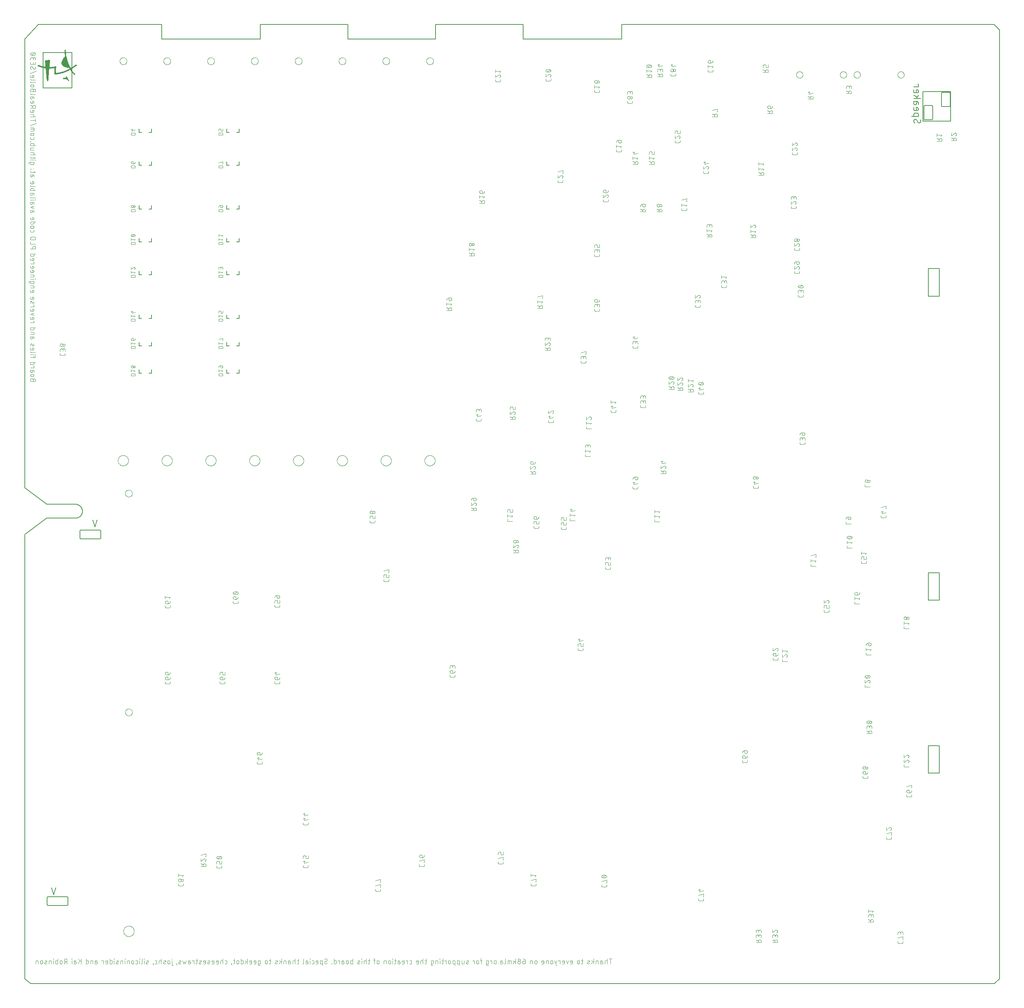
<source format=gbo>
G75*
%MOIN*%
%OFA0B0*%
%FSLAX25Y25*%
%IPPOS*%
%LPD*%
%AMOC8*
5,1,8,0,0,1.08239X$1,22.5*
%
%ADD10C,0.00600*%
%ADD11R,0.00200X0.00200*%
%ADD12R,0.00200X0.00600*%
%ADD13R,0.00200X0.01200*%
%ADD14R,0.00200X0.01400*%
%ADD15R,0.00200X0.01600*%
%ADD16R,0.00200X0.33000*%
%ADD17R,0.00200X0.04200*%
%ADD18R,0.00200X0.07200*%
%ADD19R,0.00200X0.08800*%
%ADD20R,0.00200X0.10600*%
%ADD21R,0.00200X0.12400*%
%ADD22R,0.00200X0.14200*%
%ADD23R,0.00200X0.16400*%
%ADD24R,0.00200X0.18200*%
%ADD25R,0.00200X0.19200*%
%ADD26R,0.00200X0.19400*%
%ADD27R,0.00200X0.18600*%
%ADD28R,0.00200X0.15800*%
%ADD29R,0.00200X0.13800*%
%ADD30R,0.00200X0.11200*%
%ADD31R,0.00200X0.09400*%
%ADD32R,0.00200X0.08000*%
%ADD33R,0.00200X0.05400*%
%ADD34R,0.00200X0.02800*%
%ADD35R,0.00200X0.00800*%
%ADD36R,0.00200X0.07400*%
%ADD37R,0.00200X0.01800*%
%ADD38R,0.00200X0.02600*%
%ADD39R,0.00200X0.03600*%
%ADD40R,0.00200X0.05000*%
%ADD41R,0.00200X0.06000*%
%ADD42R,0.00200X0.06600*%
%ADD43R,0.00200X0.07000*%
%ADD44R,0.00200X0.07800*%
%ADD45R,0.00200X0.08600*%
%ADD46R,0.00200X0.09200*%
%ADD47R,0.00200X0.04000*%
%ADD48R,0.00200X0.13600*%
%ADD49R,0.00200X0.12000*%
%ADD50R,0.00200X0.10800*%
%ADD51R,0.00200X0.10000*%
%ADD52R,0.00200X0.09000*%
%ADD53R,0.00200X0.02400*%
%ADD54R,0.00200X0.08400*%
%ADD55R,0.00200X0.02200*%
%ADD56R,0.00200X0.06400*%
%ADD57R,0.00200X0.05800*%
%ADD58R,0.00200X0.04800*%
%ADD59R,0.00200X0.01000*%
%ADD60R,0.00200X0.03800*%
%ADD61R,0.00200X0.03200*%
%ADD62R,0.00200X0.03000*%
%ADD63R,0.00200X0.00400*%
%ADD64C,0.00000*%
%ADD65C,0.00400*%
%ADD66C,0.00300*%
D10*
X0004700Y0005800D02*
X0010200Y0001300D01*
X0890200Y0001300D01*
X0894700Y0005800D01*
X0894700Y0872800D01*
X0889700Y0877800D01*
X0549700Y0877800D01*
X0549700Y0864300D01*
X0459700Y0864300D01*
X0459700Y0877800D01*
X0379700Y0877800D01*
X0379700Y0864300D01*
X0299700Y0864300D01*
X0299700Y0877800D01*
X0219700Y0877800D01*
X0219700Y0864300D01*
X0129700Y0864300D01*
X0129700Y0877800D01*
X0017200Y0877800D01*
X0004700Y0864300D01*
X0004700Y0454300D01*
X0024700Y0439300D01*
X0051700Y0439300D01*
X0051856Y0439286D01*
X0052012Y0439267D01*
X0052168Y0439245D01*
X0052323Y0439219D01*
X0052477Y0439189D01*
X0052631Y0439155D01*
X0052783Y0439117D01*
X0052935Y0439075D01*
X0053085Y0439030D01*
X0053234Y0438981D01*
X0053382Y0438928D01*
X0053529Y0438871D01*
X0053674Y0438811D01*
X0053817Y0438748D01*
X0053959Y0438680D01*
X0054100Y0438609D01*
X0054238Y0438535D01*
X0054374Y0438457D01*
X0054509Y0438376D01*
X0054641Y0438291D01*
X0054772Y0438203D01*
X0054900Y0438112D01*
X0055025Y0438018D01*
X0055149Y0437921D01*
X0055269Y0437820D01*
X0055388Y0437717D01*
X0055503Y0437610D01*
X0055616Y0437501D01*
X0055726Y0437389D01*
X0055834Y0437274D01*
X0055938Y0437157D01*
X0056039Y0437037D01*
X0056138Y0436914D01*
X0056233Y0436789D01*
X0056325Y0436662D01*
X0056414Y0436532D01*
X0056500Y0436401D01*
X0056582Y0436267D01*
X0056661Y0436131D01*
X0056736Y0435993D01*
X0056808Y0435854D01*
X0056877Y0435712D01*
X0056942Y0435569D01*
X0057003Y0435425D01*
X0057061Y0435278D01*
X0057115Y0435131D01*
X0057165Y0434982D01*
X0057211Y0434832D01*
X0057254Y0434681D01*
X0057293Y0434529D01*
X0057328Y0434375D01*
X0057360Y0434221D01*
X0057387Y0434067D01*
X0057411Y0433911D01*
X0057430Y0433756D01*
X0057446Y0433599D01*
X0057458Y0433443D01*
X0057466Y0433286D01*
X0057470Y0433129D01*
X0057470Y0432971D01*
X0057466Y0432814D01*
X0057458Y0432657D01*
X0057446Y0432501D01*
X0057430Y0432344D01*
X0057411Y0432189D01*
X0057387Y0432033D01*
X0057360Y0431879D01*
X0057328Y0431725D01*
X0057293Y0431571D01*
X0057254Y0431419D01*
X0057211Y0431268D01*
X0057165Y0431118D01*
X0057115Y0430969D01*
X0057061Y0430822D01*
X0057003Y0430675D01*
X0056942Y0430531D01*
X0056877Y0430388D01*
X0056808Y0430246D01*
X0056736Y0430107D01*
X0056661Y0429969D01*
X0056582Y0429833D01*
X0056500Y0429699D01*
X0056414Y0429568D01*
X0056325Y0429438D01*
X0056233Y0429311D01*
X0056138Y0429186D01*
X0056039Y0429063D01*
X0055938Y0428943D01*
X0055834Y0428826D01*
X0055726Y0428711D01*
X0055616Y0428599D01*
X0055503Y0428490D01*
X0055388Y0428383D01*
X0055269Y0428280D01*
X0055149Y0428179D01*
X0055025Y0428082D01*
X0054900Y0427988D01*
X0054772Y0427897D01*
X0054641Y0427809D01*
X0054509Y0427724D01*
X0054374Y0427643D01*
X0054238Y0427565D01*
X0054100Y0427491D01*
X0053959Y0427420D01*
X0053817Y0427352D01*
X0053674Y0427289D01*
X0053529Y0427229D01*
X0053382Y0427172D01*
X0053234Y0427119D01*
X0053085Y0427070D01*
X0052935Y0427025D01*
X0052783Y0426983D01*
X0052631Y0426945D01*
X0052477Y0426911D01*
X0052323Y0426881D01*
X0052168Y0426855D01*
X0052012Y0426833D01*
X0051856Y0426814D01*
X0051700Y0426800D01*
X0024700Y0426800D01*
X0004700Y0411800D01*
X0004700Y0005800D01*
X0026200Y0072800D02*
X0043200Y0072800D01*
X0043260Y0072802D01*
X0043321Y0072807D01*
X0043380Y0072816D01*
X0043439Y0072829D01*
X0043498Y0072845D01*
X0043555Y0072865D01*
X0043610Y0072888D01*
X0043665Y0072915D01*
X0043717Y0072944D01*
X0043768Y0072977D01*
X0043817Y0073013D01*
X0043863Y0073051D01*
X0043907Y0073093D01*
X0043949Y0073137D01*
X0043987Y0073183D01*
X0044023Y0073232D01*
X0044056Y0073283D01*
X0044085Y0073335D01*
X0044112Y0073390D01*
X0044135Y0073445D01*
X0044155Y0073502D01*
X0044171Y0073561D01*
X0044184Y0073620D01*
X0044193Y0073679D01*
X0044198Y0073740D01*
X0044200Y0073800D01*
X0044200Y0079800D01*
X0044198Y0079860D01*
X0044193Y0079921D01*
X0044184Y0079980D01*
X0044171Y0080039D01*
X0044155Y0080098D01*
X0044135Y0080155D01*
X0044112Y0080210D01*
X0044085Y0080265D01*
X0044056Y0080317D01*
X0044023Y0080368D01*
X0043987Y0080417D01*
X0043949Y0080463D01*
X0043907Y0080507D01*
X0043863Y0080549D01*
X0043817Y0080587D01*
X0043768Y0080623D01*
X0043717Y0080656D01*
X0043665Y0080685D01*
X0043610Y0080712D01*
X0043555Y0080735D01*
X0043498Y0080755D01*
X0043439Y0080771D01*
X0043380Y0080784D01*
X0043321Y0080793D01*
X0043260Y0080798D01*
X0043200Y0080800D01*
X0026200Y0080800D01*
X0026140Y0080798D01*
X0026079Y0080793D01*
X0026020Y0080784D01*
X0025961Y0080771D01*
X0025902Y0080755D01*
X0025845Y0080735D01*
X0025790Y0080712D01*
X0025735Y0080685D01*
X0025683Y0080656D01*
X0025632Y0080623D01*
X0025583Y0080587D01*
X0025537Y0080549D01*
X0025493Y0080507D01*
X0025451Y0080463D01*
X0025413Y0080417D01*
X0025377Y0080368D01*
X0025344Y0080317D01*
X0025315Y0080265D01*
X0025288Y0080210D01*
X0025265Y0080155D01*
X0025245Y0080098D01*
X0025229Y0080039D01*
X0025216Y0079980D01*
X0025207Y0079921D01*
X0025202Y0079860D01*
X0025200Y0079800D01*
X0025200Y0073800D01*
X0025202Y0073740D01*
X0025207Y0073679D01*
X0025216Y0073620D01*
X0025229Y0073561D01*
X0025245Y0073502D01*
X0025265Y0073445D01*
X0025288Y0073390D01*
X0025315Y0073335D01*
X0025344Y0073283D01*
X0025377Y0073232D01*
X0025413Y0073183D01*
X0025451Y0073137D01*
X0025493Y0073093D01*
X0025537Y0073051D01*
X0025583Y0073013D01*
X0025632Y0072977D01*
X0025683Y0072944D01*
X0025735Y0072915D01*
X0025790Y0072888D01*
X0025845Y0072865D01*
X0025902Y0072845D01*
X0025961Y0072829D01*
X0026020Y0072816D01*
X0026079Y0072807D01*
X0026140Y0072802D01*
X0026200Y0072800D01*
X0031133Y0082600D02*
X0029000Y0089000D01*
X0033267Y0089000D02*
X0031133Y0082600D01*
X0056200Y0407800D02*
X0073200Y0407800D01*
X0073260Y0407802D01*
X0073321Y0407807D01*
X0073380Y0407816D01*
X0073439Y0407829D01*
X0073498Y0407845D01*
X0073555Y0407865D01*
X0073610Y0407888D01*
X0073665Y0407915D01*
X0073717Y0407944D01*
X0073768Y0407977D01*
X0073817Y0408013D01*
X0073863Y0408051D01*
X0073907Y0408093D01*
X0073949Y0408137D01*
X0073987Y0408183D01*
X0074023Y0408232D01*
X0074056Y0408283D01*
X0074085Y0408335D01*
X0074112Y0408390D01*
X0074135Y0408445D01*
X0074155Y0408502D01*
X0074171Y0408561D01*
X0074184Y0408620D01*
X0074193Y0408679D01*
X0074198Y0408740D01*
X0074200Y0408800D01*
X0074200Y0414800D01*
X0074198Y0414860D01*
X0074193Y0414921D01*
X0074184Y0414980D01*
X0074171Y0415039D01*
X0074155Y0415098D01*
X0074135Y0415155D01*
X0074112Y0415210D01*
X0074085Y0415265D01*
X0074056Y0415317D01*
X0074023Y0415368D01*
X0073987Y0415417D01*
X0073949Y0415463D01*
X0073907Y0415507D01*
X0073863Y0415549D01*
X0073817Y0415587D01*
X0073768Y0415623D01*
X0073717Y0415656D01*
X0073665Y0415685D01*
X0073610Y0415712D01*
X0073555Y0415735D01*
X0073498Y0415755D01*
X0073439Y0415771D01*
X0073380Y0415784D01*
X0073321Y0415793D01*
X0073260Y0415798D01*
X0073200Y0415800D01*
X0056200Y0415800D01*
X0056140Y0415798D01*
X0056079Y0415793D01*
X0056020Y0415784D01*
X0055961Y0415771D01*
X0055902Y0415755D01*
X0055845Y0415735D01*
X0055790Y0415712D01*
X0055735Y0415685D01*
X0055683Y0415656D01*
X0055632Y0415623D01*
X0055583Y0415587D01*
X0055537Y0415549D01*
X0055493Y0415507D01*
X0055451Y0415463D01*
X0055413Y0415417D01*
X0055377Y0415368D01*
X0055344Y0415317D01*
X0055315Y0415265D01*
X0055288Y0415210D01*
X0055265Y0415155D01*
X0055245Y0415098D01*
X0055229Y0415039D01*
X0055216Y0414980D01*
X0055207Y0414921D01*
X0055202Y0414860D01*
X0055200Y0414800D01*
X0055200Y0408800D01*
X0055202Y0408740D01*
X0055207Y0408679D01*
X0055216Y0408620D01*
X0055229Y0408561D01*
X0055245Y0408502D01*
X0055265Y0408445D01*
X0055288Y0408390D01*
X0055315Y0408335D01*
X0055344Y0408283D01*
X0055377Y0408232D01*
X0055413Y0408183D01*
X0055451Y0408137D01*
X0055493Y0408093D01*
X0055537Y0408051D01*
X0055583Y0408013D01*
X0055632Y0407977D01*
X0055683Y0407944D01*
X0055735Y0407915D01*
X0055790Y0407888D01*
X0055845Y0407865D01*
X0055902Y0407845D01*
X0055961Y0407829D01*
X0056020Y0407816D01*
X0056079Y0407807D01*
X0056140Y0407802D01*
X0056200Y0407800D01*
X0068767Y0418600D02*
X0066633Y0425000D01*
X0070900Y0425000D02*
X0068767Y0418600D01*
X0109100Y0559200D02*
X0111300Y0559200D01*
X0109100Y0559200D02*
X0109100Y0562400D01*
X0118100Y0559200D02*
X0120300Y0559200D01*
X0120300Y0562400D01*
X0120300Y0584200D02*
X0118100Y0584200D01*
X0120300Y0584200D02*
X0120300Y0587400D01*
X0111300Y0584200D02*
X0109100Y0584200D01*
X0109100Y0587400D01*
X0109100Y0609200D02*
X0111300Y0609200D01*
X0109100Y0609200D02*
X0109100Y0612400D01*
X0118100Y0609200D02*
X0120300Y0609200D01*
X0120300Y0612400D01*
X0120300Y0649200D02*
X0118100Y0649200D01*
X0120300Y0649200D02*
X0120300Y0652400D01*
X0111300Y0649200D02*
X0109100Y0649200D01*
X0109100Y0652400D01*
X0109100Y0679200D02*
X0111300Y0679200D01*
X0109100Y0679200D02*
X0109100Y0682400D01*
X0118100Y0679200D02*
X0120300Y0679200D01*
X0120300Y0682400D01*
X0120300Y0709200D02*
X0118100Y0709200D01*
X0120300Y0709200D02*
X0120300Y0712400D01*
X0111300Y0709200D02*
X0109100Y0709200D01*
X0109100Y0712400D01*
X0109100Y0749200D02*
X0111300Y0749200D01*
X0109100Y0749200D02*
X0109100Y0752400D01*
X0118100Y0749200D02*
X0120300Y0749200D01*
X0120300Y0752400D01*
X0120300Y0779200D02*
X0118100Y0779200D01*
X0120300Y0779200D02*
X0120300Y0782400D01*
X0111300Y0779200D02*
X0109100Y0779200D01*
X0109100Y0782400D01*
X0189100Y0782400D02*
X0189100Y0779200D01*
X0191300Y0779200D01*
X0198100Y0779200D02*
X0200300Y0779200D01*
X0200300Y0782400D01*
X0200300Y0752400D02*
X0200300Y0749200D01*
X0198100Y0749200D01*
X0191300Y0749200D02*
X0189100Y0749200D01*
X0189100Y0752400D01*
X0189100Y0712400D02*
X0189100Y0709200D01*
X0191300Y0709200D01*
X0198100Y0709200D02*
X0200300Y0709200D01*
X0200300Y0712400D01*
X0200300Y0682400D02*
X0200300Y0679200D01*
X0198100Y0679200D01*
X0191300Y0679200D02*
X0189100Y0679200D01*
X0189100Y0682400D01*
X0189100Y0652400D02*
X0189100Y0649200D01*
X0191300Y0649200D01*
X0198100Y0649200D02*
X0200300Y0649200D01*
X0200300Y0652400D01*
X0200300Y0612400D02*
X0200300Y0609200D01*
X0198100Y0609200D01*
X0191300Y0609200D02*
X0189100Y0609200D01*
X0189100Y0612400D01*
X0189100Y0587400D02*
X0189100Y0584200D01*
X0191300Y0584200D01*
X0198100Y0584200D02*
X0200300Y0584200D01*
X0200300Y0587400D01*
X0200300Y0562400D02*
X0200300Y0559200D01*
X0198100Y0559200D01*
X0191300Y0559200D02*
X0189100Y0559200D01*
X0189100Y0562400D01*
X0814367Y0793784D02*
X0820767Y0793784D01*
X0820767Y0795562D01*
X0820765Y0795626D01*
X0820759Y0795691D01*
X0820750Y0795754D01*
X0820736Y0795817D01*
X0820719Y0795879D01*
X0820698Y0795940D01*
X0820673Y0796000D01*
X0820645Y0796058D01*
X0820613Y0796114D01*
X0820578Y0796168D01*
X0820540Y0796220D01*
X0820499Y0796270D01*
X0820454Y0796316D01*
X0820408Y0796361D01*
X0820358Y0796402D01*
X0820306Y0796440D01*
X0820252Y0796475D01*
X0820196Y0796507D01*
X0820138Y0796535D01*
X0820078Y0796560D01*
X0820017Y0796581D01*
X0819955Y0796598D01*
X0819892Y0796612D01*
X0819829Y0796621D01*
X0819764Y0796627D01*
X0819700Y0796629D01*
X0817567Y0796629D01*
X0817503Y0796627D01*
X0817438Y0796621D01*
X0817375Y0796612D01*
X0817312Y0796598D01*
X0817250Y0796581D01*
X0817189Y0796560D01*
X0817129Y0796535D01*
X0817071Y0796507D01*
X0817015Y0796475D01*
X0816961Y0796440D01*
X0816909Y0796402D01*
X0816859Y0796361D01*
X0816813Y0796316D01*
X0816768Y0796270D01*
X0816727Y0796220D01*
X0816689Y0796168D01*
X0816654Y0796114D01*
X0816622Y0796058D01*
X0816594Y0796000D01*
X0816569Y0795940D01*
X0816548Y0795879D01*
X0816531Y0795817D01*
X0816517Y0795754D01*
X0816508Y0795691D01*
X0816502Y0795626D01*
X0816500Y0795562D01*
X0816500Y0793784D01*
X0819167Y0790501D02*
X0820233Y0788545D01*
X0822900Y0789256D02*
X0822898Y0789357D01*
X0822892Y0789458D01*
X0822883Y0789558D01*
X0822869Y0789658D01*
X0822852Y0789758D01*
X0822832Y0789857D01*
X0822807Y0789954D01*
X0822779Y0790051D01*
X0822747Y0790147D01*
X0822711Y0790242D01*
X0822672Y0790335D01*
X0822630Y0790426D01*
X0822584Y0790516D01*
X0822534Y0790604D01*
X0822482Y0790690D01*
X0822426Y0790774D01*
X0822367Y0790856D01*
X0820234Y0788545D02*
X0820274Y0788481D01*
X0820317Y0788420D01*
X0820363Y0788361D01*
X0820412Y0788304D01*
X0820464Y0788250D01*
X0820518Y0788199D01*
X0820576Y0788151D01*
X0820635Y0788105D01*
X0820697Y0788063D01*
X0820762Y0788024D01*
X0820828Y0787989D01*
X0820895Y0787957D01*
X0820965Y0787928D01*
X0821035Y0787903D01*
X0821107Y0787882D01*
X0821180Y0787865D01*
X0821254Y0787851D01*
X0821328Y0787842D01*
X0821403Y0787836D01*
X0821478Y0787834D01*
X0821552Y0787836D01*
X0821627Y0787842D01*
X0821700Y0787852D01*
X0821774Y0787865D01*
X0821846Y0787882D01*
X0821917Y0787904D01*
X0821988Y0787928D01*
X0822056Y0787957D01*
X0822124Y0787989D01*
X0822189Y0788025D01*
X0822252Y0788063D01*
X0822314Y0788106D01*
X0822373Y0788151D01*
X0822430Y0788199D01*
X0822484Y0788250D01*
X0822535Y0788305D01*
X0822583Y0788361D01*
X0822628Y0788420D01*
X0822671Y0788482D01*
X0822709Y0788545D01*
X0822745Y0788610D01*
X0822777Y0788678D01*
X0822806Y0788746D01*
X0822830Y0788817D01*
X0822852Y0788888D01*
X0822869Y0788960D01*
X0822882Y0789034D01*
X0822892Y0789107D01*
X0822898Y0789182D01*
X0822900Y0789256D01*
X0824700Y0789300D02*
X0850200Y0789300D01*
X0850200Y0816300D01*
X0824700Y0816300D01*
X0824700Y0789300D01*
X0826700Y0790800D02*
X0832700Y0790800D01*
X0832760Y0790802D01*
X0832821Y0790807D01*
X0832880Y0790816D01*
X0832939Y0790829D01*
X0832998Y0790845D01*
X0833055Y0790865D01*
X0833110Y0790888D01*
X0833165Y0790915D01*
X0833217Y0790944D01*
X0833268Y0790977D01*
X0833317Y0791013D01*
X0833363Y0791051D01*
X0833407Y0791093D01*
X0833449Y0791137D01*
X0833487Y0791183D01*
X0833523Y0791232D01*
X0833556Y0791283D01*
X0833585Y0791335D01*
X0833612Y0791390D01*
X0833635Y0791445D01*
X0833655Y0791502D01*
X0833671Y0791561D01*
X0833684Y0791620D01*
X0833693Y0791679D01*
X0833698Y0791740D01*
X0833700Y0791800D01*
X0833700Y0802800D01*
X0833698Y0802860D01*
X0833693Y0802921D01*
X0833684Y0802980D01*
X0833671Y0803039D01*
X0833655Y0803098D01*
X0833635Y0803155D01*
X0833612Y0803210D01*
X0833585Y0803265D01*
X0833556Y0803317D01*
X0833523Y0803368D01*
X0833487Y0803417D01*
X0833449Y0803463D01*
X0833407Y0803507D01*
X0833363Y0803549D01*
X0833317Y0803587D01*
X0833268Y0803623D01*
X0833217Y0803656D01*
X0833165Y0803685D01*
X0833110Y0803712D01*
X0833055Y0803735D01*
X0832998Y0803755D01*
X0832939Y0803771D01*
X0832880Y0803784D01*
X0832821Y0803793D01*
X0832760Y0803798D01*
X0832700Y0803800D01*
X0826700Y0803800D01*
X0826640Y0803798D01*
X0826579Y0803793D01*
X0826520Y0803784D01*
X0826461Y0803771D01*
X0826402Y0803755D01*
X0826345Y0803735D01*
X0826290Y0803712D01*
X0826235Y0803685D01*
X0826183Y0803656D01*
X0826132Y0803623D01*
X0826083Y0803587D01*
X0826037Y0803549D01*
X0825993Y0803507D01*
X0825951Y0803463D01*
X0825913Y0803417D01*
X0825877Y0803368D01*
X0825844Y0803317D01*
X0825815Y0803265D01*
X0825788Y0803210D01*
X0825765Y0803155D01*
X0825745Y0803098D01*
X0825729Y0803039D01*
X0825716Y0802980D01*
X0825707Y0802921D01*
X0825702Y0802860D01*
X0825700Y0802800D01*
X0825700Y0791800D01*
X0825702Y0791740D01*
X0825707Y0791679D01*
X0825716Y0791620D01*
X0825729Y0791561D01*
X0825745Y0791502D01*
X0825765Y0791445D01*
X0825788Y0791390D01*
X0825815Y0791335D01*
X0825844Y0791283D01*
X0825877Y0791232D01*
X0825913Y0791183D01*
X0825951Y0791137D01*
X0825993Y0791093D01*
X0826037Y0791051D01*
X0826083Y0791013D01*
X0826132Y0790977D01*
X0826183Y0790944D01*
X0826235Y0790915D01*
X0826290Y0790888D01*
X0826345Y0790865D01*
X0826402Y0790845D01*
X0826461Y0790829D01*
X0826520Y0790816D01*
X0826579Y0790807D01*
X0826640Y0790802D01*
X0826700Y0790800D01*
X0817389Y0787657D02*
X0817314Y0787734D01*
X0817241Y0787814D01*
X0817172Y0787897D01*
X0817105Y0787982D01*
X0817042Y0788069D01*
X0816982Y0788158D01*
X0816925Y0788250D01*
X0816871Y0788343D01*
X0816821Y0788439D01*
X0816774Y0788536D01*
X0816731Y0788635D01*
X0816691Y0788735D01*
X0816655Y0788836D01*
X0816623Y0788939D01*
X0816594Y0789043D01*
X0816569Y0789148D01*
X0816548Y0789254D01*
X0816531Y0789360D01*
X0816517Y0789467D01*
X0816508Y0789575D01*
X0816502Y0789682D01*
X0816500Y0789790D01*
X0816502Y0789864D01*
X0816508Y0789939D01*
X0816518Y0790012D01*
X0816531Y0790086D01*
X0816548Y0790158D01*
X0816570Y0790229D01*
X0816594Y0790300D01*
X0816623Y0790368D01*
X0816655Y0790436D01*
X0816691Y0790501D01*
X0816729Y0790564D01*
X0816772Y0790626D01*
X0816817Y0790685D01*
X0816865Y0790742D01*
X0816916Y0790796D01*
X0816970Y0790847D01*
X0817027Y0790895D01*
X0817086Y0790940D01*
X0817148Y0790983D01*
X0817211Y0791021D01*
X0817276Y0791057D01*
X0817344Y0791089D01*
X0817412Y0791118D01*
X0817483Y0791142D01*
X0817554Y0791164D01*
X0817626Y0791181D01*
X0817700Y0791194D01*
X0817773Y0791204D01*
X0817848Y0791210D01*
X0817922Y0791212D01*
X0817922Y0791211D02*
X0817997Y0791209D01*
X0818072Y0791203D01*
X0818146Y0791194D01*
X0818220Y0791180D01*
X0818293Y0791163D01*
X0818365Y0791142D01*
X0818435Y0791117D01*
X0818505Y0791088D01*
X0818572Y0791056D01*
X0818638Y0791021D01*
X0818703Y0790982D01*
X0818765Y0790940D01*
X0818824Y0790894D01*
X0818882Y0790846D01*
X0818936Y0790795D01*
X0818988Y0790741D01*
X0819037Y0790684D01*
X0819083Y0790625D01*
X0819126Y0790564D01*
X0819166Y0790500D01*
X0819344Y0799089D02*
X0817567Y0799089D01*
X0818633Y0799089D02*
X0818633Y0801933D01*
X0819344Y0801933D01*
X0819418Y0801931D01*
X0819493Y0801925D01*
X0819566Y0801915D01*
X0819640Y0801902D01*
X0819712Y0801885D01*
X0819783Y0801863D01*
X0819854Y0801839D01*
X0819922Y0801810D01*
X0819990Y0801778D01*
X0820055Y0801742D01*
X0820118Y0801704D01*
X0820180Y0801661D01*
X0820239Y0801616D01*
X0820296Y0801568D01*
X0820350Y0801517D01*
X0820401Y0801463D01*
X0820449Y0801406D01*
X0820494Y0801347D01*
X0820537Y0801285D01*
X0820575Y0801222D01*
X0820611Y0801157D01*
X0820643Y0801089D01*
X0820672Y0801021D01*
X0820696Y0800950D01*
X0820718Y0800879D01*
X0820735Y0800807D01*
X0820748Y0800733D01*
X0820758Y0800660D01*
X0820764Y0800585D01*
X0820766Y0800511D01*
X0820764Y0800437D01*
X0820758Y0800362D01*
X0820748Y0800289D01*
X0820735Y0800215D01*
X0820718Y0800143D01*
X0820696Y0800072D01*
X0820672Y0800001D01*
X0820643Y0799933D01*
X0820611Y0799865D01*
X0820575Y0799800D01*
X0820537Y0799737D01*
X0820494Y0799675D01*
X0820449Y0799616D01*
X0820401Y0799559D01*
X0820350Y0799505D01*
X0820296Y0799454D01*
X0820239Y0799406D01*
X0820180Y0799361D01*
X0820118Y0799318D01*
X0820055Y0799280D01*
X0819990Y0799244D01*
X0819922Y0799212D01*
X0819854Y0799183D01*
X0819783Y0799159D01*
X0819712Y0799137D01*
X0819640Y0799120D01*
X0819566Y0799107D01*
X0819493Y0799097D01*
X0819418Y0799091D01*
X0819344Y0799089D01*
X0817567Y0799089D02*
X0817503Y0799091D01*
X0817438Y0799097D01*
X0817375Y0799106D01*
X0817312Y0799120D01*
X0817250Y0799137D01*
X0817189Y0799158D01*
X0817129Y0799183D01*
X0817071Y0799211D01*
X0817015Y0799243D01*
X0816961Y0799278D01*
X0816909Y0799316D01*
X0816859Y0799357D01*
X0816813Y0799402D01*
X0816768Y0799448D01*
X0816727Y0799498D01*
X0816689Y0799550D01*
X0816654Y0799604D01*
X0816622Y0799660D01*
X0816594Y0799718D01*
X0816569Y0799778D01*
X0816548Y0799839D01*
X0816531Y0799901D01*
X0816517Y0799964D01*
X0816508Y0800027D01*
X0816502Y0800092D01*
X0816500Y0800156D01*
X0816500Y0801933D01*
X0816500Y0805638D02*
X0816500Y0807238D01*
X0819700Y0807238D01*
X0818989Y0807238D02*
X0818989Y0805638D01*
X0819700Y0807238D02*
X0819764Y0807236D01*
X0819829Y0807230D01*
X0819892Y0807221D01*
X0819955Y0807207D01*
X0820017Y0807190D01*
X0820078Y0807169D01*
X0820138Y0807144D01*
X0820196Y0807116D01*
X0820252Y0807084D01*
X0820306Y0807049D01*
X0820358Y0807011D01*
X0820408Y0806970D01*
X0820454Y0806925D01*
X0820499Y0806879D01*
X0820540Y0806829D01*
X0820578Y0806777D01*
X0820613Y0806723D01*
X0820645Y0806667D01*
X0820673Y0806609D01*
X0820698Y0806549D01*
X0820719Y0806488D01*
X0820736Y0806426D01*
X0820750Y0806363D01*
X0820759Y0806300D01*
X0820765Y0806235D01*
X0820767Y0806171D01*
X0820767Y0804749D01*
X0818988Y0805638D02*
X0818986Y0805568D01*
X0818980Y0805499D01*
X0818970Y0805430D01*
X0818957Y0805361D01*
X0818939Y0805294D01*
X0818918Y0805227D01*
X0818893Y0805162D01*
X0818865Y0805098D01*
X0818833Y0805036D01*
X0818797Y0804976D01*
X0818759Y0804918D01*
X0818717Y0804862D01*
X0818672Y0804809D01*
X0818624Y0804758D01*
X0818573Y0804710D01*
X0818520Y0804665D01*
X0818464Y0804623D01*
X0818406Y0804585D01*
X0818346Y0804549D01*
X0818284Y0804517D01*
X0818220Y0804489D01*
X0818155Y0804464D01*
X0818088Y0804443D01*
X0818021Y0804425D01*
X0817952Y0804412D01*
X0817883Y0804402D01*
X0817814Y0804396D01*
X0817744Y0804394D01*
X0817674Y0804396D01*
X0817605Y0804402D01*
X0817536Y0804412D01*
X0817467Y0804425D01*
X0817400Y0804443D01*
X0817333Y0804464D01*
X0817268Y0804489D01*
X0817204Y0804517D01*
X0817142Y0804549D01*
X0817082Y0804585D01*
X0817024Y0804623D01*
X0816968Y0804665D01*
X0816915Y0804710D01*
X0816864Y0804758D01*
X0816816Y0804809D01*
X0816771Y0804862D01*
X0816729Y0804918D01*
X0816691Y0804976D01*
X0816655Y0805036D01*
X0816623Y0805098D01*
X0816595Y0805162D01*
X0816570Y0805227D01*
X0816549Y0805294D01*
X0816531Y0805361D01*
X0816518Y0805430D01*
X0816508Y0805499D01*
X0816502Y0805568D01*
X0816500Y0805638D01*
X0816500Y0810233D02*
X0822900Y0810233D01*
X0820767Y0813077D02*
X0818633Y0810233D01*
X0819522Y0811477D02*
X0816500Y0813077D01*
X0817567Y0815295D02*
X0819344Y0815295D01*
X0818633Y0815295D02*
X0818633Y0818139D01*
X0819344Y0818139D01*
X0819418Y0818137D01*
X0819493Y0818131D01*
X0819566Y0818121D01*
X0819640Y0818108D01*
X0819712Y0818091D01*
X0819783Y0818069D01*
X0819854Y0818045D01*
X0819922Y0818016D01*
X0819990Y0817984D01*
X0820055Y0817948D01*
X0820118Y0817910D01*
X0820180Y0817867D01*
X0820239Y0817822D01*
X0820296Y0817774D01*
X0820350Y0817723D01*
X0820401Y0817669D01*
X0820449Y0817612D01*
X0820494Y0817553D01*
X0820537Y0817491D01*
X0820575Y0817428D01*
X0820611Y0817363D01*
X0820643Y0817295D01*
X0820672Y0817227D01*
X0820696Y0817156D01*
X0820718Y0817085D01*
X0820735Y0817013D01*
X0820748Y0816939D01*
X0820758Y0816866D01*
X0820764Y0816791D01*
X0820766Y0816717D01*
X0820764Y0816643D01*
X0820758Y0816568D01*
X0820748Y0816495D01*
X0820735Y0816421D01*
X0820718Y0816349D01*
X0820696Y0816278D01*
X0820672Y0816207D01*
X0820643Y0816139D01*
X0820611Y0816071D01*
X0820575Y0816006D01*
X0820537Y0815943D01*
X0820494Y0815881D01*
X0820449Y0815822D01*
X0820401Y0815765D01*
X0820350Y0815711D01*
X0820296Y0815660D01*
X0820239Y0815612D01*
X0820180Y0815567D01*
X0820118Y0815524D01*
X0820055Y0815486D01*
X0819990Y0815450D01*
X0819922Y0815418D01*
X0819854Y0815389D01*
X0819783Y0815365D01*
X0819712Y0815343D01*
X0819640Y0815326D01*
X0819566Y0815313D01*
X0819493Y0815303D01*
X0819418Y0815297D01*
X0819344Y0815295D01*
X0817567Y0815294D02*
X0817503Y0815296D01*
X0817438Y0815302D01*
X0817375Y0815311D01*
X0817312Y0815325D01*
X0817250Y0815342D01*
X0817189Y0815363D01*
X0817129Y0815388D01*
X0817071Y0815416D01*
X0817015Y0815448D01*
X0816961Y0815483D01*
X0816909Y0815521D01*
X0816859Y0815562D01*
X0816813Y0815607D01*
X0816768Y0815653D01*
X0816727Y0815703D01*
X0816689Y0815755D01*
X0816654Y0815809D01*
X0816622Y0815865D01*
X0816594Y0815923D01*
X0816569Y0815983D01*
X0816548Y0816044D01*
X0816531Y0816106D01*
X0816517Y0816169D01*
X0816508Y0816232D01*
X0816502Y0816297D01*
X0816500Y0816361D01*
X0816500Y0818139D01*
X0816500Y0820867D02*
X0820767Y0820867D01*
X0820767Y0823000D01*
X0820056Y0823000D01*
X0841700Y0814800D02*
X0841700Y0803800D01*
X0841702Y0803740D01*
X0841707Y0803679D01*
X0841716Y0803620D01*
X0841729Y0803561D01*
X0841745Y0803502D01*
X0841765Y0803445D01*
X0841788Y0803390D01*
X0841815Y0803335D01*
X0841844Y0803283D01*
X0841877Y0803232D01*
X0841913Y0803183D01*
X0841951Y0803137D01*
X0841993Y0803093D01*
X0842037Y0803051D01*
X0842083Y0803013D01*
X0842132Y0802977D01*
X0842183Y0802944D01*
X0842235Y0802915D01*
X0842290Y0802888D01*
X0842345Y0802865D01*
X0842402Y0802845D01*
X0842461Y0802829D01*
X0842520Y0802816D01*
X0842579Y0802807D01*
X0842640Y0802802D01*
X0842700Y0802800D01*
X0848700Y0802800D01*
X0848760Y0802802D01*
X0848821Y0802807D01*
X0848880Y0802816D01*
X0848939Y0802829D01*
X0848998Y0802845D01*
X0849055Y0802865D01*
X0849110Y0802888D01*
X0849165Y0802915D01*
X0849217Y0802944D01*
X0849268Y0802977D01*
X0849317Y0803013D01*
X0849363Y0803051D01*
X0849407Y0803093D01*
X0849449Y0803137D01*
X0849487Y0803183D01*
X0849523Y0803232D01*
X0849556Y0803283D01*
X0849585Y0803335D01*
X0849612Y0803390D01*
X0849635Y0803445D01*
X0849655Y0803502D01*
X0849671Y0803561D01*
X0849684Y0803620D01*
X0849693Y0803679D01*
X0849698Y0803740D01*
X0849700Y0803800D01*
X0849700Y0814800D01*
X0849698Y0814860D01*
X0849693Y0814921D01*
X0849684Y0814980D01*
X0849671Y0815039D01*
X0849655Y0815098D01*
X0849635Y0815155D01*
X0849612Y0815210D01*
X0849585Y0815265D01*
X0849556Y0815317D01*
X0849523Y0815368D01*
X0849487Y0815417D01*
X0849449Y0815463D01*
X0849407Y0815507D01*
X0849363Y0815549D01*
X0849317Y0815587D01*
X0849268Y0815623D01*
X0849217Y0815656D01*
X0849165Y0815685D01*
X0849110Y0815712D01*
X0849055Y0815735D01*
X0848998Y0815755D01*
X0848939Y0815771D01*
X0848880Y0815784D01*
X0848821Y0815793D01*
X0848760Y0815798D01*
X0848700Y0815800D01*
X0842700Y0815800D01*
X0842640Y0815798D01*
X0842579Y0815793D01*
X0842520Y0815784D01*
X0842461Y0815771D01*
X0842402Y0815755D01*
X0842345Y0815735D01*
X0842290Y0815712D01*
X0842235Y0815685D01*
X0842183Y0815656D01*
X0842132Y0815623D01*
X0842083Y0815587D01*
X0842037Y0815549D01*
X0841993Y0815507D01*
X0841951Y0815463D01*
X0841913Y0815417D01*
X0841877Y0815368D01*
X0841844Y0815317D01*
X0841815Y0815265D01*
X0841788Y0815210D01*
X0841765Y0815155D01*
X0841745Y0815098D01*
X0841729Y0815039D01*
X0841716Y0814980D01*
X0841707Y0814921D01*
X0841702Y0814860D01*
X0841700Y0814800D01*
X0839700Y0654800D02*
X0829700Y0654800D01*
X0829700Y0629300D01*
X0839700Y0629300D01*
X0839700Y0654800D01*
X0839700Y0376800D02*
X0829700Y0376800D01*
X0829700Y0351800D01*
X0839700Y0351800D01*
X0839700Y0376800D01*
X0839700Y0218800D02*
X0829700Y0218800D01*
X0829700Y0193800D01*
X0839700Y0193800D01*
X0839700Y0218800D01*
D11*
X0016700Y0839800D03*
D12*
X0016900Y0840000D03*
X0021900Y0852000D03*
X0022100Y0852000D03*
X0022300Y0852000D03*
X0022500Y0852000D03*
X0022700Y0852000D03*
X0022900Y0852000D03*
X0023100Y0852000D03*
X0023300Y0852000D03*
X0023500Y0852000D03*
X0023700Y0852000D03*
X0023900Y0852000D03*
X0024100Y0852000D03*
X0024300Y0852000D03*
X0024500Y0852000D03*
X0024700Y0852000D03*
X0024900Y0852000D03*
X0025100Y0852000D03*
X0025300Y0852000D03*
X0025500Y0852000D03*
X0025700Y0852000D03*
X0025900Y0852000D03*
X0026100Y0852000D03*
X0026300Y0852000D03*
X0026500Y0852000D03*
X0026700Y0852000D03*
X0026900Y0852000D03*
X0027100Y0852000D03*
X0027300Y0852000D03*
X0027500Y0852000D03*
X0027700Y0852000D03*
X0027900Y0852000D03*
X0028100Y0852000D03*
X0028300Y0852000D03*
X0028500Y0852000D03*
X0028700Y0852000D03*
X0028900Y0852000D03*
X0029100Y0852000D03*
X0029300Y0852000D03*
X0029500Y0852000D03*
X0029700Y0852000D03*
X0029900Y0852000D03*
X0030100Y0852000D03*
X0030300Y0852000D03*
X0030500Y0852000D03*
X0030700Y0852000D03*
X0030900Y0852000D03*
X0031100Y0852000D03*
X0031300Y0852000D03*
X0031500Y0852000D03*
X0031700Y0852000D03*
X0031900Y0852000D03*
X0032100Y0852000D03*
X0032300Y0852000D03*
X0032500Y0852000D03*
X0032700Y0852000D03*
X0032900Y0852000D03*
X0033100Y0852000D03*
X0033300Y0852000D03*
X0033500Y0852000D03*
X0033700Y0852000D03*
X0033900Y0852000D03*
X0034100Y0852000D03*
X0034300Y0852000D03*
X0034500Y0852000D03*
X0034700Y0852000D03*
X0034900Y0852000D03*
X0035100Y0852000D03*
X0035300Y0852000D03*
X0035500Y0852000D03*
X0035700Y0852000D03*
X0035900Y0852000D03*
X0036100Y0852000D03*
X0036300Y0852000D03*
X0036500Y0852000D03*
X0036700Y0852000D03*
X0036900Y0852000D03*
X0037100Y0852000D03*
X0037300Y0852000D03*
X0037500Y0852000D03*
X0037700Y0852000D03*
X0037900Y0852000D03*
X0038100Y0852000D03*
X0038300Y0852000D03*
X0038500Y0852000D03*
X0038700Y0852000D03*
X0038900Y0852000D03*
X0039100Y0852000D03*
X0039300Y0852000D03*
X0039500Y0852000D03*
X0039700Y0852000D03*
X0039900Y0852000D03*
X0040100Y0852000D03*
X0040300Y0852000D03*
X0040500Y0852000D03*
X0040700Y0852000D03*
X0040900Y0852000D03*
X0041100Y0852000D03*
X0042500Y0852000D03*
X0042700Y0852000D03*
X0042900Y0852000D03*
X0043100Y0852000D03*
X0043300Y0852000D03*
X0043500Y0852000D03*
X0043700Y0852000D03*
X0043900Y0852000D03*
X0044100Y0852000D03*
X0044300Y0852000D03*
X0044500Y0852000D03*
X0044700Y0852000D03*
X0044900Y0852000D03*
X0045100Y0852000D03*
X0045300Y0852000D03*
X0045500Y0852000D03*
X0045700Y0852000D03*
X0045900Y0852000D03*
X0046100Y0852000D03*
X0046300Y0852000D03*
X0046500Y0852000D03*
X0046700Y0852000D03*
X0046900Y0852000D03*
X0047100Y0852000D03*
X0047300Y0852000D03*
X0047500Y0852000D03*
X0052100Y0840400D03*
X0042500Y0830000D03*
X0045100Y0826400D03*
X0045100Y0819600D03*
X0045300Y0819600D03*
X0045500Y0819600D03*
X0045700Y0819600D03*
X0045900Y0819600D03*
X0046100Y0819600D03*
X0046300Y0819600D03*
X0046500Y0819600D03*
X0046700Y0819600D03*
X0046900Y0819600D03*
X0047100Y0819600D03*
X0047300Y0819600D03*
X0047500Y0819600D03*
X0044900Y0819600D03*
X0044700Y0819600D03*
X0044500Y0819600D03*
X0044300Y0819600D03*
X0044100Y0819600D03*
X0043900Y0819600D03*
X0043700Y0819600D03*
X0043500Y0819600D03*
X0043300Y0819600D03*
X0043100Y0819600D03*
X0042900Y0819600D03*
X0042700Y0819600D03*
X0042500Y0819600D03*
X0042300Y0819600D03*
X0042100Y0819600D03*
X0041900Y0819600D03*
X0041700Y0819600D03*
X0041500Y0819600D03*
X0041300Y0819600D03*
X0041100Y0819600D03*
X0040900Y0819600D03*
X0040700Y0819600D03*
X0040500Y0819600D03*
X0040300Y0819600D03*
X0040100Y0819600D03*
X0039900Y0819600D03*
X0039700Y0819600D03*
X0039500Y0819600D03*
X0039300Y0819600D03*
X0039100Y0819600D03*
X0038900Y0819600D03*
X0038700Y0819600D03*
X0038500Y0819600D03*
X0038300Y0819600D03*
X0038100Y0819600D03*
X0037900Y0819600D03*
X0037700Y0819600D03*
X0037500Y0819600D03*
X0037300Y0819600D03*
X0037100Y0819600D03*
X0036900Y0819600D03*
X0036700Y0819600D03*
X0036500Y0819600D03*
X0036300Y0819600D03*
X0036100Y0819600D03*
X0035900Y0819600D03*
X0035700Y0819600D03*
X0035500Y0819600D03*
X0035300Y0819600D03*
X0035100Y0819600D03*
X0034900Y0819600D03*
X0034700Y0819600D03*
X0034500Y0819600D03*
X0034300Y0819600D03*
X0034100Y0819600D03*
X0033900Y0819600D03*
X0033700Y0819600D03*
X0033500Y0819600D03*
X0033300Y0819600D03*
X0033100Y0819600D03*
X0032900Y0819600D03*
X0032700Y0819600D03*
X0032500Y0819600D03*
X0032300Y0819600D03*
X0032100Y0819600D03*
X0031900Y0819600D03*
X0031700Y0819600D03*
X0031500Y0819600D03*
X0031300Y0819600D03*
X0031100Y0819600D03*
X0030900Y0819600D03*
X0030700Y0819600D03*
X0030500Y0819600D03*
X0030300Y0819600D03*
X0030100Y0819600D03*
X0029900Y0819600D03*
X0029700Y0819600D03*
X0029500Y0819600D03*
X0029300Y0819600D03*
X0029100Y0819600D03*
X0028900Y0819600D03*
X0028700Y0819600D03*
X0028500Y0819600D03*
X0028300Y0819600D03*
X0028100Y0819600D03*
X0027900Y0819600D03*
X0027700Y0819600D03*
X0027500Y0819600D03*
X0027300Y0819600D03*
X0027100Y0819600D03*
X0026900Y0819600D03*
X0026700Y0819600D03*
X0026500Y0819600D03*
X0026300Y0819600D03*
X0026100Y0819600D03*
X0025900Y0819600D03*
X0025700Y0819600D03*
X0025500Y0819600D03*
X0025300Y0819600D03*
X0025100Y0819600D03*
X0024900Y0819600D03*
X0024700Y0819600D03*
X0024500Y0819600D03*
X0024300Y0819600D03*
X0024100Y0819600D03*
X0023900Y0819600D03*
X0023700Y0819600D03*
X0023500Y0819600D03*
X0023300Y0819600D03*
X0023100Y0819600D03*
X0022900Y0819600D03*
X0022700Y0819600D03*
X0022500Y0819600D03*
X0022300Y0819600D03*
X0022100Y0819600D03*
X0021900Y0819600D03*
D13*
X0034300Y0832900D03*
X0034500Y0832900D03*
X0034700Y0832900D03*
X0034900Y0832900D03*
X0035700Y0833100D03*
X0035900Y0833100D03*
X0036900Y0833300D03*
X0037100Y0833300D03*
X0037900Y0833500D03*
X0038500Y0833700D03*
X0039300Y0833900D03*
X0039900Y0834100D03*
X0041100Y0834500D03*
X0043100Y0835300D03*
X0049900Y0832700D03*
X0050100Y0832500D03*
X0050500Y0832300D03*
X0038500Y0842300D03*
X0031900Y0838500D03*
X0031700Y0838500D03*
X0031500Y0838500D03*
X0031300Y0838500D03*
X0030900Y0838300D03*
X0030700Y0838300D03*
X0030500Y0838300D03*
X0030300Y0838300D03*
X0030100Y0838300D03*
X0029100Y0838100D03*
X0028900Y0838100D03*
X0028700Y0838100D03*
X0028500Y0838100D03*
X0028300Y0838100D03*
X0028100Y0838100D03*
X0027900Y0838100D03*
X0027700Y0838100D03*
X0027500Y0838100D03*
X0023700Y0838300D03*
X0023500Y0838300D03*
X0022500Y0838500D03*
X0017100Y0840100D03*
D14*
X0017300Y0840200D03*
X0017700Y0840000D03*
X0018300Y0839800D03*
X0018700Y0839600D03*
X0019100Y0839400D03*
X0019300Y0839400D03*
X0019700Y0839200D03*
X0019900Y0839200D03*
X0020300Y0839000D03*
X0020500Y0839000D03*
X0020700Y0839000D03*
X0020900Y0838800D03*
X0021100Y0838800D03*
X0021900Y0838600D03*
X0022100Y0838600D03*
X0022300Y0838600D03*
X0022700Y0838400D03*
X0022900Y0838400D03*
X0023100Y0838400D03*
X0023300Y0838400D03*
X0029300Y0838200D03*
X0029500Y0838200D03*
X0029700Y0838200D03*
X0029900Y0838200D03*
X0031100Y0838400D03*
X0033500Y0832800D03*
X0033700Y0832800D03*
X0033900Y0832800D03*
X0034100Y0832800D03*
X0035100Y0833000D03*
X0035300Y0833000D03*
X0035500Y0833000D03*
X0036100Y0833200D03*
X0036300Y0833200D03*
X0036500Y0833200D03*
X0036700Y0833200D03*
X0037300Y0833400D03*
X0037500Y0833400D03*
X0037700Y0833400D03*
X0038100Y0833600D03*
X0038300Y0833600D03*
X0038700Y0833800D03*
X0038900Y0833800D03*
X0039100Y0833800D03*
X0039500Y0834000D03*
X0039700Y0834000D03*
X0040100Y0834200D03*
X0040300Y0834200D03*
X0040500Y0834200D03*
X0040700Y0834400D03*
X0040900Y0834400D03*
X0041300Y0834600D03*
X0041500Y0834600D03*
X0041700Y0834800D03*
X0041900Y0834800D03*
X0042100Y0834800D03*
X0042300Y0835000D03*
X0042500Y0835000D03*
X0042700Y0835200D03*
X0042900Y0835200D03*
X0043300Y0835400D03*
X0043500Y0835400D03*
X0043700Y0835600D03*
X0043900Y0835600D03*
X0044100Y0835800D03*
X0044300Y0835800D03*
X0044500Y0836000D03*
X0044700Y0836000D03*
X0044900Y0836200D03*
X0045100Y0836200D03*
X0045300Y0836400D03*
X0045500Y0836400D03*
X0045700Y0836600D03*
X0047500Y0837600D03*
X0048300Y0838000D03*
X0048500Y0838200D03*
X0048900Y0838400D03*
X0049100Y0838600D03*
X0049700Y0839000D03*
X0050500Y0839600D03*
X0048700Y0833800D03*
X0048900Y0833600D03*
X0049100Y0833400D03*
X0049300Y0833200D03*
X0049500Y0833000D03*
X0049700Y0832800D03*
D15*
X0048500Y0834100D03*
X0048300Y0834300D03*
X0048700Y0838300D03*
X0049300Y0838700D03*
X0049500Y0838900D03*
X0049900Y0839100D03*
X0050100Y0839300D03*
X0050300Y0839500D03*
X0050700Y0839700D03*
X0050900Y0839900D03*
X0051100Y0840100D03*
X0051300Y0840100D03*
X0051500Y0840300D03*
X0051700Y0840500D03*
X0043900Y0828100D03*
X0042700Y0828300D03*
X0042500Y0828300D03*
X0042300Y0828300D03*
X0042100Y0828300D03*
X0041900Y0828300D03*
X0041700Y0828300D03*
X0041500Y0828300D03*
X0041300Y0828300D03*
X0041100Y0828300D03*
X0040900Y0828300D03*
X0040700Y0828300D03*
X0040500Y0828300D03*
X0040300Y0828300D03*
X0040100Y0828300D03*
X0044500Y0826900D03*
X0044700Y0826700D03*
X0023500Y0843900D03*
X0020100Y0839100D03*
X0019500Y0839300D03*
X0018900Y0839500D03*
X0018500Y0839700D03*
X0018100Y0839900D03*
X0017900Y0839900D03*
X0017500Y0840100D03*
D16*
X0021300Y0835800D03*
X0021500Y0835800D03*
X0021700Y0835800D03*
X0047700Y0835800D03*
X0047900Y0835800D03*
X0048100Y0835800D03*
D17*
X0044700Y0840200D03*
X0039100Y0842600D03*
X0023700Y0842800D03*
D18*
X0023900Y0841300D03*
X0032100Y0835700D03*
X0032300Y0835700D03*
X0032500Y0835700D03*
X0032700Y0835700D03*
D19*
X0024100Y0840500D03*
X0041100Y0843500D03*
D20*
X0024300Y0839800D03*
D21*
X0024500Y0838900D03*
D22*
X0024700Y0838000D03*
D23*
X0024900Y0836900D03*
D24*
X0025100Y0836000D03*
D25*
X0025300Y0835500D03*
X0025500Y0835500D03*
X0025700Y0835500D03*
X0025900Y0835500D03*
D26*
X0026100Y0835600D03*
D27*
X0026300Y0836000D03*
D28*
X0026500Y0837400D03*
X0041900Y0846600D03*
X0042100Y0846600D03*
D29*
X0026700Y0838400D03*
D30*
X0026900Y0839700D03*
D31*
X0027100Y0840600D03*
X0041500Y0843600D03*
X0041700Y0843600D03*
D32*
X0040700Y0843300D03*
X0027300Y0841300D03*
D33*
X0027500Y0842600D03*
X0039500Y0842800D03*
X0044300Y0840800D03*
D34*
X0045300Y0839500D03*
X0043100Y0828900D03*
X0042900Y0828900D03*
X0027700Y0843900D03*
X0041300Y0853100D03*
D35*
X0027900Y0844700D03*
X0042700Y0829900D03*
D36*
X0033100Y0835800D03*
X0032900Y0835800D03*
X0040300Y0843200D03*
D37*
X0033300Y0838600D03*
X0033300Y0833000D03*
X0043700Y0828400D03*
X0044100Y0827600D03*
X0044300Y0827200D03*
X0047500Y0835400D03*
D38*
X0038700Y0842400D03*
D39*
X0038900Y0842500D03*
X0045900Y0837700D03*
D40*
X0039300Y0842800D03*
X0041700Y0852000D03*
D41*
X0039700Y0842900D03*
D42*
X0039900Y0843000D03*
D43*
X0040100Y0843000D03*
X0043700Y0841800D03*
D44*
X0043500Y0842200D03*
X0040500Y0843200D03*
D45*
X0040900Y0843400D03*
D46*
X0041300Y0843500D03*
D47*
X0041500Y0852500D03*
D48*
X0042300Y0845500D03*
D49*
X0042500Y0844500D03*
D50*
X0042700Y0843900D03*
D51*
X0042900Y0843500D03*
D52*
X0043100Y0843000D03*
D53*
X0046300Y0837300D03*
X0046900Y0836700D03*
X0043300Y0828700D03*
D54*
X0043300Y0842500D03*
D55*
X0045500Y0839200D03*
X0045700Y0838800D03*
X0046500Y0837200D03*
X0046700Y0836800D03*
X0043500Y0828600D03*
D56*
X0043900Y0841500D03*
D57*
X0044100Y0841200D03*
D58*
X0044500Y0840500D03*
D59*
X0051900Y0840400D03*
X0050300Y0832400D03*
X0050700Y0832200D03*
X0050900Y0832200D03*
X0044900Y0826400D03*
D60*
X0044900Y0840000D03*
D61*
X0045100Y0839700D03*
X0047300Y0836500D03*
D62*
X0047100Y0836600D03*
X0046100Y0837600D03*
D63*
X0052300Y0840300D03*
D64*
X0091500Y0844300D02*
X0091502Y0844413D01*
X0091508Y0844526D01*
X0091518Y0844638D01*
X0091532Y0844750D01*
X0091550Y0844862D01*
X0091572Y0844973D01*
X0091597Y0845083D01*
X0091627Y0845192D01*
X0091660Y0845300D01*
X0091697Y0845406D01*
X0091738Y0845512D01*
X0091783Y0845615D01*
X0091831Y0845717D01*
X0091883Y0845818D01*
X0091938Y0845916D01*
X0091997Y0846013D01*
X0092059Y0846107D01*
X0092124Y0846199D01*
X0092193Y0846289D01*
X0092265Y0846376D01*
X0092340Y0846461D01*
X0092417Y0846543D01*
X0092498Y0846622D01*
X0092581Y0846698D01*
X0092667Y0846771D01*
X0092756Y0846842D01*
X0092847Y0846909D01*
X0092940Y0846972D01*
X0093035Y0847033D01*
X0093133Y0847090D01*
X0093232Y0847143D01*
X0093333Y0847194D01*
X0093436Y0847240D01*
X0093541Y0847283D01*
X0093647Y0847322D01*
X0093754Y0847357D01*
X0093863Y0847389D01*
X0093972Y0847416D01*
X0094083Y0847440D01*
X0094194Y0847460D01*
X0094306Y0847476D01*
X0094418Y0847488D01*
X0094531Y0847496D01*
X0094644Y0847500D01*
X0094756Y0847500D01*
X0094869Y0847496D01*
X0094982Y0847488D01*
X0095094Y0847476D01*
X0095206Y0847460D01*
X0095317Y0847440D01*
X0095428Y0847416D01*
X0095537Y0847389D01*
X0095646Y0847357D01*
X0095753Y0847322D01*
X0095859Y0847283D01*
X0095964Y0847240D01*
X0096067Y0847194D01*
X0096168Y0847143D01*
X0096267Y0847090D01*
X0096365Y0847033D01*
X0096460Y0846972D01*
X0096553Y0846909D01*
X0096644Y0846842D01*
X0096733Y0846771D01*
X0096819Y0846698D01*
X0096902Y0846622D01*
X0096983Y0846543D01*
X0097060Y0846461D01*
X0097135Y0846376D01*
X0097207Y0846289D01*
X0097276Y0846199D01*
X0097341Y0846107D01*
X0097403Y0846013D01*
X0097462Y0845916D01*
X0097517Y0845818D01*
X0097569Y0845717D01*
X0097617Y0845615D01*
X0097662Y0845512D01*
X0097703Y0845406D01*
X0097740Y0845300D01*
X0097773Y0845192D01*
X0097803Y0845083D01*
X0097828Y0844973D01*
X0097850Y0844862D01*
X0097868Y0844750D01*
X0097882Y0844638D01*
X0097892Y0844526D01*
X0097898Y0844413D01*
X0097900Y0844300D01*
X0097898Y0844187D01*
X0097892Y0844074D01*
X0097882Y0843962D01*
X0097868Y0843850D01*
X0097850Y0843738D01*
X0097828Y0843627D01*
X0097803Y0843517D01*
X0097773Y0843408D01*
X0097740Y0843300D01*
X0097703Y0843194D01*
X0097662Y0843088D01*
X0097617Y0842985D01*
X0097569Y0842883D01*
X0097517Y0842782D01*
X0097462Y0842684D01*
X0097403Y0842587D01*
X0097341Y0842493D01*
X0097276Y0842401D01*
X0097207Y0842311D01*
X0097135Y0842224D01*
X0097060Y0842139D01*
X0096983Y0842057D01*
X0096902Y0841978D01*
X0096819Y0841902D01*
X0096733Y0841829D01*
X0096644Y0841758D01*
X0096553Y0841691D01*
X0096460Y0841628D01*
X0096365Y0841567D01*
X0096267Y0841510D01*
X0096168Y0841457D01*
X0096067Y0841406D01*
X0095964Y0841360D01*
X0095859Y0841317D01*
X0095753Y0841278D01*
X0095646Y0841243D01*
X0095537Y0841211D01*
X0095428Y0841184D01*
X0095317Y0841160D01*
X0095206Y0841140D01*
X0095094Y0841124D01*
X0094982Y0841112D01*
X0094869Y0841104D01*
X0094756Y0841100D01*
X0094644Y0841100D01*
X0094531Y0841104D01*
X0094418Y0841112D01*
X0094306Y0841124D01*
X0094194Y0841140D01*
X0094083Y0841160D01*
X0093972Y0841184D01*
X0093863Y0841211D01*
X0093754Y0841243D01*
X0093647Y0841278D01*
X0093541Y0841317D01*
X0093436Y0841360D01*
X0093333Y0841406D01*
X0093232Y0841457D01*
X0093133Y0841510D01*
X0093035Y0841567D01*
X0092940Y0841628D01*
X0092847Y0841691D01*
X0092756Y0841758D01*
X0092667Y0841829D01*
X0092581Y0841902D01*
X0092498Y0841978D01*
X0092417Y0842057D01*
X0092340Y0842139D01*
X0092265Y0842224D01*
X0092193Y0842311D01*
X0092124Y0842401D01*
X0092059Y0842493D01*
X0091997Y0842587D01*
X0091938Y0842684D01*
X0091883Y0842782D01*
X0091831Y0842883D01*
X0091783Y0842985D01*
X0091738Y0843088D01*
X0091697Y0843194D01*
X0091660Y0843300D01*
X0091627Y0843408D01*
X0091597Y0843517D01*
X0091572Y0843627D01*
X0091550Y0843738D01*
X0091532Y0843850D01*
X0091518Y0843962D01*
X0091508Y0844074D01*
X0091502Y0844187D01*
X0091500Y0844300D01*
X0131500Y0844300D02*
X0131502Y0844413D01*
X0131508Y0844526D01*
X0131518Y0844638D01*
X0131532Y0844750D01*
X0131550Y0844862D01*
X0131572Y0844973D01*
X0131597Y0845083D01*
X0131627Y0845192D01*
X0131660Y0845300D01*
X0131697Y0845406D01*
X0131738Y0845512D01*
X0131783Y0845615D01*
X0131831Y0845717D01*
X0131883Y0845818D01*
X0131938Y0845916D01*
X0131997Y0846013D01*
X0132059Y0846107D01*
X0132124Y0846199D01*
X0132193Y0846289D01*
X0132265Y0846376D01*
X0132340Y0846461D01*
X0132417Y0846543D01*
X0132498Y0846622D01*
X0132581Y0846698D01*
X0132667Y0846771D01*
X0132756Y0846842D01*
X0132847Y0846909D01*
X0132940Y0846972D01*
X0133035Y0847033D01*
X0133133Y0847090D01*
X0133232Y0847143D01*
X0133333Y0847194D01*
X0133436Y0847240D01*
X0133541Y0847283D01*
X0133647Y0847322D01*
X0133754Y0847357D01*
X0133863Y0847389D01*
X0133972Y0847416D01*
X0134083Y0847440D01*
X0134194Y0847460D01*
X0134306Y0847476D01*
X0134418Y0847488D01*
X0134531Y0847496D01*
X0134644Y0847500D01*
X0134756Y0847500D01*
X0134869Y0847496D01*
X0134982Y0847488D01*
X0135094Y0847476D01*
X0135206Y0847460D01*
X0135317Y0847440D01*
X0135428Y0847416D01*
X0135537Y0847389D01*
X0135646Y0847357D01*
X0135753Y0847322D01*
X0135859Y0847283D01*
X0135964Y0847240D01*
X0136067Y0847194D01*
X0136168Y0847143D01*
X0136267Y0847090D01*
X0136365Y0847033D01*
X0136460Y0846972D01*
X0136553Y0846909D01*
X0136644Y0846842D01*
X0136733Y0846771D01*
X0136819Y0846698D01*
X0136902Y0846622D01*
X0136983Y0846543D01*
X0137060Y0846461D01*
X0137135Y0846376D01*
X0137207Y0846289D01*
X0137276Y0846199D01*
X0137341Y0846107D01*
X0137403Y0846013D01*
X0137462Y0845916D01*
X0137517Y0845818D01*
X0137569Y0845717D01*
X0137617Y0845615D01*
X0137662Y0845512D01*
X0137703Y0845406D01*
X0137740Y0845300D01*
X0137773Y0845192D01*
X0137803Y0845083D01*
X0137828Y0844973D01*
X0137850Y0844862D01*
X0137868Y0844750D01*
X0137882Y0844638D01*
X0137892Y0844526D01*
X0137898Y0844413D01*
X0137900Y0844300D01*
X0137898Y0844187D01*
X0137892Y0844074D01*
X0137882Y0843962D01*
X0137868Y0843850D01*
X0137850Y0843738D01*
X0137828Y0843627D01*
X0137803Y0843517D01*
X0137773Y0843408D01*
X0137740Y0843300D01*
X0137703Y0843194D01*
X0137662Y0843088D01*
X0137617Y0842985D01*
X0137569Y0842883D01*
X0137517Y0842782D01*
X0137462Y0842684D01*
X0137403Y0842587D01*
X0137341Y0842493D01*
X0137276Y0842401D01*
X0137207Y0842311D01*
X0137135Y0842224D01*
X0137060Y0842139D01*
X0136983Y0842057D01*
X0136902Y0841978D01*
X0136819Y0841902D01*
X0136733Y0841829D01*
X0136644Y0841758D01*
X0136553Y0841691D01*
X0136460Y0841628D01*
X0136365Y0841567D01*
X0136267Y0841510D01*
X0136168Y0841457D01*
X0136067Y0841406D01*
X0135964Y0841360D01*
X0135859Y0841317D01*
X0135753Y0841278D01*
X0135646Y0841243D01*
X0135537Y0841211D01*
X0135428Y0841184D01*
X0135317Y0841160D01*
X0135206Y0841140D01*
X0135094Y0841124D01*
X0134982Y0841112D01*
X0134869Y0841104D01*
X0134756Y0841100D01*
X0134644Y0841100D01*
X0134531Y0841104D01*
X0134418Y0841112D01*
X0134306Y0841124D01*
X0134194Y0841140D01*
X0134083Y0841160D01*
X0133972Y0841184D01*
X0133863Y0841211D01*
X0133754Y0841243D01*
X0133647Y0841278D01*
X0133541Y0841317D01*
X0133436Y0841360D01*
X0133333Y0841406D01*
X0133232Y0841457D01*
X0133133Y0841510D01*
X0133035Y0841567D01*
X0132940Y0841628D01*
X0132847Y0841691D01*
X0132756Y0841758D01*
X0132667Y0841829D01*
X0132581Y0841902D01*
X0132498Y0841978D01*
X0132417Y0842057D01*
X0132340Y0842139D01*
X0132265Y0842224D01*
X0132193Y0842311D01*
X0132124Y0842401D01*
X0132059Y0842493D01*
X0131997Y0842587D01*
X0131938Y0842684D01*
X0131883Y0842782D01*
X0131831Y0842883D01*
X0131783Y0842985D01*
X0131738Y0843088D01*
X0131697Y0843194D01*
X0131660Y0843300D01*
X0131627Y0843408D01*
X0131597Y0843517D01*
X0131572Y0843627D01*
X0131550Y0843738D01*
X0131532Y0843850D01*
X0131518Y0843962D01*
X0131508Y0844074D01*
X0131502Y0844187D01*
X0131500Y0844300D01*
X0171500Y0844300D02*
X0171502Y0844413D01*
X0171508Y0844526D01*
X0171518Y0844638D01*
X0171532Y0844750D01*
X0171550Y0844862D01*
X0171572Y0844973D01*
X0171597Y0845083D01*
X0171627Y0845192D01*
X0171660Y0845300D01*
X0171697Y0845406D01*
X0171738Y0845512D01*
X0171783Y0845615D01*
X0171831Y0845717D01*
X0171883Y0845818D01*
X0171938Y0845916D01*
X0171997Y0846013D01*
X0172059Y0846107D01*
X0172124Y0846199D01*
X0172193Y0846289D01*
X0172265Y0846376D01*
X0172340Y0846461D01*
X0172417Y0846543D01*
X0172498Y0846622D01*
X0172581Y0846698D01*
X0172667Y0846771D01*
X0172756Y0846842D01*
X0172847Y0846909D01*
X0172940Y0846972D01*
X0173035Y0847033D01*
X0173133Y0847090D01*
X0173232Y0847143D01*
X0173333Y0847194D01*
X0173436Y0847240D01*
X0173541Y0847283D01*
X0173647Y0847322D01*
X0173754Y0847357D01*
X0173863Y0847389D01*
X0173972Y0847416D01*
X0174083Y0847440D01*
X0174194Y0847460D01*
X0174306Y0847476D01*
X0174418Y0847488D01*
X0174531Y0847496D01*
X0174644Y0847500D01*
X0174756Y0847500D01*
X0174869Y0847496D01*
X0174982Y0847488D01*
X0175094Y0847476D01*
X0175206Y0847460D01*
X0175317Y0847440D01*
X0175428Y0847416D01*
X0175537Y0847389D01*
X0175646Y0847357D01*
X0175753Y0847322D01*
X0175859Y0847283D01*
X0175964Y0847240D01*
X0176067Y0847194D01*
X0176168Y0847143D01*
X0176267Y0847090D01*
X0176365Y0847033D01*
X0176460Y0846972D01*
X0176553Y0846909D01*
X0176644Y0846842D01*
X0176733Y0846771D01*
X0176819Y0846698D01*
X0176902Y0846622D01*
X0176983Y0846543D01*
X0177060Y0846461D01*
X0177135Y0846376D01*
X0177207Y0846289D01*
X0177276Y0846199D01*
X0177341Y0846107D01*
X0177403Y0846013D01*
X0177462Y0845916D01*
X0177517Y0845818D01*
X0177569Y0845717D01*
X0177617Y0845615D01*
X0177662Y0845512D01*
X0177703Y0845406D01*
X0177740Y0845300D01*
X0177773Y0845192D01*
X0177803Y0845083D01*
X0177828Y0844973D01*
X0177850Y0844862D01*
X0177868Y0844750D01*
X0177882Y0844638D01*
X0177892Y0844526D01*
X0177898Y0844413D01*
X0177900Y0844300D01*
X0177898Y0844187D01*
X0177892Y0844074D01*
X0177882Y0843962D01*
X0177868Y0843850D01*
X0177850Y0843738D01*
X0177828Y0843627D01*
X0177803Y0843517D01*
X0177773Y0843408D01*
X0177740Y0843300D01*
X0177703Y0843194D01*
X0177662Y0843088D01*
X0177617Y0842985D01*
X0177569Y0842883D01*
X0177517Y0842782D01*
X0177462Y0842684D01*
X0177403Y0842587D01*
X0177341Y0842493D01*
X0177276Y0842401D01*
X0177207Y0842311D01*
X0177135Y0842224D01*
X0177060Y0842139D01*
X0176983Y0842057D01*
X0176902Y0841978D01*
X0176819Y0841902D01*
X0176733Y0841829D01*
X0176644Y0841758D01*
X0176553Y0841691D01*
X0176460Y0841628D01*
X0176365Y0841567D01*
X0176267Y0841510D01*
X0176168Y0841457D01*
X0176067Y0841406D01*
X0175964Y0841360D01*
X0175859Y0841317D01*
X0175753Y0841278D01*
X0175646Y0841243D01*
X0175537Y0841211D01*
X0175428Y0841184D01*
X0175317Y0841160D01*
X0175206Y0841140D01*
X0175094Y0841124D01*
X0174982Y0841112D01*
X0174869Y0841104D01*
X0174756Y0841100D01*
X0174644Y0841100D01*
X0174531Y0841104D01*
X0174418Y0841112D01*
X0174306Y0841124D01*
X0174194Y0841140D01*
X0174083Y0841160D01*
X0173972Y0841184D01*
X0173863Y0841211D01*
X0173754Y0841243D01*
X0173647Y0841278D01*
X0173541Y0841317D01*
X0173436Y0841360D01*
X0173333Y0841406D01*
X0173232Y0841457D01*
X0173133Y0841510D01*
X0173035Y0841567D01*
X0172940Y0841628D01*
X0172847Y0841691D01*
X0172756Y0841758D01*
X0172667Y0841829D01*
X0172581Y0841902D01*
X0172498Y0841978D01*
X0172417Y0842057D01*
X0172340Y0842139D01*
X0172265Y0842224D01*
X0172193Y0842311D01*
X0172124Y0842401D01*
X0172059Y0842493D01*
X0171997Y0842587D01*
X0171938Y0842684D01*
X0171883Y0842782D01*
X0171831Y0842883D01*
X0171783Y0842985D01*
X0171738Y0843088D01*
X0171697Y0843194D01*
X0171660Y0843300D01*
X0171627Y0843408D01*
X0171597Y0843517D01*
X0171572Y0843627D01*
X0171550Y0843738D01*
X0171532Y0843850D01*
X0171518Y0843962D01*
X0171508Y0844074D01*
X0171502Y0844187D01*
X0171500Y0844300D01*
X0211500Y0844300D02*
X0211502Y0844413D01*
X0211508Y0844526D01*
X0211518Y0844638D01*
X0211532Y0844750D01*
X0211550Y0844862D01*
X0211572Y0844973D01*
X0211597Y0845083D01*
X0211627Y0845192D01*
X0211660Y0845300D01*
X0211697Y0845406D01*
X0211738Y0845512D01*
X0211783Y0845615D01*
X0211831Y0845717D01*
X0211883Y0845818D01*
X0211938Y0845916D01*
X0211997Y0846013D01*
X0212059Y0846107D01*
X0212124Y0846199D01*
X0212193Y0846289D01*
X0212265Y0846376D01*
X0212340Y0846461D01*
X0212417Y0846543D01*
X0212498Y0846622D01*
X0212581Y0846698D01*
X0212667Y0846771D01*
X0212756Y0846842D01*
X0212847Y0846909D01*
X0212940Y0846972D01*
X0213035Y0847033D01*
X0213133Y0847090D01*
X0213232Y0847143D01*
X0213333Y0847194D01*
X0213436Y0847240D01*
X0213541Y0847283D01*
X0213647Y0847322D01*
X0213754Y0847357D01*
X0213863Y0847389D01*
X0213972Y0847416D01*
X0214083Y0847440D01*
X0214194Y0847460D01*
X0214306Y0847476D01*
X0214418Y0847488D01*
X0214531Y0847496D01*
X0214644Y0847500D01*
X0214756Y0847500D01*
X0214869Y0847496D01*
X0214982Y0847488D01*
X0215094Y0847476D01*
X0215206Y0847460D01*
X0215317Y0847440D01*
X0215428Y0847416D01*
X0215537Y0847389D01*
X0215646Y0847357D01*
X0215753Y0847322D01*
X0215859Y0847283D01*
X0215964Y0847240D01*
X0216067Y0847194D01*
X0216168Y0847143D01*
X0216267Y0847090D01*
X0216365Y0847033D01*
X0216460Y0846972D01*
X0216553Y0846909D01*
X0216644Y0846842D01*
X0216733Y0846771D01*
X0216819Y0846698D01*
X0216902Y0846622D01*
X0216983Y0846543D01*
X0217060Y0846461D01*
X0217135Y0846376D01*
X0217207Y0846289D01*
X0217276Y0846199D01*
X0217341Y0846107D01*
X0217403Y0846013D01*
X0217462Y0845916D01*
X0217517Y0845818D01*
X0217569Y0845717D01*
X0217617Y0845615D01*
X0217662Y0845512D01*
X0217703Y0845406D01*
X0217740Y0845300D01*
X0217773Y0845192D01*
X0217803Y0845083D01*
X0217828Y0844973D01*
X0217850Y0844862D01*
X0217868Y0844750D01*
X0217882Y0844638D01*
X0217892Y0844526D01*
X0217898Y0844413D01*
X0217900Y0844300D01*
X0217898Y0844187D01*
X0217892Y0844074D01*
X0217882Y0843962D01*
X0217868Y0843850D01*
X0217850Y0843738D01*
X0217828Y0843627D01*
X0217803Y0843517D01*
X0217773Y0843408D01*
X0217740Y0843300D01*
X0217703Y0843194D01*
X0217662Y0843088D01*
X0217617Y0842985D01*
X0217569Y0842883D01*
X0217517Y0842782D01*
X0217462Y0842684D01*
X0217403Y0842587D01*
X0217341Y0842493D01*
X0217276Y0842401D01*
X0217207Y0842311D01*
X0217135Y0842224D01*
X0217060Y0842139D01*
X0216983Y0842057D01*
X0216902Y0841978D01*
X0216819Y0841902D01*
X0216733Y0841829D01*
X0216644Y0841758D01*
X0216553Y0841691D01*
X0216460Y0841628D01*
X0216365Y0841567D01*
X0216267Y0841510D01*
X0216168Y0841457D01*
X0216067Y0841406D01*
X0215964Y0841360D01*
X0215859Y0841317D01*
X0215753Y0841278D01*
X0215646Y0841243D01*
X0215537Y0841211D01*
X0215428Y0841184D01*
X0215317Y0841160D01*
X0215206Y0841140D01*
X0215094Y0841124D01*
X0214982Y0841112D01*
X0214869Y0841104D01*
X0214756Y0841100D01*
X0214644Y0841100D01*
X0214531Y0841104D01*
X0214418Y0841112D01*
X0214306Y0841124D01*
X0214194Y0841140D01*
X0214083Y0841160D01*
X0213972Y0841184D01*
X0213863Y0841211D01*
X0213754Y0841243D01*
X0213647Y0841278D01*
X0213541Y0841317D01*
X0213436Y0841360D01*
X0213333Y0841406D01*
X0213232Y0841457D01*
X0213133Y0841510D01*
X0213035Y0841567D01*
X0212940Y0841628D01*
X0212847Y0841691D01*
X0212756Y0841758D01*
X0212667Y0841829D01*
X0212581Y0841902D01*
X0212498Y0841978D01*
X0212417Y0842057D01*
X0212340Y0842139D01*
X0212265Y0842224D01*
X0212193Y0842311D01*
X0212124Y0842401D01*
X0212059Y0842493D01*
X0211997Y0842587D01*
X0211938Y0842684D01*
X0211883Y0842782D01*
X0211831Y0842883D01*
X0211783Y0842985D01*
X0211738Y0843088D01*
X0211697Y0843194D01*
X0211660Y0843300D01*
X0211627Y0843408D01*
X0211597Y0843517D01*
X0211572Y0843627D01*
X0211550Y0843738D01*
X0211532Y0843850D01*
X0211518Y0843962D01*
X0211508Y0844074D01*
X0211502Y0844187D01*
X0211500Y0844300D01*
X0251500Y0844300D02*
X0251502Y0844413D01*
X0251508Y0844526D01*
X0251518Y0844638D01*
X0251532Y0844750D01*
X0251550Y0844862D01*
X0251572Y0844973D01*
X0251597Y0845083D01*
X0251627Y0845192D01*
X0251660Y0845300D01*
X0251697Y0845406D01*
X0251738Y0845512D01*
X0251783Y0845615D01*
X0251831Y0845717D01*
X0251883Y0845818D01*
X0251938Y0845916D01*
X0251997Y0846013D01*
X0252059Y0846107D01*
X0252124Y0846199D01*
X0252193Y0846289D01*
X0252265Y0846376D01*
X0252340Y0846461D01*
X0252417Y0846543D01*
X0252498Y0846622D01*
X0252581Y0846698D01*
X0252667Y0846771D01*
X0252756Y0846842D01*
X0252847Y0846909D01*
X0252940Y0846972D01*
X0253035Y0847033D01*
X0253133Y0847090D01*
X0253232Y0847143D01*
X0253333Y0847194D01*
X0253436Y0847240D01*
X0253541Y0847283D01*
X0253647Y0847322D01*
X0253754Y0847357D01*
X0253863Y0847389D01*
X0253972Y0847416D01*
X0254083Y0847440D01*
X0254194Y0847460D01*
X0254306Y0847476D01*
X0254418Y0847488D01*
X0254531Y0847496D01*
X0254644Y0847500D01*
X0254756Y0847500D01*
X0254869Y0847496D01*
X0254982Y0847488D01*
X0255094Y0847476D01*
X0255206Y0847460D01*
X0255317Y0847440D01*
X0255428Y0847416D01*
X0255537Y0847389D01*
X0255646Y0847357D01*
X0255753Y0847322D01*
X0255859Y0847283D01*
X0255964Y0847240D01*
X0256067Y0847194D01*
X0256168Y0847143D01*
X0256267Y0847090D01*
X0256365Y0847033D01*
X0256460Y0846972D01*
X0256553Y0846909D01*
X0256644Y0846842D01*
X0256733Y0846771D01*
X0256819Y0846698D01*
X0256902Y0846622D01*
X0256983Y0846543D01*
X0257060Y0846461D01*
X0257135Y0846376D01*
X0257207Y0846289D01*
X0257276Y0846199D01*
X0257341Y0846107D01*
X0257403Y0846013D01*
X0257462Y0845916D01*
X0257517Y0845818D01*
X0257569Y0845717D01*
X0257617Y0845615D01*
X0257662Y0845512D01*
X0257703Y0845406D01*
X0257740Y0845300D01*
X0257773Y0845192D01*
X0257803Y0845083D01*
X0257828Y0844973D01*
X0257850Y0844862D01*
X0257868Y0844750D01*
X0257882Y0844638D01*
X0257892Y0844526D01*
X0257898Y0844413D01*
X0257900Y0844300D01*
X0257898Y0844187D01*
X0257892Y0844074D01*
X0257882Y0843962D01*
X0257868Y0843850D01*
X0257850Y0843738D01*
X0257828Y0843627D01*
X0257803Y0843517D01*
X0257773Y0843408D01*
X0257740Y0843300D01*
X0257703Y0843194D01*
X0257662Y0843088D01*
X0257617Y0842985D01*
X0257569Y0842883D01*
X0257517Y0842782D01*
X0257462Y0842684D01*
X0257403Y0842587D01*
X0257341Y0842493D01*
X0257276Y0842401D01*
X0257207Y0842311D01*
X0257135Y0842224D01*
X0257060Y0842139D01*
X0256983Y0842057D01*
X0256902Y0841978D01*
X0256819Y0841902D01*
X0256733Y0841829D01*
X0256644Y0841758D01*
X0256553Y0841691D01*
X0256460Y0841628D01*
X0256365Y0841567D01*
X0256267Y0841510D01*
X0256168Y0841457D01*
X0256067Y0841406D01*
X0255964Y0841360D01*
X0255859Y0841317D01*
X0255753Y0841278D01*
X0255646Y0841243D01*
X0255537Y0841211D01*
X0255428Y0841184D01*
X0255317Y0841160D01*
X0255206Y0841140D01*
X0255094Y0841124D01*
X0254982Y0841112D01*
X0254869Y0841104D01*
X0254756Y0841100D01*
X0254644Y0841100D01*
X0254531Y0841104D01*
X0254418Y0841112D01*
X0254306Y0841124D01*
X0254194Y0841140D01*
X0254083Y0841160D01*
X0253972Y0841184D01*
X0253863Y0841211D01*
X0253754Y0841243D01*
X0253647Y0841278D01*
X0253541Y0841317D01*
X0253436Y0841360D01*
X0253333Y0841406D01*
X0253232Y0841457D01*
X0253133Y0841510D01*
X0253035Y0841567D01*
X0252940Y0841628D01*
X0252847Y0841691D01*
X0252756Y0841758D01*
X0252667Y0841829D01*
X0252581Y0841902D01*
X0252498Y0841978D01*
X0252417Y0842057D01*
X0252340Y0842139D01*
X0252265Y0842224D01*
X0252193Y0842311D01*
X0252124Y0842401D01*
X0252059Y0842493D01*
X0251997Y0842587D01*
X0251938Y0842684D01*
X0251883Y0842782D01*
X0251831Y0842883D01*
X0251783Y0842985D01*
X0251738Y0843088D01*
X0251697Y0843194D01*
X0251660Y0843300D01*
X0251627Y0843408D01*
X0251597Y0843517D01*
X0251572Y0843627D01*
X0251550Y0843738D01*
X0251532Y0843850D01*
X0251518Y0843962D01*
X0251508Y0844074D01*
X0251502Y0844187D01*
X0251500Y0844300D01*
X0291500Y0844300D02*
X0291502Y0844413D01*
X0291508Y0844526D01*
X0291518Y0844638D01*
X0291532Y0844750D01*
X0291550Y0844862D01*
X0291572Y0844973D01*
X0291597Y0845083D01*
X0291627Y0845192D01*
X0291660Y0845300D01*
X0291697Y0845406D01*
X0291738Y0845512D01*
X0291783Y0845615D01*
X0291831Y0845717D01*
X0291883Y0845818D01*
X0291938Y0845916D01*
X0291997Y0846013D01*
X0292059Y0846107D01*
X0292124Y0846199D01*
X0292193Y0846289D01*
X0292265Y0846376D01*
X0292340Y0846461D01*
X0292417Y0846543D01*
X0292498Y0846622D01*
X0292581Y0846698D01*
X0292667Y0846771D01*
X0292756Y0846842D01*
X0292847Y0846909D01*
X0292940Y0846972D01*
X0293035Y0847033D01*
X0293133Y0847090D01*
X0293232Y0847143D01*
X0293333Y0847194D01*
X0293436Y0847240D01*
X0293541Y0847283D01*
X0293647Y0847322D01*
X0293754Y0847357D01*
X0293863Y0847389D01*
X0293972Y0847416D01*
X0294083Y0847440D01*
X0294194Y0847460D01*
X0294306Y0847476D01*
X0294418Y0847488D01*
X0294531Y0847496D01*
X0294644Y0847500D01*
X0294756Y0847500D01*
X0294869Y0847496D01*
X0294982Y0847488D01*
X0295094Y0847476D01*
X0295206Y0847460D01*
X0295317Y0847440D01*
X0295428Y0847416D01*
X0295537Y0847389D01*
X0295646Y0847357D01*
X0295753Y0847322D01*
X0295859Y0847283D01*
X0295964Y0847240D01*
X0296067Y0847194D01*
X0296168Y0847143D01*
X0296267Y0847090D01*
X0296365Y0847033D01*
X0296460Y0846972D01*
X0296553Y0846909D01*
X0296644Y0846842D01*
X0296733Y0846771D01*
X0296819Y0846698D01*
X0296902Y0846622D01*
X0296983Y0846543D01*
X0297060Y0846461D01*
X0297135Y0846376D01*
X0297207Y0846289D01*
X0297276Y0846199D01*
X0297341Y0846107D01*
X0297403Y0846013D01*
X0297462Y0845916D01*
X0297517Y0845818D01*
X0297569Y0845717D01*
X0297617Y0845615D01*
X0297662Y0845512D01*
X0297703Y0845406D01*
X0297740Y0845300D01*
X0297773Y0845192D01*
X0297803Y0845083D01*
X0297828Y0844973D01*
X0297850Y0844862D01*
X0297868Y0844750D01*
X0297882Y0844638D01*
X0297892Y0844526D01*
X0297898Y0844413D01*
X0297900Y0844300D01*
X0297898Y0844187D01*
X0297892Y0844074D01*
X0297882Y0843962D01*
X0297868Y0843850D01*
X0297850Y0843738D01*
X0297828Y0843627D01*
X0297803Y0843517D01*
X0297773Y0843408D01*
X0297740Y0843300D01*
X0297703Y0843194D01*
X0297662Y0843088D01*
X0297617Y0842985D01*
X0297569Y0842883D01*
X0297517Y0842782D01*
X0297462Y0842684D01*
X0297403Y0842587D01*
X0297341Y0842493D01*
X0297276Y0842401D01*
X0297207Y0842311D01*
X0297135Y0842224D01*
X0297060Y0842139D01*
X0296983Y0842057D01*
X0296902Y0841978D01*
X0296819Y0841902D01*
X0296733Y0841829D01*
X0296644Y0841758D01*
X0296553Y0841691D01*
X0296460Y0841628D01*
X0296365Y0841567D01*
X0296267Y0841510D01*
X0296168Y0841457D01*
X0296067Y0841406D01*
X0295964Y0841360D01*
X0295859Y0841317D01*
X0295753Y0841278D01*
X0295646Y0841243D01*
X0295537Y0841211D01*
X0295428Y0841184D01*
X0295317Y0841160D01*
X0295206Y0841140D01*
X0295094Y0841124D01*
X0294982Y0841112D01*
X0294869Y0841104D01*
X0294756Y0841100D01*
X0294644Y0841100D01*
X0294531Y0841104D01*
X0294418Y0841112D01*
X0294306Y0841124D01*
X0294194Y0841140D01*
X0294083Y0841160D01*
X0293972Y0841184D01*
X0293863Y0841211D01*
X0293754Y0841243D01*
X0293647Y0841278D01*
X0293541Y0841317D01*
X0293436Y0841360D01*
X0293333Y0841406D01*
X0293232Y0841457D01*
X0293133Y0841510D01*
X0293035Y0841567D01*
X0292940Y0841628D01*
X0292847Y0841691D01*
X0292756Y0841758D01*
X0292667Y0841829D01*
X0292581Y0841902D01*
X0292498Y0841978D01*
X0292417Y0842057D01*
X0292340Y0842139D01*
X0292265Y0842224D01*
X0292193Y0842311D01*
X0292124Y0842401D01*
X0292059Y0842493D01*
X0291997Y0842587D01*
X0291938Y0842684D01*
X0291883Y0842782D01*
X0291831Y0842883D01*
X0291783Y0842985D01*
X0291738Y0843088D01*
X0291697Y0843194D01*
X0291660Y0843300D01*
X0291627Y0843408D01*
X0291597Y0843517D01*
X0291572Y0843627D01*
X0291550Y0843738D01*
X0291532Y0843850D01*
X0291518Y0843962D01*
X0291508Y0844074D01*
X0291502Y0844187D01*
X0291500Y0844300D01*
X0331500Y0844300D02*
X0331502Y0844413D01*
X0331508Y0844526D01*
X0331518Y0844638D01*
X0331532Y0844750D01*
X0331550Y0844862D01*
X0331572Y0844973D01*
X0331597Y0845083D01*
X0331627Y0845192D01*
X0331660Y0845300D01*
X0331697Y0845406D01*
X0331738Y0845512D01*
X0331783Y0845615D01*
X0331831Y0845717D01*
X0331883Y0845818D01*
X0331938Y0845916D01*
X0331997Y0846013D01*
X0332059Y0846107D01*
X0332124Y0846199D01*
X0332193Y0846289D01*
X0332265Y0846376D01*
X0332340Y0846461D01*
X0332417Y0846543D01*
X0332498Y0846622D01*
X0332581Y0846698D01*
X0332667Y0846771D01*
X0332756Y0846842D01*
X0332847Y0846909D01*
X0332940Y0846972D01*
X0333035Y0847033D01*
X0333133Y0847090D01*
X0333232Y0847143D01*
X0333333Y0847194D01*
X0333436Y0847240D01*
X0333541Y0847283D01*
X0333647Y0847322D01*
X0333754Y0847357D01*
X0333863Y0847389D01*
X0333972Y0847416D01*
X0334083Y0847440D01*
X0334194Y0847460D01*
X0334306Y0847476D01*
X0334418Y0847488D01*
X0334531Y0847496D01*
X0334644Y0847500D01*
X0334756Y0847500D01*
X0334869Y0847496D01*
X0334982Y0847488D01*
X0335094Y0847476D01*
X0335206Y0847460D01*
X0335317Y0847440D01*
X0335428Y0847416D01*
X0335537Y0847389D01*
X0335646Y0847357D01*
X0335753Y0847322D01*
X0335859Y0847283D01*
X0335964Y0847240D01*
X0336067Y0847194D01*
X0336168Y0847143D01*
X0336267Y0847090D01*
X0336365Y0847033D01*
X0336460Y0846972D01*
X0336553Y0846909D01*
X0336644Y0846842D01*
X0336733Y0846771D01*
X0336819Y0846698D01*
X0336902Y0846622D01*
X0336983Y0846543D01*
X0337060Y0846461D01*
X0337135Y0846376D01*
X0337207Y0846289D01*
X0337276Y0846199D01*
X0337341Y0846107D01*
X0337403Y0846013D01*
X0337462Y0845916D01*
X0337517Y0845818D01*
X0337569Y0845717D01*
X0337617Y0845615D01*
X0337662Y0845512D01*
X0337703Y0845406D01*
X0337740Y0845300D01*
X0337773Y0845192D01*
X0337803Y0845083D01*
X0337828Y0844973D01*
X0337850Y0844862D01*
X0337868Y0844750D01*
X0337882Y0844638D01*
X0337892Y0844526D01*
X0337898Y0844413D01*
X0337900Y0844300D01*
X0337898Y0844187D01*
X0337892Y0844074D01*
X0337882Y0843962D01*
X0337868Y0843850D01*
X0337850Y0843738D01*
X0337828Y0843627D01*
X0337803Y0843517D01*
X0337773Y0843408D01*
X0337740Y0843300D01*
X0337703Y0843194D01*
X0337662Y0843088D01*
X0337617Y0842985D01*
X0337569Y0842883D01*
X0337517Y0842782D01*
X0337462Y0842684D01*
X0337403Y0842587D01*
X0337341Y0842493D01*
X0337276Y0842401D01*
X0337207Y0842311D01*
X0337135Y0842224D01*
X0337060Y0842139D01*
X0336983Y0842057D01*
X0336902Y0841978D01*
X0336819Y0841902D01*
X0336733Y0841829D01*
X0336644Y0841758D01*
X0336553Y0841691D01*
X0336460Y0841628D01*
X0336365Y0841567D01*
X0336267Y0841510D01*
X0336168Y0841457D01*
X0336067Y0841406D01*
X0335964Y0841360D01*
X0335859Y0841317D01*
X0335753Y0841278D01*
X0335646Y0841243D01*
X0335537Y0841211D01*
X0335428Y0841184D01*
X0335317Y0841160D01*
X0335206Y0841140D01*
X0335094Y0841124D01*
X0334982Y0841112D01*
X0334869Y0841104D01*
X0334756Y0841100D01*
X0334644Y0841100D01*
X0334531Y0841104D01*
X0334418Y0841112D01*
X0334306Y0841124D01*
X0334194Y0841140D01*
X0334083Y0841160D01*
X0333972Y0841184D01*
X0333863Y0841211D01*
X0333754Y0841243D01*
X0333647Y0841278D01*
X0333541Y0841317D01*
X0333436Y0841360D01*
X0333333Y0841406D01*
X0333232Y0841457D01*
X0333133Y0841510D01*
X0333035Y0841567D01*
X0332940Y0841628D01*
X0332847Y0841691D01*
X0332756Y0841758D01*
X0332667Y0841829D01*
X0332581Y0841902D01*
X0332498Y0841978D01*
X0332417Y0842057D01*
X0332340Y0842139D01*
X0332265Y0842224D01*
X0332193Y0842311D01*
X0332124Y0842401D01*
X0332059Y0842493D01*
X0331997Y0842587D01*
X0331938Y0842684D01*
X0331883Y0842782D01*
X0331831Y0842883D01*
X0331783Y0842985D01*
X0331738Y0843088D01*
X0331697Y0843194D01*
X0331660Y0843300D01*
X0331627Y0843408D01*
X0331597Y0843517D01*
X0331572Y0843627D01*
X0331550Y0843738D01*
X0331532Y0843850D01*
X0331518Y0843962D01*
X0331508Y0844074D01*
X0331502Y0844187D01*
X0331500Y0844300D01*
X0371500Y0844300D02*
X0371502Y0844413D01*
X0371508Y0844526D01*
X0371518Y0844638D01*
X0371532Y0844750D01*
X0371550Y0844862D01*
X0371572Y0844973D01*
X0371597Y0845083D01*
X0371627Y0845192D01*
X0371660Y0845300D01*
X0371697Y0845406D01*
X0371738Y0845512D01*
X0371783Y0845615D01*
X0371831Y0845717D01*
X0371883Y0845818D01*
X0371938Y0845916D01*
X0371997Y0846013D01*
X0372059Y0846107D01*
X0372124Y0846199D01*
X0372193Y0846289D01*
X0372265Y0846376D01*
X0372340Y0846461D01*
X0372417Y0846543D01*
X0372498Y0846622D01*
X0372581Y0846698D01*
X0372667Y0846771D01*
X0372756Y0846842D01*
X0372847Y0846909D01*
X0372940Y0846972D01*
X0373035Y0847033D01*
X0373133Y0847090D01*
X0373232Y0847143D01*
X0373333Y0847194D01*
X0373436Y0847240D01*
X0373541Y0847283D01*
X0373647Y0847322D01*
X0373754Y0847357D01*
X0373863Y0847389D01*
X0373972Y0847416D01*
X0374083Y0847440D01*
X0374194Y0847460D01*
X0374306Y0847476D01*
X0374418Y0847488D01*
X0374531Y0847496D01*
X0374644Y0847500D01*
X0374756Y0847500D01*
X0374869Y0847496D01*
X0374982Y0847488D01*
X0375094Y0847476D01*
X0375206Y0847460D01*
X0375317Y0847440D01*
X0375428Y0847416D01*
X0375537Y0847389D01*
X0375646Y0847357D01*
X0375753Y0847322D01*
X0375859Y0847283D01*
X0375964Y0847240D01*
X0376067Y0847194D01*
X0376168Y0847143D01*
X0376267Y0847090D01*
X0376365Y0847033D01*
X0376460Y0846972D01*
X0376553Y0846909D01*
X0376644Y0846842D01*
X0376733Y0846771D01*
X0376819Y0846698D01*
X0376902Y0846622D01*
X0376983Y0846543D01*
X0377060Y0846461D01*
X0377135Y0846376D01*
X0377207Y0846289D01*
X0377276Y0846199D01*
X0377341Y0846107D01*
X0377403Y0846013D01*
X0377462Y0845916D01*
X0377517Y0845818D01*
X0377569Y0845717D01*
X0377617Y0845615D01*
X0377662Y0845512D01*
X0377703Y0845406D01*
X0377740Y0845300D01*
X0377773Y0845192D01*
X0377803Y0845083D01*
X0377828Y0844973D01*
X0377850Y0844862D01*
X0377868Y0844750D01*
X0377882Y0844638D01*
X0377892Y0844526D01*
X0377898Y0844413D01*
X0377900Y0844300D01*
X0377898Y0844187D01*
X0377892Y0844074D01*
X0377882Y0843962D01*
X0377868Y0843850D01*
X0377850Y0843738D01*
X0377828Y0843627D01*
X0377803Y0843517D01*
X0377773Y0843408D01*
X0377740Y0843300D01*
X0377703Y0843194D01*
X0377662Y0843088D01*
X0377617Y0842985D01*
X0377569Y0842883D01*
X0377517Y0842782D01*
X0377462Y0842684D01*
X0377403Y0842587D01*
X0377341Y0842493D01*
X0377276Y0842401D01*
X0377207Y0842311D01*
X0377135Y0842224D01*
X0377060Y0842139D01*
X0376983Y0842057D01*
X0376902Y0841978D01*
X0376819Y0841902D01*
X0376733Y0841829D01*
X0376644Y0841758D01*
X0376553Y0841691D01*
X0376460Y0841628D01*
X0376365Y0841567D01*
X0376267Y0841510D01*
X0376168Y0841457D01*
X0376067Y0841406D01*
X0375964Y0841360D01*
X0375859Y0841317D01*
X0375753Y0841278D01*
X0375646Y0841243D01*
X0375537Y0841211D01*
X0375428Y0841184D01*
X0375317Y0841160D01*
X0375206Y0841140D01*
X0375094Y0841124D01*
X0374982Y0841112D01*
X0374869Y0841104D01*
X0374756Y0841100D01*
X0374644Y0841100D01*
X0374531Y0841104D01*
X0374418Y0841112D01*
X0374306Y0841124D01*
X0374194Y0841140D01*
X0374083Y0841160D01*
X0373972Y0841184D01*
X0373863Y0841211D01*
X0373754Y0841243D01*
X0373647Y0841278D01*
X0373541Y0841317D01*
X0373436Y0841360D01*
X0373333Y0841406D01*
X0373232Y0841457D01*
X0373133Y0841510D01*
X0373035Y0841567D01*
X0372940Y0841628D01*
X0372847Y0841691D01*
X0372756Y0841758D01*
X0372667Y0841829D01*
X0372581Y0841902D01*
X0372498Y0841978D01*
X0372417Y0842057D01*
X0372340Y0842139D01*
X0372265Y0842224D01*
X0372193Y0842311D01*
X0372124Y0842401D01*
X0372059Y0842493D01*
X0371997Y0842587D01*
X0371938Y0842684D01*
X0371883Y0842782D01*
X0371831Y0842883D01*
X0371783Y0842985D01*
X0371738Y0843088D01*
X0371697Y0843194D01*
X0371660Y0843300D01*
X0371627Y0843408D01*
X0371597Y0843517D01*
X0371572Y0843627D01*
X0371550Y0843738D01*
X0371532Y0843850D01*
X0371518Y0843962D01*
X0371508Y0844074D01*
X0371502Y0844187D01*
X0371500Y0844300D01*
X0709247Y0831800D02*
X0709249Y0831908D01*
X0709255Y0832017D01*
X0709265Y0832125D01*
X0709279Y0832232D01*
X0709297Y0832339D01*
X0709318Y0832446D01*
X0709344Y0832551D01*
X0709374Y0832656D01*
X0709407Y0832759D01*
X0709444Y0832861D01*
X0709485Y0832961D01*
X0709529Y0833060D01*
X0709578Y0833158D01*
X0709629Y0833253D01*
X0709684Y0833346D01*
X0709743Y0833438D01*
X0709805Y0833527D01*
X0709870Y0833614D01*
X0709938Y0833698D01*
X0710009Y0833780D01*
X0710083Y0833859D01*
X0710160Y0833935D01*
X0710240Y0834009D01*
X0710323Y0834079D01*
X0710408Y0834147D01*
X0710495Y0834211D01*
X0710585Y0834272D01*
X0710677Y0834330D01*
X0710771Y0834384D01*
X0710867Y0834435D01*
X0710964Y0834482D01*
X0711064Y0834526D01*
X0711165Y0834566D01*
X0711267Y0834602D01*
X0711370Y0834634D01*
X0711475Y0834663D01*
X0711581Y0834687D01*
X0711687Y0834708D01*
X0711794Y0834725D01*
X0711902Y0834738D01*
X0712010Y0834747D01*
X0712119Y0834752D01*
X0712227Y0834753D01*
X0712336Y0834750D01*
X0712444Y0834743D01*
X0712552Y0834732D01*
X0712659Y0834717D01*
X0712766Y0834698D01*
X0712872Y0834675D01*
X0712977Y0834649D01*
X0713082Y0834618D01*
X0713184Y0834584D01*
X0713286Y0834546D01*
X0713386Y0834504D01*
X0713485Y0834459D01*
X0713582Y0834410D01*
X0713676Y0834357D01*
X0713769Y0834301D01*
X0713860Y0834242D01*
X0713949Y0834179D01*
X0714035Y0834114D01*
X0714119Y0834045D01*
X0714200Y0833973D01*
X0714278Y0833898D01*
X0714354Y0833820D01*
X0714427Y0833739D01*
X0714497Y0833656D01*
X0714563Y0833571D01*
X0714627Y0833483D01*
X0714687Y0833392D01*
X0714744Y0833300D01*
X0714797Y0833205D01*
X0714847Y0833109D01*
X0714893Y0833011D01*
X0714936Y0832911D01*
X0714975Y0832810D01*
X0715010Y0832707D01*
X0715042Y0832604D01*
X0715069Y0832499D01*
X0715093Y0832393D01*
X0715113Y0832286D01*
X0715129Y0832179D01*
X0715141Y0832071D01*
X0715149Y0831963D01*
X0715153Y0831854D01*
X0715153Y0831746D01*
X0715149Y0831637D01*
X0715141Y0831529D01*
X0715129Y0831421D01*
X0715113Y0831314D01*
X0715093Y0831207D01*
X0715069Y0831101D01*
X0715042Y0830996D01*
X0715010Y0830893D01*
X0714975Y0830790D01*
X0714936Y0830689D01*
X0714893Y0830589D01*
X0714847Y0830491D01*
X0714797Y0830395D01*
X0714744Y0830300D01*
X0714687Y0830208D01*
X0714627Y0830117D01*
X0714563Y0830029D01*
X0714497Y0829944D01*
X0714427Y0829861D01*
X0714354Y0829780D01*
X0714278Y0829702D01*
X0714200Y0829627D01*
X0714119Y0829555D01*
X0714035Y0829486D01*
X0713949Y0829421D01*
X0713860Y0829358D01*
X0713769Y0829299D01*
X0713677Y0829243D01*
X0713582Y0829190D01*
X0713485Y0829141D01*
X0713386Y0829096D01*
X0713286Y0829054D01*
X0713184Y0829016D01*
X0713082Y0828982D01*
X0712977Y0828951D01*
X0712872Y0828925D01*
X0712766Y0828902D01*
X0712659Y0828883D01*
X0712552Y0828868D01*
X0712444Y0828857D01*
X0712336Y0828850D01*
X0712227Y0828847D01*
X0712119Y0828848D01*
X0712010Y0828853D01*
X0711902Y0828862D01*
X0711794Y0828875D01*
X0711687Y0828892D01*
X0711581Y0828913D01*
X0711475Y0828937D01*
X0711370Y0828966D01*
X0711267Y0828998D01*
X0711165Y0829034D01*
X0711064Y0829074D01*
X0710964Y0829118D01*
X0710867Y0829165D01*
X0710771Y0829216D01*
X0710677Y0829270D01*
X0710585Y0829328D01*
X0710495Y0829389D01*
X0710408Y0829453D01*
X0710323Y0829521D01*
X0710240Y0829591D01*
X0710160Y0829665D01*
X0710083Y0829741D01*
X0710009Y0829820D01*
X0709938Y0829902D01*
X0709870Y0829986D01*
X0709805Y0830073D01*
X0709743Y0830162D01*
X0709684Y0830254D01*
X0709629Y0830347D01*
X0709578Y0830442D01*
X0709529Y0830540D01*
X0709485Y0830639D01*
X0709444Y0830739D01*
X0709407Y0830841D01*
X0709374Y0830944D01*
X0709344Y0831049D01*
X0709318Y0831154D01*
X0709297Y0831261D01*
X0709279Y0831368D01*
X0709265Y0831475D01*
X0709255Y0831583D01*
X0709249Y0831692D01*
X0709247Y0831800D01*
X0749247Y0831800D02*
X0749249Y0831908D01*
X0749255Y0832017D01*
X0749265Y0832125D01*
X0749279Y0832232D01*
X0749297Y0832339D01*
X0749318Y0832446D01*
X0749344Y0832551D01*
X0749374Y0832656D01*
X0749407Y0832759D01*
X0749444Y0832861D01*
X0749485Y0832961D01*
X0749529Y0833060D01*
X0749578Y0833158D01*
X0749629Y0833253D01*
X0749684Y0833346D01*
X0749743Y0833438D01*
X0749805Y0833527D01*
X0749870Y0833614D01*
X0749938Y0833698D01*
X0750009Y0833780D01*
X0750083Y0833859D01*
X0750160Y0833935D01*
X0750240Y0834009D01*
X0750323Y0834079D01*
X0750408Y0834147D01*
X0750495Y0834211D01*
X0750585Y0834272D01*
X0750677Y0834330D01*
X0750771Y0834384D01*
X0750867Y0834435D01*
X0750964Y0834482D01*
X0751064Y0834526D01*
X0751165Y0834566D01*
X0751267Y0834602D01*
X0751370Y0834634D01*
X0751475Y0834663D01*
X0751581Y0834687D01*
X0751687Y0834708D01*
X0751794Y0834725D01*
X0751902Y0834738D01*
X0752010Y0834747D01*
X0752119Y0834752D01*
X0752227Y0834753D01*
X0752336Y0834750D01*
X0752444Y0834743D01*
X0752552Y0834732D01*
X0752659Y0834717D01*
X0752766Y0834698D01*
X0752872Y0834675D01*
X0752977Y0834649D01*
X0753082Y0834618D01*
X0753184Y0834584D01*
X0753286Y0834546D01*
X0753386Y0834504D01*
X0753485Y0834459D01*
X0753582Y0834410D01*
X0753676Y0834357D01*
X0753769Y0834301D01*
X0753860Y0834242D01*
X0753949Y0834179D01*
X0754035Y0834114D01*
X0754119Y0834045D01*
X0754200Y0833973D01*
X0754278Y0833898D01*
X0754354Y0833820D01*
X0754427Y0833739D01*
X0754497Y0833656D01*
X0754563Y0833571D01*
X0754627Y0833483D01*
X0754687Y0833392D01*
X0754744Y0833300D01*
X0754797Y0833205D01*
X0754847Y0833109D01*
X0754893Y0833011D01*
X0754936Y0832911D01*
X0754975Y0832810D01*
X0755010Y0832707D01*
X0755042Y0832604D01*
X0755069Y0832499D01*
X0755093Y0832393D01*
X0755113Y0832286D01*
X0755129Y0832179D01*
X0755141Y0832071D01*
X0755149Y0831963D01*
X0755153Y0831854D01*
X0755153Y0831746D01*
X0755149Y0831637D01*
X0755141Y0831529D01*
X0755129Y0831421D01*
X0755113Y0831314D01*
X0755093Y0831207D01*
X0755069Y0831101D01*
X0755042Y0830996D01*
X0755010Y0830893D01*
X0754975Y0830790D01*
X0754936Y0830689D01*
X0754893Y0830589D01*
X0754847Y0830491D01*
X0754797Y0830395D01*
X0754744Y0830300D01*
X0754687Y0830208D01*
X0754627Y0830117D01*
X0754563Y0830029D01*
X0754497Y0829944D01*
X0754427Y0829861D01*
X0754354Y0829780D01*
X0754278Y0829702D01*
X0754200Y0829627D01*
X0754119Y0829555D01*
X0754035Y0829486D01*
X0753949Y0829421D01*
X0753860Y0829358D01*
X0753769Y0829299D01*
X0753677Y0829243D01*
X0753582Y0829190D01*
X0753485Y0829141D01*
X0753386Y0829096D01*
X0753286Y0829054D01*
X0753184Y0829016D01*
X0753082Y0828982D01*
X0752977Y0828951D01*
X0752872Y0828925D01*
X0752766Y0828902D01*
X0752659Y0828883D01*
X0752552Y0828868D01*
X0752444Y0828857D01*
X0752336Y0828850D01*
X0752227Y0828847D01*
X0752119Y0828848D01*
X0752010Y0828853D01*
X0751902Y0828862D01*
X0751794Y0828875D01*
X0751687Y0828892D01*
X0751581Y0828913D01*
X0751475Y0828937D01*
X0751370Y0828966D01*
X0751267Y0828998D01*
X0751165Y0829034D01*
X0751064Y0829074D01*
X0750964Y0829118D01*
X0750867Y0829165D01*
X0750771Y0829216D01*
X0750677Y0829270D01*
X0750585Y0829328D01*
X0750495Y0829389D01*
X0750408Y0829453D01*
X0750323Y0829521D01*
X0750240Y0829591D01*
X0750160Y0829665D01*
X0750083Y0829741D01*
X0750009Y0829820D01*
X0749938Y0829902D01*
X0749870Y0829986D01*
X0749805Y0830073D01*
X0749743Y0830162D01*
X0749684Y0830254D01*
X0749629Y0830347D01*
X0749578Y0830442D01*
X0749529Y0830540D01*
X0749485Y0830639D01*
X0749444Y0830739D01*
X0749407Y0830841D01*
X0749374Y0830944D01*
X0749344Y0831049D01*
X0749318Y0831154D01*
X0749297Y0831261D01*
X0749279Y0831368D01*
X0749265Y0831475D01*
X0749255Y0831583D01*
X0749249Y0831692D01*
X0749247Y0831800D01*
X0761747Y0831800D02*
X0761749Y0831908D01*
X0761755Y0832017D01*
X0761765Y0832125D01*
X0761779Y0832232D01*
X0761797Y0832339D01*
X0761818Y0832446D01*
X0761844Y0832551D01*
X0761874Y0832656D01*
X0761907Y0832759D01*
X0761944Y0832861D01*
X0761985Y0832961D01*
X0762029Y0833060D01*
X0762078Y0833158D01*
X0762129Y0833253D01*
X0762184Y0833346D01*
X0762243Y0833438D01*
X0762305Y0833527D01*
X0762370Y0833614D01*
X0762438Y0833698D01*
X0762509Y0833780D01*
X0762583Y0833859D01*
X0762660Y0833935D01*
X0762740Y0834009D01*
X0762823Y0834079D01*
X0762908Y0834147D01*
X0762995Y0834211D01*
X0763085Y0834272D01*
X0763177Y0834330D01*
X0763271Y0834384D01*
X0763367Y0834435D01*
X0763464Y0834482D01*
X0763564Y0834526D01*
X0763665Y0834566D01*
X0763767Y0834602D01*
X0763870Y0834634D01*
X0763975Y0834663D01*
X0764081Y0834687D01*
X0764187Y0834708D01*
X0764294Y0834725D01*
X0764402Y0834738D01*
X0764510Y0834747D01*
X0764619Y0834752D01*
X0764727Y0834753D01*
X0764836Y0834750D01*
X0764944Y0834743D01*
X0765052Y0834732D01*
X0765159Y0834717D01*
X0765266Y0834698D01*
X0765372Y0834675D01*
X0765477Y0834649D01*
X0765582Y0834618D01*
X0765684Y0834584D01*
X0765786Y0834546D01*
X0765886Y0834504D01*
X0765985Y0834459D01*
X0766082Y0834410D01*
X0766176Y0834357D01*
X0766269Y0834301D01*
X0766360Y0834242D01*
X0766449Y0834179D01*
X0766535Y0834114D01*
X0766619Y0834045D01*
X0766700Y0833973D01*
X0766778Y0833898D01*
X0766854Y0833820D01*
X0766927Y0833739D01*
X0766997Y0833656D01*
X0767063Y0833571D01*
X0767127Y0833483D01*
X0767187Y0833392D01*
X0767244Y0833300D01*
X0767297Y0833205D01*
X0767347Y0833109D01*
X0767393Y0833011D01*
X0767436Y0832911D01*
X0767475Y0832810D01*
X0767510Y0832707D01*
X0767542Y0832604D01*
X0767569Y0832499D01*
X0767593Y0832393D01*
X0767613Y0832286D01*
X0767629Y0832179D01*
X0767641Y0832071D01*
X0767649Y0831963D01*
X0767653Y0831854D01*
X0767653Y0831746D01*
X0767649Y0831637D01*
X0767641Y0831529D01*
X0767629Y0831421D01*
X0767613Y0831314D01*
X0767593Y0831207D01*
X0767569Y0831101D01*
X0767542Y0830996D01*
X0767510Y0830893D01*
X0767475Y0830790D01*
X0767436Y0830689D01*
X0767393Y0830589D01*
X0767347Y0830491D01*
X0767297Y0830395D01*
X0767244Y0830300D01*
X0767187Y0830208D01*
X0767127Y0830117D01*
X0767063Y0830029D01*
X0766997Y0829944D01*
X0766927Y0829861D01*
X0766854Y0829780D01*
X0766778Y0829702D01*
X0766700Y0829627D01*
X0766619Y0829555D01*
X0766535Y0829486D01*
X0766449Y0829421D01*
X0766360Y0829358D01*
X0766269Y0829299D01*
X0766177Y0829243D01*
X0766082Y0829190D01*
X0765985Y0829141D01*
X0765886Y0829096D01*
X0765786Y0829054D01*
X0765684Y0829016D01*
X0765582Y0828982D01*
X0765477Y0828951D01*
X0765372Y0828925D01*
X0765266Y0828902D01*
X0765159Y0828883D01*
X0765052Y0828868D01*
X0764944Y0828857D01*
X0764836Y0828850D01*
X0764727Y0828847D01*
X0764619Y0828848D01*
X0764510Y0828853D01*
X0764402Y0828862D01*
X0764294Y0828875D01*
X0764187Y0828892D01*
X0764081Y0828913D01*
X0763975Y0828937D01*
X0763870Y0828966D01*
X0763767Y0828998D01*
X0763665Y0829034D01*
X0763564Y0829074D01*
X0763464Y0829118D01*
X0763367Y0829165D01*
X0763271Y0829216D01*
X0763177Y0829270D01*
X0763085Y0829328D01*
X0762995Y0829389D01*
X0762908Y0829453D01*
X0762823Y0829521D01*
X0762740Y0829591D01*
X0762660Y0829665D01*
X0762583Y0829741D01*
X0762509Y0829820D01*
X0762438Y0829902D01*
X0762370Y0829986D01*
X0762305Y0830073D01*
X0762243Y0830162D01*
X0762184Y0830254D01*
X0762129Y0830347D01*
X0762078Y0830442D01*
X0762029Y0830540D01*
X0761985Y0830639D01*
X0761944Y0830739D01*
X0761907Y0830841D01*
X0761874Y0830944D01*
X0761844Y0831049D01*
X0761818Y0831154D01*
X0761797Y0831261D01*
X0761779Y0831368D01*
X0761765Y0831475D01*
X0761755Y0831583D01*
X0761749Y0831692D01*
X0761747Y0831800D01*
X0801747Y0831800D02*
X0801749Y0831908D01*
X0801755Y0832017D01*
X0801765Y0832125D01*
X0801779Y0832232D01*
X0801797Y0832339D01*
X0801818Y0832446D01*
X0801844Y0832551D01*
X0801874Y0832656D01*
X0801907Y0832759D01*
X0801944Y0832861D01*
X0801985Y0832961D01*
X0802029Y0833060D01*
X0802078Y0833158D01*
X0802129Y0833253D01*
X0802184Y0833346D01*
X0802243Y0833438D01*
X0802305Y0833527D01*
X0802370Y0833614D01*
X0802438Y0833698D01*
X0802509Y0833780D01*
X0802583Y0833859D01*
X0802660Y0833935D01*
X0802740Y0834009D01*
X0802823Y0834079D01*
X0802908Y0834147D01*
X0802995Y0834211D01*
X0803085Y0834272D01*
X0803177Y0834330D01*
X0803271Y0834384D01*
X0803367Y0834435D01*
X0803464Y0834482D01*
X0803564Y0834526D01*
X0803665Y0834566D01*
X0803767Y0834602D01*
X0803870Y0834634D01*
X0803975Y0834663D01*
X0804081Y0834687D01*
X0804187Y0834708D01*
X0804294Y0834725D01*
X0804402Y0834738D01*
X0804510Y0834747D01*
X0804619Y0834752D01*
X0804727Y0834753D01*
X0804836Y0834750D01*
X0804944Y0834743D01*
X0805052Y0834732D01*
X0805159Y0834717D01*
X0805266Y0834698D01*
X0805372Y0834675D01*
X0805477Y0834649D01*
X0805582Y0834618D01*
X0805684Y0834584D01*
X0805786Y0834546D01*
X0805886Y0834504D01*
X0805985Y0834459D01*
X0806082Y0834410D01*
X0806176Y0834357D01*
X0806269Y0834301D01*
X0806360Y0834242D01*
X0806449Y0834179D01*
X0806535Y0834114D01*
X0806619Y0834045D01*
X0806700Y0833973D01*
X0806778Y0833898D01*
X0806854Y0833820D01*
X0806927Y0833739D01*
X0806997Y0833656D01*
X0807063Y0833571D01*
X0807127Y0833483D01*
X0807187Y0833392D01*
X0807244Y0833300D01*
X0807297Y0833205D01*
X0807347Y0833109D01*
X0807393Y0833011D01*
X0807436Y0832911D01*
X0807475Y0832810D01*
X0807510Y0832707D01*
X0807542Y0832604D01*
X0807569Y0832499D01*
X0807593Y0832393D01*
X0807613Y0832286D01*
X0807629Y0832179D01*
X0807641Y0832071D01*
X0807649Y0831963D01*
X0807653Y0831854D01*
X0807653Y0831746D01*
X0807649Y0831637D01*
X0807641Y0831529D01*
X0807629Y0831421D01*
X0807613Y0831314D01*
X0807593Y0831207D01*
X0807569Y0831101D01*
X0807542Y0830996D01*
X0807510Y0830893D01*
X0807475Y0830790D01*
X0807436Y0830689D01*
X0807393Y0830589D01*
X0807347Y0830491D01*
X0807297Y0830395D01*
X0807244Y0830300D01*
X0807187Y0830208D01*
X0807127Y0830117D01*
X0807063Y0830029D01*
X0806997Y0829944D01*
X0806927Y0829861D01*
X0806854Y0829780D01*
X0806778Y0829702D01*
X0806700Y0829627D01*
X0806619Y0829555D01*
X0806535Y0829486D01*
X0806449Y0829421D01*
X0806360Y0829358D01*
X0806269Y0829299D01*
X0806177Y0829243D01*
X0806082Y0829190D01*
X0805985Y0829141D01*
X0805886Y0829096D01*
X0805786Y0829054D01*
X0805684Y0829016D01*
X0805582Y0828982D01*
X0805477Y0828951D01*
X0805372Y0828925D01*
X0805266Y0828902D01*
X0805159Y0828883D01*
X0805052Y0828868D01*
X0804944Y0828857D01*
X0804836Y0828850D01*
X0804727Y0828847D01*
X0804619Y0828848D01*
X0804510Y0828853D01*
X0804402Y0828862D01*
X0804294Y0828875D01*
X0804187Y0828892D01*
X0804081Y0828913D01*
X0803975Y0828937D01*
X0803870Y0828966D01*
X0803767Y0828998D01*
X0803665Y0829034D01*
X0803564Y0829074D01*
X0803464Y0829118D01*
X0803367Y0829165D01*
X0803271Y0829216D01*
X0803177Y0829270D01*
X0803085Y0829328D01*
X0802995Y0829389D01*
X0802908Y0829453D01*
X0802823Y0829521D01*
X0802740Y0829591D01*
X0802660Y0829665D01*
X0802583Y0829741D01*
X0802509Y0829820D01*
X0802438Y0829902D01*
X0802370Y0829986D01*
X0802305Y0830073D01*
X0802243Y0830162D01*
X0802184Y0830254D01*
X0802129Y0830347D01*
X0802078Y0830442D01*
X0802029Y0830540D01*
X0801985Y0830639D01*
X0801944Y0830739D01*
X0801907Y0830841D01*
X0801874Y0830944D01*
X0801844Y0831049D01*
X0801818Y0831154D01*
X0801797Y0831261D01*
X0801779Y0831368D01*
X0801765Y0831475D01*
X0801755Y0831583D01*
X0801749Y0831692D01*
X0801747Y0831800D01*
X0369850Y0479300D02*
X0369852Y0479438D01*
X0369858Y0479575D01*
X0369868Y0479712D01*
X0369882Y0479849D01*
X0369900Y0479985D01*
X0369922Y0480121D01*
X0369947Y0480256D01*
X0369977Y0480390D01*
X0370010Y0480524D01*
X0370048Y0480656D01*
X0370089Y0480787D01*
X0370134Y0480917D01*
X0370183Y0481046D01*
X0370235Y0481173D01*
X0370291Y0481299D01*
X0370351Y0481423D01*
X0370414Y0481545D01*
X0370481Y0481665D01*
X0370551Y0481783D01*
X0370624Y0481900D01*
X0370701Y0482014D01*
X0370782Y0482125D01*
X0370865Y0482235D01*
X0370951Y0482342D01*
X0371041Y0482446D01*
X0371134Y0482548D01*
X0371229Y0482647D01*
X0371327Y0482743D01*
X0371428Y0482836D01*
X0371532Y0482926D01*
X0371638Y0483014D01*
X0371747Y0483098D01*
X0371858Y0483179D01*
X0371972Y0483257D01*
X0372087Y0483331D01*
X0372205Y0483402D01*
X0372325Y0483470D01*
X0372447Y0483534D01*
X0372570Y0483594D01*
X0372695Y0483651D01*
X0372822Y0483705D01*
X0372950Y0483754D01*
X0373080Y0483800D01*
X0373211Y0483842D01*
X0373343Y0483881D01*
X0373476Y0483915D01*
X0373610Y0483946D01*
X0373745Y0483972D01*
X0373881Y0483995D01*
X0374017Y0484014D01*
X0374154Y0484029D01*
X0374291Y0484040D01*
X0374428Y0484047D01*
X0374566Y0484050D01*
X0374703Y0484049D01*
X0374841Y0484044D01*
X0374978Y0484035D01*
X0375115Y0484022D01*
X0375251Y0484005D01*
X0375387Y0483984D01*
X0375522Y0483960D01*
X0375657Y0483931D01*
X0375791Y0483898D01*
X0375923Y0483862D01*
X0376055Y0483822D01*
X0376185Y0483778D01*
X0376314Y0483730D01*
X0376442Y0483678D01*
X0376568Y0483623D01*
X0376692Y0483565D01*
X0376814Y0483502D01*
X0376935Y0483436D01*
X0377054Y0483367D01*
X0377171Y0483294D01*
X0377285Y0483218D01*
X0377398Y0483139D01*
X0377508Y0483056D01*
X0377615Y0482970D01*
X0377720Y0482882D01*
X0377822Y0482790D01*
X0377922Y0482695D01*
X0378019Y0482597D01*
X0378113Y0482497D01*
X0378204Y0482394D01*
X0378292Y0482288D01*
X0378377Y0482180D01*
X0378459Y0482070D01*
X0378538Y0481957D01*
X0378613Y0481842D01*
X0378685Y0481724D01*
X0378753Y0481605D01*
X0378818Y0481484D01*
X0378880Y0481361D01*
X0378937Y0481236D01*
X0378992Y0481110D01*
X0379042Y0480982D01*
X0379089Y0480853D01*
X0379132Y0480722D01*
X0379171Y0480590D01*
X0379207Y0480457D01*
X0379238Y0480323D01*
X0379266Y0480189D01*
X0379290Y0480053D01*
X0379310Y0479917D01*
X0379326Y0479781D01*
X0379338Y0479644D01*
X0379346Y0479506D01*
X0379350Y0479369D01*
X0379350Y0479231D01*
X0379346Y0479094D01*
X0379338Y0478956D01*
X0379326Y0478819D01*
X0379310Y0478683D01*
X0379290Y0478547D01*
X0379266Y0478411D01*
X0379238Y0478277D01*
X0379207Y0478143D01*
X0379171Y0478010D01*
X0379132Y0477878D01*
X0379089Y0477747D01*
X0379042Y0477618D01*
X0378992Y0477490D01*
X0378937Y0477364D01*
X0378880Y0477239D01*
X0378818Y0477116D01*
X0378753Y0476995D01*
X0378685Y0476876D01*
X0378613Y0476758D01*
X0378538Y0476643D01*
X0378459Y0476530D01*
X0378377Y0476420D01*
X0378292Y0476312D01*
X0378204Y0476206D01*
X0378113Y0476103D01*
X0378019Y0476003D01*
X0377922Y0475905D01*
X0377822Y0475810D01*
X0377720Y0475718D01*
X0377615Y0475630D01*
X0377508Y0475544D01*
X0377398Y0475461D01*
X0377285Y0475382D01*
X0377171Y0475306D01*
X0377054Y0475233D01*
X0376935Y0475164D01*
X0376814Y0475098D01*
X0376692Y0475035D01*
X0376568Y0474977D01*
X0376442Y0474922D01*
X0376314Y0474870D01*
X0376185Y0474822D01*
X0376055Y0474778D01*
X0375923Y0474738D01*
X0375791Y0474702D01*
X0375657Y0474669D01*
X0375522Y0474640D01*
X0375387Y0474616D01*
X0375251Y0474595D01*
X0375115Y0474578D01*
X0374978Y0474565D01*
X0374841Y0474556D01*
X0374703Y0474551D01*
X0374566Y0474550D01*
X0374428Y0474553D01*
X0374291Y0474560D01*
X0374154Y0474571D01*
X0374017Y0474586D01*
X0373881Y0474605D01*
X0373745Y0474628D01*
X0373610Y0474654D01*
X0373476Y0474685D01*
X0373343Y0474719D01*
X0373211Y0474758D01*
X0373080Y0474800D01*
X0372950Y0474846D01*
X0372822Y0474895D01*
X0372695Y0474949D01*
X0372570Y0475006D01*
X0372447Y0475066D01*
X0372325Y0475130D01*
X0372205Y0475198D01*
X0372087Y0475269D01*
X0371972Y0475343D01*
X0371858Y0475421D01*
X0371747Y0475502D01*
X0371638Y0475586D01*
X0371532Y0475674D01*
X0371428Y0475764D01*
X0371327Y0475857D01*
X0371229Y0475953D01*
X0371134Y0476052D01*
X0371041Y0476154D01*
X0370951Y0476258D01*
X0370865Y0476365D01*
X0370782Y0476475D01*
X0370701Y0476586D01*
X0370624Y0476700D01*
X0370551Y0476817D01*
X0370481Y0476935D01*
X0370414Y0477055D01*
X0370351Y0477177D01*
X0370291Y0477301D01*
X0370235Y0477427D01*
X0370183Y0477554D01*
X0370134Y0477683D01*
X0370089Y0477813D01*
X0370048Y0477944D01*
X0370010Y0478076D01*
X0369977Y0478210D01*
X0369947Y0478344D01*
X0369922Y0478479D01*
X0369900Y0478615D01*
X0369882Y0478751D01*
X0369868Y0478888D01*
X0369858Y0479025D01*
X0369852Y0479162D01*
X0369850Y0479300D01*
X0329850Y0479300D02*
X0329852Y0479438D01*
X0329858Y0479575D01*
X0329868Y0479712D01*
X0329882Y0479849D01*
X0329900Y0479985D01*
X0329922Y0480121D01*
X0329947Y0480256D01*
X0329977Y0480390D01*
X0330010Y0480524D01*
X0330048Y0480656D01*
X0330089Y0480787D01*
X0330134Y0480917D01*
X0330183Y0481046D01*
X0330235Y0481173D01*
X0330291Y0481299D01*
X0330351Y0481423D01*
X0330414Y0481545D01*
X0330481Y0481665D01*
X0330551Y0481783D01*
X0330624Y0481900D01*
X0330701Y0482014D01*
X0330782Y0482125D01*
X0330865Y0482235D01*
X0330951Y0482342D01*
X0331041Y0482446D01*
X0331134Y0482548D01*
X0331229Y0482647D01*
X0331327Y0482743D01*
X0331428Y0482836D01*
X0331532Y0482926D01*
X0331638Y0483014D01*
X0331747Y0483098D01*
X0331858Y0483179D01*
X0331972Y0483257D01*
X0332087Y0483331D01*
X0332205Y0483402D01*
X0332325Y0483470D01*
X0332447Y0483534D01*
X0332570Y0483594D01*
X0332695Y0483651D01*
X0332822Y0483705D01*
X0332950Y0483754D01*
X0333080Y0483800D01*
X0333211Y0483842D01*
X0333343Y0483881D01*
X0333476Y0483915D01*
X0333610Y0483946D01*
X0333745Y0483972D01*
X0333881Y0483995D01*
X0334017Y0484014D01*
X0334154Y0484029D01*
X0334291Y0484040D01*
X0334428Y0484047D01*
X0334566Y0484050D01*
X0334703Y0484049D01*
X0334841Y0484044D01*
X0334978Y0484035D01*
X0335115Y0484022D01*
X0335251Y0484005D01*
X0335387Y0483984D01*
X0335522Y0483960D01*
X0335657Y0483931D01*
X0335791Y0483898D01*
X0335923Y0483862D01*
X0336055Y0483822D01*
X0336185Y0483778D01*
X0336314Y0483730D01*
X0336442Y0483678D01*
X0336568Y0483623D01*
X0336692Y0483565D01*
X0336814Y0483502D01*
X0336935Y0483436D01*
X0337054Y0483367D01*
X0337171Y0483294D01*
X0337285Y0483218D01*
X0337398Y0483139D01*
X0337508Y0483056D01*
X0337615Y0482970D01*
X0337720Y0482882D01*
X0337822Y0482790D01*
X0337922Y0482695D01*
X0338019Y0482597D01*
X0338113Y0482497D01*
X0338204Y0482394D01*
X0338292Y0482288D01*
X0338377Y0482180D01*
X0338459Y0482070D01*
X0338538Y0481957D01*
X0338613Y0481842D01*
X0338685Y0481724D01*
X0338753Y0481605D01*
X0338818Y0481484D01*
X0338880Y0481361D01*
X0338937Y0481236D01*
X0338992Y0481110D01*
X0339042Y0480982D01*
X0339089Y0480853D01*
X0339132Y0480722D01*
X0339171Y0480590D01*
X0339207Y0480457D01*
X0339238Y0480323D01*
X0339266Y0480189D01*
X0339290Y0480053D01*
X0339310Y0479917D01*
X0339326Y0479781D01*
X0339338Y0479644D01*
X0339346Y0479506D01*
X0339350Y0479369D01*
X0339350Y0479231D01*
X0339346Y0479094D01*
X0339338Y0478956D01*
X0339326Y0478819D01*
X0339310Y0478683D01*
X0339290Y0478547D01*
X0339266Y0478411D01*
X0339238Y0478277D01*
X0339207Y0478143D01*
X0339171Y0478010D01*
X0339132Y0477878D01*
X0339089Y0477747D01*
X0339042Y0477618D01*
X0338992Y0477490D01*
X0338937Y0477364D01*
X0338880Y0477239D01*
X0338818Y0477116D01*
X0338753Y0476995D01*
X0338685Y0476876D01*
X0338613Y0476758D01*
X0338538Y0476643D01*
X0338459Y0476530D01*
X0338377Y0476420D01*
X0338292Y0476312D01*
X0338204Y0476206D01*
X0338113Y0476103D01*
X0338019Y0476003D01*
X0337922Y0475905D01*
X0337822Y0475810D01*
X0337720Y0475718D01*
X0337615Y0475630D01*
X0337508Y0475544D01*
X0337398Y0475461D01*
X0337285Y0475382D01*
X0337171Y0475306D01*
X0337054Y0475233D01*
X0336935Y0475164D01*
X0336814Y0475098D01*
X0336692Y0475035D01*
X0336568Y0474977D01*
X0336442Y0474922D01*
X0336314Y0474870D01*
X0336185Y0474822D01*
X0336055Y0474778D01*
X0335923Y0474738D01*
X0335791Y0474702D01*
X0335657Y0474669D01*
X0335522Y0474640D01*
X0335387Y0474616D01*
X0335251Y0474595D01*
X0335115Y0474578D01*
X0334978Y0474565D01*
X0334841Y0474556D01*
X0334703Y0474551D01*
X0334566Y0474550D01*
X0334428Y0474553D01*
X0334291Y0474560D01*
X0334154Y0474571D01*
X0334017Y0474586D01*
X0333881Y0474605D01*
X0333745Y0474628D01*
X0333610Y0474654D01*
X0333476Y0474685D01*
X0333343Y0474719D01*
X0333211Y0474758D01*
X0333080Y0474800D01*
X0332950Y0474846D01*
X0332822Y0474895D01*
X0332695Y0474949D01*
X0332570Y0475006D01*
X0332447Y0475066D01*
X0332325Y0475130D01*
X0332205Y0475198D01*
X0332087Y0475269D01*
X0331972Y0475343D01*
X0331858Y0475421D01*
X0331747Y0475502D01*
X0331638Y0475586D01*
X0331532Y0475674D01*
X0331428Y0475764D01*
X0331327Y0475857D01*
X0331229Y0475953D01*
X0331134Y0476052D01*
X0331041Y0476154D01*
X0330951Y0476258D01*
X0330865Y0476365D01*
X0330782Y0476475D01*
X0330701Y0476586D01*
X0330624Y0476700D01*
X0330551Y0476817D01*
X0330481Y0476935D01*
X0330414Y0477055D01*
X0330351Y0477177D01*
X0330291Y0477301D01*
X0330235Y0477427D01*
X0330183Y0477554D01*
X0330134Y0477683D01*
X0330089Y0477813D01*
X0330048Y0477944D01*
X0330010Y0478076D01*
X0329977Y0478210D01*
X0329947Y0478344D01*
X0329922Y0478479D01*
X0329900Y0478615D01*
X0329882Y0478751D01*
X0329868Y0478888D01*
X0329858Y0479025D01*
X0329852Y0479162D01*
X0329850Y0479300D01*
X0289850Y0479300D02*
X0289852Y0479438D01*
X0289858Y0479575D01*
X0289868Y0479712D01*
X0289882Y0479849D01*
X0289900Y0479985D01*
X0289922Y0480121D01*
X0289947Y0480256D01*
X0289977Y0480390D01*
X0290010Y0480524D01*
X0290048Y0480656D01*
X0290089Y0480787D01*
X0290134Y0480917D01*
X0290183Y0481046D01*
X0290235Y0481173D01*
X0290291Y0481299D01*
X0290351Y0481423D01*
X0290414Y0481545D01*
X0290481Y0481665D01*
X0290551Y0481783D01*
X0290624Y0481900D01*
X0290701Y0482014D01*
X0290782Y0482125D01*
X0290865Y0482235D01*
X0290951Y0482342D01*
X0291041Y0482446D01*
X0291134Y0482548D01*
X0291229Y0482647D01*
X0291327Y0482743D01*
X0291428Y0482836D01*
X0291532Y0482926D01*
X0291638Y0483014D01*
X0291747Y0483098D01*
X0291858Y0483179D01*
X0291972Y0483257D01*
X0292087Y0483331D01*
X0292205Y0483402D01*
X0292325Y0483470D01*
X0292447Y0483534D01*
X0292570Y0483594D01*
X0292695Y0483651D01*
X0292822Y0483705D01*
X0292950Y0483754D01*
X0293080Y0483800D01*
X0293211Y0483842D01*
X0293343Y0483881D01*
X0293476Y0483915D01*
X0293610Y0483946D01*
X0293745Y0483972D01*
X0293881Y0483995D01*
X0294017Y0484014D01*
X0294154Y0484029D01*
X0294291Y0484040D01*
X0294428Y0484047D01*
X0294566Y0484050D01*
X0294703Y0484049D01*
X0294841Y0484044D01*
X0294978Y0484035D01*
X0295115Y0484022D01*
X0295251Y0484005D01*
X0295387Y0483984D01*
X0295522Y0483960D01*
X0295657Y0483931D01*
X0295791Y0483898D01*
X0295923Y0483862D01*
X0296055Y0483822D01*
X0296185Y0483778D01*
X0296314Y0483730D01*
X0296442Y0483678D01*
X0296568Y0483623D01*
X0296692Y0483565D01*
X0296814Y0483502D01*
X0296935Y0483436D01*
X0297054Y0483367D01*
X0297171Y0483294D01*
X0297285Y0483218D01*
X0297398Y0483139D01*
X0297508Y0483056D01*
X0297615Y0482970D01*
X0297720Y0482882D01*
X0297822Y0482790D01*
X0297922Y0482695D01*
X0298019Y0482597D01*
X0298113Y0482497D01*
X0298204Y0482394D01*
X0298292Y0482288D01*
X0298377Y0482180D01*
X0298459Y0482070D01*
X0298538Y0481957D01*
X0298613Y0481842D01*
X0298685Y0481724D01*
X0298753Y0481605D01*
X0298818Y0481484D01*
X0298880Y0481361D01*
X0298937Y0481236D01*
X0298992Y0481110D01*
X0299042Y0480982D01*
X0299089Y0480853D01*
X0299132Y0480722D01*
X0299171Y0480590D01*
X0299207Y0480457D01*
X0299238Y0480323D01*
X0299266Y0480189D01*
X0299290Y0480053D01*
X0299310Y0479917D01*
X0299326Y0479781D01*
X0299338Y0479644D01*
X0299346Y0479506D01*
X0299350Y0479369D01*
X0299350Y0479231D01*
X0299346Y0479094D01*
X0299338Y0478956D01*
X0299326Y0478819D01*
X0299310Y0478683D01*
X0299290Y0478547D01*
X0299266Y0478411D01*
X0299238Y0478277D01*
X0299207Y0478143D01*
X0299171Y0478010D01*
X0299132Y0477878D01*
X0299089Y0477747D01*
X0299042Y0477618D01*
X0298992Y0477490D01*
X0298937Y0477364D01*
X0298880Y0477239D01*
X0298818Y0477116D01*
X0298753Y0476995D01*
X0298685Y0476876D01*
X0298613Y0476758D01*
X0298538Y0476643D01*
X0298459Y0476530D01*
X0298377Y0476420D01*
X0298292Y0476312D01*
X0298204Y0476206D01*
X0298113Y0476103D01*
X0298019Y0476003D01*
X0297922Y0475905D01*
X0297822Y0475810D01*
X0297720Y0475718D01*
X0297615Y0475630D01*
X0297508Y0475544D01*
X0297398Y0475461D01*
X0297285Y0475382D01*
X0297171Y0475306D01*
X0297054Y0475233D01*
X0296935Y0475164D01*
X0296814Y0475098D01*
X0296692Y0475035D01*
X0296568Y0474977D01*
X0296442Y0474922D01*
X0296314Y0474870D01*
X0296185Y0474822D01*
X0296055Y0474778D01*
X0295923Y0474738D01*
X0295791Y0474702D01*
X0295657Y0474669D01*
X0295522Y0474640D01*
X0295387Y0474616D01*
X0295251Y0474595D01*
X0295115Y0474578D01*
X0294978Y0474565D01*
X0294841Y0474556D01*
X0294703Y0474551D01*
X0294566Y0474550D01*
X0294428Y0474553D01*
X0294291Y0474560D01*
X0294154Y0474571D01*
X0294017Y0474586D01*
X0293881Y0474605D01*
X0293745Y0474628D01*
X0293610Y0474654D01*
X0293476Y0474685D01*
X0293343Y0474719D01*
X0293211Y0474758D01*
X0293080Y0474800D01*
X0292950Y0474846D01*
X0292822Y0474895D01*
X0292695Y0474949D01*
X0292570Y0475006D01*
X0292447Y0475066D01*
X0292325Y0475130D01*
X0292205Y0475198D01*
X0292087Y0475269D01*
X0291972Y0475343D01*
X0291858Y0475421D01*
X0291747Y0475502D01*
X0291638Y0475586D01*
X0291532Y0475674D01*
X0291428Y0475764D01*
X0291327Y0475857D01*
X0291229Y0475953D01*
X0291134Y0476052D01*
X0291041Y0476154D01*
X0290951Y0476258D01*
X0290865Y0476365D01*
X0290782Y0476475D01*
X0290701Y0476586D01*
X0290624Y0476700D01*
X0290551Y0476817D01*
X0290481Y0476935D01*
X0290414Y0477055D01*
X0290351Y0477177D01*
X0290291Y0477301D01*
X0290235Y0477427D01*
X0290183Y0477554D01*
X0290134Y0477683D01*
X0290089Y0477813D01*
X0290048Y0477944D01*
X0290010Y0478076D01*
X0289977Y0478210D01*
X0289947Y0478344D01*
X0289922Y0478479D01*
X0289900Y0478615D01*
X0289882Y0478751D01*
X0289868Y0478888D01*
X0289858Y0479025D01*
X0289852Y0479162D01*
X0289850Y0479300D01*
X0249850Y0479300D02*
X0249852Y0479438D01*
X0249858Y0479575D01*
X0249868Y0479712D01*
X0249882Y0479849D01*
X0249900Y0479985D01*
X0249922Y0480121D01*
X0249947Y0480256D01*
X0249977Y0480390D01*
X0250010Y0480524D01*
X0250048Y0480656D01*
X0250089Y0480787D01*
X0250134Y0480917D01*
X0250183Y0481046D01*
X0250235Y0481173D01*
X0250291Y0481299D01*
X0250351Y0481423D01*
X0250414Y0481545D01*
X0250481Y0481665D01*
X0250551Y0481783D01*
X0250624Y0481900D01*
X0250701Y0482014D01*
X0250782Y0482125D01*
X0250865Y0482235D01*
X0250951Y0482342D01*
X0251041Y0482446D01*
X0251134Y0482548D01*
X0251229Y0482647D01*
X0251327Y0482743D01*
X0251428Y0482836D01*
X0251532Y0482926D01*
X0251638Y0483014D01*
X0251747Y0483098D01*
X0251858Y0483179D01*
X0251972Y0483257D01*
X0252087Y0483331D01*
X0252205Y0483402D01*
X0252325Y0483470D01*
X0252447Y0483534D01*
X0252570Y0483594D01*
X0252695Y0483651D01*
X0252822Y0483705D01*
X0252950Y0483754D01*
X0253080Y0483800D01*
X0253211Y0483842D01*
X0253343Y0483881D01*
X0253476Y0483915D01*
X0253610Y0483946D01*
X0253745Y0483972D01*
X0253881Y0483995D01*
X0254017Y0484014D01*
X0254154Y0484029D01*
X0254291Y0484040D01*
X0254428Y0484047D01*
X0254566Y0484050D01*
X0254703Y0484049D01*
X0254841Y0484044D01*
X0254978Y0484035D01*
X0255115Y0484022D01*
X0255251Y0484005D01*
X0255387Y0483984D01*
X0255522Y0483960D01*
X0255657Y0483931D01*
X0255791Y0483898D01*
X0255923Y0483862D01*
X0256055Y0483822D01*
X0256185Y0483778D01*
X0256314Y0483730D01*
X0256442Y0483678D01*
X0256568Y0483623D01*
X0256692Y0483565D01*
X0256814Y0483502D01*
X0256935Y0483436D01*
X0257054Y0483367D01*
X0257171Y0483294D01*
X0257285Y0483218D01*
X0257398Y0483139D01*
X0257508Y0483056D01*
X0257615Y0482970D01*
X0257720Y0482882D01*
X0257822Y0482790D01*
X0257922Y0482695D01*
X0258019Y0482597D01*
X0258113Y0482497D01*
X0258204Y0482394D01*
X0258292Y0482288D01*
X0258377Y0482180D01*
X0258459Y0482070D01*
X0258538Y0481957D01*
X0258613Y0481842D01*
X0258685Y0481724D01*
X0258753Y0481605D01*
X0258818Y0481484D01*
X0258880Y0481361D01*
X0258937Y0481236D01*
X0258992Y0481110D01*
X0259042Y0480982D01*
X0259089Y0480853D01*
X0259132Y0480722D01*
X0259171Y0480590D01*
X0259207Y0480457D01*
X0259238Y0480323D01*
X0259266Y0480189D01*
X0259290Y0480053D01*
X0259310Y0479917D01*
X0259326Y0479781D01*
X0259338Y0479644D01*
X0259346Y0479506D01*
X0259350Y0479369D01*
X0259350Y0479231D01*
X0259346Y0479094D01*
X0259338Y0478956D01*
X0259326Y0478819D01*
X0259310Y0478683D01*
X0259290Y0478547D01*
X0259266Y0478411D01*
X0259238Y0478277D01*
X0259207Y0478143D01*
X0259171Y0478010D01*
X0259132Y0477878D01*
X0259089Y0477747D01*
X0259042Y0477618D01*
X0258992Y0477490D01*
X0258937Y0477364D01*
X0258880Y0477239D01*
X0258818Y0477116D01*
X0258753Y0476995D01*
X0258685Y0476876D01*
X0258613Y0476758D01*
X0258538Y0476643D01*
X0258459Y0476530D01*
X0258377Y0476420D01*
X0258292Y0476312D01*
X0258204Y0476206D01*
X0258113Y0476103D01*
X0258019Y0476003D01*
X0257922Y0475905D01*
X0257822Y0475810D01*
X0257720Y0475718D01*
X0257615Y0475630D01*
X0257508Y0475544D01*
X0257398Y0475461D01*
X0257285Y0475382D01*
X0257171Y0475306D01*
X0257054Y0475233D01*
X0256935Y0475164D01*
X0256814Y0475098D01*
X0256692Y0475035D01*
X0256568Y0474977D01*
X0256442Y0474922D01*
X0256314Y0474870D01*
X0256185Y0474822D01*
X0256055Y0474778D01*
X0255923Y0474738D01*
X0255791Y0474702D01*
X0255657Y0474669D01*
X0255522Y0474640D01*
X0255387Y0474616D01*
X0255251Y0474595D01*
X0255115Y0474578D01*
X0254978Y0474565D01*
X0254841Y0474556D01*
X0254703Y0474551D01*
X0254566Y0474550D01*
X0254428Y0474553D01*
X0254291Y0474560D01*
X0254154Y0474571D01*
X0254017Y0474586D01*
X0253881Y0474605D01*
X0253745Y0474628D01*
X0253610Y0474654D01*
X0253476Y0474685D01*
X0253343Y0474719D01*
X0253211Y0474758D01*
X0253080Y0474800D01*
X0252950Y0474846D01*
X0252822Y0474895D01*
X0252695Y0474949D01*
X0252570Y0475006D01*
X0252447Y0475066D01*
X0252325Y0475130D01*
X0252205Y0475198D01*
X0252087Y0475269D01*
X0251972Y0475343D01*
X0251858Y0475421D01*
X0251747Y0475502D01*
X0251638Y0475586D01*
X0251532Y0475674D01*
X0251428Y0475764D01*
X0251327Y0475857D01*
X0251229Y0475953D01*
X0251134Y0476052D01*
X0251041Y0476154D01*
X0250951Y0476258D01*
X0250865Y0476365D01*
X0250782Y0476475D01*
X0250701Y0476586D01*
X0250624Y0476700D01*
X0250551Y0476817D01*
X0250481Y0476935D01*
X0250414Y0477055D01*
X0250351Y0477177D01*
X0250291Y0477301D01*
X0250235Y0477427D01*
X0250183Y0477554D01*
X0250134Y0477683D01*
X0250089Y0477813D01*
X0250048Y0477944D01*
X0250010Y0478076D01*
X0249977Y0478210D01*
X0249947Y0478344D01*
X0249922Y0478479D01*
X0249900Y0478615D01*
X0249882Y0478751D01*
X0249868Y0478888D01*
X0249858Y0479025D01*
X0249852Y0479162D01*
X0249850Y0479300D01*
X0209850Y0479300D02*
X0209852Y0479438D01*
X0209858Y0479575D01*
X0209868Y0479712D01*
X0209882Y0479849D01*
X0209900Y0479985D01*
X0209922Y0480121D01*
X0209947Y0480256D01*
X0209977Y0480390D01*
X0210010Y0480524D01*
X0210048Y0480656D01*
X0210089Y0480787D01*
X0210134Y0480917D01*
X0210183Y0481046D01*
X0210235Y0481173D01*
X0210291Y0481299D01*
X0210351Y0481423D01*
X0210414Y0481545D01*
X0210481Y0481665D01*
X0210551Y0481783D01*
X0210624Y0481900D01*
X0210701Y0482014D01*
X0210782Y0482125D01*
X0210865Y0482235D01*
X0210951Y0482342D01*
X0211041Y0482446D01*
X0211134Y0482548D01*
X0211229Y0482647D01*
X0211327Y0482743D01*
X0211428Y0482836D01*
X0211532Y0482926D01*
X0211638Y0483014D01*
X0211747Y0483098D01*
X0211858Y0483179D01*
X0211972Y0483257D01*
X0212087Y0483331D01*
X0212205Y0483402D01*
X0212325Y0483470D01*
X0212447Y0483534D01*
X0212570Y0483594D01*
X0212695Y0483651D01*
X0212822Y0483705D01*
X0212950Y0483754D01*
X0213080Y0483800D01*
X0213211Y0483842D01*
X0213343Y0483881D01*
X0213476Y0483915D01*
X0213610Y0483946D01*
X0213745Y0483972D01*
X0213881Y0483995D01*
X0214017Y0484014D01*
X0214154Y0484029D01*
X0214291Y0484040D01*
X0214428Y0484047D01*
X0214566Y0484050D01*
X0214703Y0484049D01*
X0214841Y0484044D01*
X0214978Y0484035D01*
X0215115Y0484022D01*
X0215251Y0484005D01*
X0215387Y0483984D01*
X0215522Y0483960D01*
X0215657Y0483931D01*
X0215791Y0483898D01*
X0215923Y0483862D01*
X0216055Y0483822D01*
X0216185Y0483778D01*
X0216314Y0483730D01*
X0216442Y0483678D01*
X0216568Y0483623D01*
X0216692Y0483565D01*
X0216814Y0483502D01*
X0216935Y0483436D01*
X0217054Y0483367D01*
X0217171Y0483294D01*
X0217285Y0483218D01*
X0217398Y0483139D01*
X0217508Y0483056D01*
X0217615Y0482970D01*
X0217720Y0482882D01*
X0217822Y0482790D01*
X0217922Y0482695D01*
X0218019Y0482597D01*
X0218113Y0482497D01*
X0218204Y0482394D01*
X0218292Y0482288D01*
X0218377Y0482180D01*
X0218459Y0482070D01*
X0218538Y0481957D01*
X0218613Y0481842D01*
X0218685Y0481724D01*
X0218753Y0481605D01*
X0218818Y0481484D01*
X0218880Y0481361D01*
X0218937Y0481236D01*
X0218992Y0481110D01*
X0219042Y0480982D01*
X0219089Y0480853D01*
X0219132Y0480722D01*
X0219171Y0480590D01*
X0219207Y0480457D01*
X0219238Y0480323D01*
X0219266Y0480189D01*
X0219290Y0480053D01*
X0219310Y0479917D01*
X0219326Y0479781D01*
X0219338Y0479644D01*
X0219346Y0479506D01*
X0219350Y0479369D01*
X0219350Y0479231D01*
X0219346Y0479094D01*
X0219338Y0478956D01*
X0219326Y0478819D01*
X0219310Y0478683D01*
X0219290Y0478547D01*
X0219266Y0478411D01*
X0219238Y0478277D01*
X0219207Y0478143D01*
X0219171Y0478010D01*
X0219132Y0477878D01*
X0219089Y0477747D01*
X0219042Y0477618D01*
X0218992Y0477490D01*
X0218937Y0477364D01*
X0218880Y0477239D01*
X0218818Y0477116D01*
X0218753Y0476995D01*
X0218685Y0476876D01*
X0218613Y0476758D01*
X0218538Y0476643D01*
X0218459Y0476530D01*
X0218377Y0476420D01*
X0218292Y0476312D01*
X0218204Y0476206D01*
X0218113Y0476103D01*
X0218019Y0476003D01*
X0217922Y0475905D01*
X0217822Y0475810D01*
X0217720Y0475718D01*
X0217615Y0475630D01*
X0217508Y0475544D01*
X0217398Y0475461D01*
X0217285Y0475382D01*
X0217171Y0475306D01*
X0217054Y0475233D01*
X0216935Y0475164D01*
X0216814Y0475098D01*
X0216692Y0475035D01*
X0216568Y0474977D01*
X0216442Y0474922D01*
X0216314Y0474870D01*
X0216185Y0474822D01*
X0216055Y0474778D01*
X0215923Y0474738D01*
X0215791Y0474702D01*
X0215657Y0474669D01*
X0215522Y0474640D01*
X0215387Y0474616D01*
X0215251Y0474595D01*
X0215115Y0474578D01*
X0214978Y0474565D01*
X0214841Y0474556D01*
X0214703Y0474551D01*
X0214566Y0474550D01*
X0214428Y0474553D01*
X0214291Y0474560D01*
X0214154Y0474571D01*
X0214017Y0474586D01*
X0213881Y0474605D01*
X0213745Y0474628D01*
X0213610Y0474654D01*
X0213476Y0474685D01*
X0213343Y0474719D01*
X0213211Y0474758D01*
X0213080Y0474800D01*
X0212950Y0474846D01*
X0212822Y0474895D01*
X0212695Y0474949D01*
X0212570Y0475006D01*
X0212447Y0475066D01*
X0212325Y0475130D01*
X0212205Y0475198D01*
X0212087Y0475269D01*
X0211972Y0475343D01*
X0211858Y0475421D01*
X0211747Y0475502D01*
X0211638Y0475586D01*
X0211532Y0475674D01*
X0211428Y0475764D01*
X0211327Y0475857D01*
X0211229Y0475953D01*
X0211134Y0476052D01*
X0211041Y0476154D01*
X0210951Y0476258D01*
X0210865Y0476365D01*
X0210782Y0476475D01*
X0210701Y0476586D01*
X0210624Y0476700D01*
X0210551Y0476817D01*
X0210481Y0476935D01*
X0210414Y0477055D01*
X0210351Y0477177D01*
X0210291Y0477301D01*
X0210235Y0477427D01*
X0210183Y0477554D01*
X0210134Y0477683D01*
X0210089Y0477813D01*
X0210048Y0477944D01*
X0210010Y0478076D01*
X0209977Y0478210D01*
X0209947Y0478344D01*
X0209922Y0478479D01*
X0209900Y0478615D01*
X0209882Y0478751D01*
X0209868Y0478888D01*
X0209858Y0479025D01*
X0209852Y0479162D01*
X0209850Y0479300D01*
X0169850Y0479300D02*
X0169852Y0479438D01*
X0169858Y0479575D01*
X0169868Y0479712D01*
X0169882Y0479849D01*
X0169900Y0479985D01*
X0169922Y0480121D01*
X0169947Y0480256D01*
X0169977Y0480390D01*
X0170010Y0480524D01*
X0170048Y0480656D01*
X0170089Y0480787D01*
X0170134Y0480917D01*
X0170183Y0481046D01*
X0170235Y0481173D01*
X0170291Y0481299D01*
X0170351Y0481423D01*
X0170414Y0481545D01*
X0170481Y0481665D01*
X0170551Y0481783D01*
X0170624Y0481900D01*
X0170701Y0482014D01*
X0170782Y0482125D01*
X0170865Y0482235D01*
X0170951Y0482342D01*
X0171041Y0482446D01*
X0171134Y0482548D01*
X0171229Y0482647D01*
X0171327Y0482743D01*
X0171428Y0482836D01*
X0171532Y0482926D01*
X0171638Y0483014D01*
X0171747Y0483098D01*
X0171858Y0483179D01*
X0171972Y0483257D01*
X0172087Y0483331D01*
X0172205Y0483402D01*
X0172325Y0483470D01*
X0172447Y0483534D01*
X0172570Y0483594D01*
X0172695Y0483651D01*
X0172822Y0483705D01*
X0172950Y0483754D01*
X0173080Y0483800D01*
X0173211Y0483842D01*
X0173343Y0483881D01*
X0173476Y0483915D01*
X0173610Y0483946D01*
X0173745Y0483972D01*
X0173881Y0483995D01*
X0174017Y0484014D01*
X0174154Y0484029D01*
X0174291Y0484040D01*
X0174428Y0484047D01*
X0174566Y0484050D01*
X0174703Y0484049D01*
X0174841Y0484044D01*
X0174978Y0484035D01*
X0175115Y0484022D01*
X0175251Y0484005D01*
X0175387Y0483984D01*
X0175522Y0483960D01*
X0175657Y0483931D01*
X0175791Y0483898D01*
X0175923Y0483862D01*
X0176055Y0483822D01*
X0176185Y0483778D01*
X0176314Y0483730D01*
X0176442Y0483678D01*
X0176568Y0483623D01*
X0176692Y0483565D01*
X0176814Y0483502D01*
X0176935Y0483436D01*
X0177054Y0483367D01*
X0177171Y0483294D01*
X0177285Y0483218D01*
X0177398Y0483139D01*
X0177508Y0483056D01*
X0177615Y0482970D01*
X0177720Y0482882D01*
X0177822Y0482790D01*
X0177922Y0482695D01*
X0178019Y0482597D01*
X0178113Y0482497D01*
X0178204Y0482394D01*
X0178292Y0482288D01*
X0178377Y0482180D01*
X0178459Y0482070D01*
X0178538Y0481957D01*
X0178613Y0481842D01*
X0178685Y0481724D01*
X0178753Y0481605D01*
X0178818Y0481484D01*
X0178880Y0481361D01*
X0178937Y0481236D01*
X0178992Y0481110D01*
X0179042Y0480982D01*
X0179089Y0480853D01*
X0179132Y0480722D01*
X0179171Y0480590D01*
X0179207Y0480457D01*
X0179238Y0480323D01*
X0179266Y0480189D01*
X0179290Y0480053D01*
X0179310Y0479917D01*
X0179326Y0479781D01*
X0179338Y0479644D01*
X0179346Y0479506D01*
X0179350Y0479369D01*
X0179350Y0479231D01*
X0179346Y0479094D01*
X0179338Y0478956D01*
X0179326Y0478819D01*
X0179310Y0478683D01*
X0179290Y0478547D01*
X0179266Y0478411D01*
X0179238Y0478277D01*
X0179207Y0478143D01*
X0179171Y0478010D01*
X0179132Y0477878D01*
X0179089Y0477747D01*
X0179042Y0477618D01*
X0178992Y0477490D01*
X0178937Y0477364D01*
X0178880Y0477239D01*
X0178818Y0477116D01*
X0178753Y0476995D01*
X0178685Y0476876D01*
X0178613Y0476758D01*
X0178538Y0476643D01*
X0178459Y0476530D01*
X0178377Y0476420D01*
X0178292Y0476312D01*
X0178204Y0476206D01*
X0178113Y0476103D01*
X0178019Y0476003D01*
X0177922Y0475905D01*
X0177822Y0475810D01*
X0177720Y0475718D01*
X0177615Y0475630D01*
X0177508Y0475544D01*
X0177398Y0475461D01*
X0177285Y0475382D01*
X0177171Y0475306D01*
X0177054Y0475233D01*
X0176935Y0475164D01*
X0176814Y0475098D01*
X0176692Y0475035D01*
X0176568Y0474977D01*
X0176442Y0474922D01*
X0176314Y0474870D01*
X0176185Y0474822D01*
X0176055Y0474778D01*
X0175923Y0474738D01*
X0175791Y0474702D01*
X0175657Y0474669D01*
X0175522Y0474640D01*
X0175387Y0474616D01*
X0175251Y0474595D01*
X0175115Y0474578D01*
X0174978Y0474565D01*
X0174841Y0474556D01*
X0174703Y0474551D01*
X0174566Y0474550D01*
X0174428Y0474553D01*
X0174291Y0474560D01*
X0174154Y0474571D01*
X0174017Y0474586D01*
X0173881Y0474605D01*
X0173745Y0474628D01*
X0173610Y0474654D01*
X0173476Y0474685D01*
X0173343Y0474719D01*
X0173211Y0474758D01*
X0173080Y0474800D01*
X0172950Y0474846D01*
X0172822Y0474895D01*
X0172695Y0474949D01*
X0172570Y0475006D01*
X0172447Y0475066D01*
X0172325Y0475130D01*
X0172205Y0475198D01*
X0172087Y0475269D01*
X0171972Y0475343D01*
X0171858Y0475421D01*
X0171747Y0475502D01*
X0171638Y0475586D01*
X0171532Y0475674D01*
X0171428Y0475764D01*
X0171327Y0475857D01*
X0171229Y0475953D01*
X0171134Y0476052D01*
X0171041Y0476154D01*
X0170951Y0476258D01*
X0170865Y0476365D01*
X0170782Y0476475D01*
X0170701Y0476586D01*
X0170624Y0476700D01*
X0170551Y0476817D01*
X0170481Y0476935D01*
X0170414Y0477055D01*
X0170351Y0477177D01*
X0170291Y0477301D01*
X0170235Y0477427D01*
X0170183Y0477554D01*
X0170134Y0477683D01*
X0170089Y0477813D01*
X0170048Y0477944D01*
X0170010Y0478076D01*
X0169977Y0478210D01*
X0169947Y0478344D01*
X0169922Y0478479D01*
X0169900Y0478615D01*
X0169882Y0478751D01*
X0169868Y0478888D01*
X0169858Y0479025D01*
X0169852Y0479162D01*
X0169850Y0479300D01*
X0129850Y0479300D02*
X0129852Y0479438D01*
X0129858Y0479575D01*
X0129868Y0479712D01*
X0129882Y0479849D01*
X0129900Y0479985D01*
X0129922Y0480121D01*
X0129947Y0480256D01*
X0129977Y0480390D01*
X0130010Y0480524D01*
X0130048Y0480656D01*
X0130089Y0480787D01*
X0130134Y0480917D01*
X0130183Y0481046D01*
X0130235Y0481173D01*
X0130291Y0481299D01*
X0130351Y0481423D01*
X0130414Y0481545D01*
X0130481Y0481665D01*
X0130551Y0481783D01*
X0130624Y0481900D01*
X0130701Y0482014D01*
X0130782Y0482125D01*
X0130865Y0482235D01*
X0130951Y0482342D01*
X0131041Y0482446D01*
X0131134Y0482548D01*
X0131229Y0482647D01*
X0131327Y0482743D01*
X0131428Y0482836D01*
X0131532Y0482926D01*
X0131638Y0483014D01*
X0131747Y0483098D01*
X0131858Y0483179D01*
X0131972Y0483257D01*
X0132087Y0483331D01*
X0132205Y0483402D01*
X0132325Y0483470D01*
X0132447Y0483534D01*
X0132570Y0483594D01*
X0132695Y0483651D01*
X0132822Y0483705D01*
X0132950Y0483754D01*
X0133080Y0483800D01*
X0133211Y0483842D01*
X0133343Y0483881D01*
X0133476Y0483915D01*
X0133610Y0483946D01*
X0133745Y0483972D01*
X0133881Y0483995D01*
X0134017Y0484014D01*
X0134154Y0484029D01*
X0134291Y0484040D01*
X0134428Y0484047D01*
X0134566Y0484050D01*
X0134703Y0484049D01*
X0134841Y0484044D01*
X0134978Y0484035D01*
X0135115Y0484022D01*
X0135251Y0484005D01*
X0135387Y0483984D01*
X0135522Y0483960D01*
X0135657Y0483931D01*
X0135791Y0483898D01*
X0135923Y0483862D01*
X0136055Y0483822D01*
X0136185Y0483778D01*
X0136314Y0483730D01*
X0136442Y0483678D01*
X0136568Y0483623D01*
X0136692Y0483565D01*
X0136814Y0483502D01*
X0136935Y0483436D01*
X0137054Y0483367D01*
X0137171Y0483294D01*
X0137285Y0483218D01*
X0137398Y0483139D01*
X0137508Y0483056D01*
X0137615Y0482970D01*
X0137720Y0482882D01*
X0137822Y0482790D01*
X0137922Y0482695D01*
X0138019Y0482597D01*
X0138113Y0482497D01*
X0138204Y0482394D01*
X0138292Y0482288D01*
X0138377Y0482180D01*
X0138459Y0482070D01*
X0138538Y0481957D01*
X0138613Y0481842D01*
X0138685Y0481724D01*
X0138753Y0481605D01*
X0138818Y0481484D01*
X0138880Y0481361D01*
X0138937Y0481236D01*
X0138992Y0481110D01*
X0139042Y0480982D01*
X0139089Y0480853D01*
X0139132Y0480722D01*
X0139171Y0480590D01*
X0139207Y0480457D01*
X0139238Y0480323D01*
X0139266Y0480189D01*
X0139290Y0480053D01*
X0139310Y0479917D01*
X0139326Y0479781D01*
X0139338Y0479644D01*
X0139346Y0479506D01*
X0139350Y0479369D01*
X0139350Y0479231D01*
X0139346Y0479094D01*
X0139338Y0478956D01*
X0139326Y0478819D01*
X0139310Y0478683D01*
X0139290Y0478547D01*
X0139266Y0478411D01*
X0139238Y0478277D01*
X0139207Y0478143D01*
X0139171Y0478010D01*
X0139132Y0477878D01*
X0139089Y0477747D01*
X0139042Y0477618D01*
X0138992Y0477490D01*
X0138937Y0477364D01*
X0138880Y0477239D01*
X0138818Y0477116D01*
X0138753Y0476995D01*
X0138685Y0476876D01*
X0138613Y0476758D01*
X0138538Y0476643D01*
X0138459Y0476530D01*
X0138377Y0476420D01*
X0138292Y0476312D01*
X0138204Y0476206D01*
X0138113Y0476103D01*
X0138019Y0476003D01*
X0137922Y0475905D01*
X0137822Y0475810D01*
X0137720Y0475718D01*
X0137615Y0475630D01*
X0137508Y0475544D01*
X0137398Y0475461D01*
X0137285Y0475382D01*
X0137171Y0475306D01*
X0137054Y0475233D01*
X0136935Y0475164D01*
X0136814Y0475098D01*
X0136692Y0475035D01*
X0136568Y0474977D01*
X0136442Y0474922D01*
X0136314Y0474870D01*
X0136185Y0474822D01*
X0136055Y0474778D01*
X0135923Y0474738D01*
X0135791Y0474702D01*
X0135657Y0474669D01*
X0135522Y0474640D01*
X0135387Y0474616D01*
X0135251Y0474595D01*
X0135115Y0474578D01*
X0134978Y0474565D01*
X0134841Y0474556D01*
X0134703Y0474551D01*
X0134566Y0474550D01*
X0134428Y0474553D01*
X0134291Y0474560D01*
X0134154Y0474571D01*
X0134017Y0474586D01*
X0133881Y0474605D01*
X0133745Y0474628D01*
X0133610Y0474654D01*
X0133476Y0474685D01*
X0133343Y0474719D01*
X0133211Y0474758D01*
X0133080Y0474800D01*
X0132950Y0474846D01*
X0132822Y0474895D01*
X0132695Y0474949D01*
X0132570Y0475006D01*
X0132447Y0475066D01*
X0132325Y0475130D01*
X0132205Y0475198D01*
X0132087Y0475269D01*
X0131972Y0475343D01*
X0131858Y0475421D01*
X0131747Y0475502D01*
X0131638Y0475586D01*
X0131532Y0475674D01*
X0131428Y0475764D01*
X0131327Y0475857D01*
X0131229Y0475953D01*
X0131134Y0476052D01*
X0131041Y0476154D01*
X0130951Y0476258D01*
X0130865Y0476365D01*
X0130782Y0476475D01*
X0130701Y0476586D01*
X0130624Y0476700D01*
X0130551Y0476817D01*
X0130481Y0476935D01*
X0130414Y0477055D01*
X0130351Y0477177D01*
X0130291Y0477301D01*
X0130235Y0477427D01*
X0130183Y0477554D01*
X0130134Y0477683D01*
X0130089Y0477813D01*
X0130048Y0477944D01*
X0130010Y0478076D01*
X0129977Y0478210D01*
X0129947Y0478344D01*
X0129922Y0478479D01*
X0129900Y0478615D01*
X0129882Y0478751D01*
X0129868Y0478888D01*
X0129858Y0479025D01*
X0129852Y0479162D01*
X0129850Y0479300D01*
X0089850Y0479300D02*
X0089852Y0479438D01*
X0089858Y0479575D01*
X0089868Y0479712D01*
X0089882Y0479849D01*
X0089900Y0479985D01*
X0089922Y0480121D01*
X0089947Y0480256D01*
X0089977Y0480390D01*
X0090010Y0480524D01*
X0090048Y0480656D01*
X0090089Y0480787D01*
X0090134Y0480917D01*
X0090183Y0481046D01*
X0090235Y0481173D01*
X0090291Y0481299D01*
X0090351Y0481423D01*
X0090414Y0481545D01*
X0090481Y0481665D01*
X0090551Y0481783D01*
X0090624Y0481900D01*
X0090701Y0482014D01*
X0090782Y0482125D01*
X0090865Y0482235D01*
X0090951Y0482342D01*
X0091041Y0482446D01*
X0091134Y0482548D01*
X0091229Y0482647D01*
X0091327Y0482743D01*
X0091428Y0482836D01*
X0091532Y0482926D01*
X0091638Y0483014D01*
X0091747Y0483098D01*
X0091858Y0483179D01*
X0091972Y0483257D01*
X0092087Y0483331D01*
X0092205Y0483402D01*
X0092325Y0483470D01*
X0092447Y0483534D01*
X0092570Y0483594D01*
X0092695Y0483651D01*
X0092822Y0483705D01*
X0092950Y0483754D01*
X0093080Y0483800D01*
X0093211Y0483842D01*
X0093343Y0483881D01*
X0093476Y0483915D01*
X0093610Y0483946D01*
X0093745Y0483972D01*
X0093881Y0483995D01*
X0094017Y0484014D01*
X0094154Y0484029D01*
X0094291Y0484040D01*
X0094428Y0484047D01*
X0094566Y0484050D01*
X0094703Y0484049D01*
X0094841Y0484044D01*
X0094978Y0484035D01*
X0095115Y0484022D01*
X0095251Y0484005D01*
X0095387Y0483984D01*
X0095522Y0483960D01*
X0095657Y0483931D01*
X0095791Y0483898D01*
X0095923Y0483862D01*
X0096055Y0483822D01*
X0096185Y0483778D01*
X0096314Y0483730D01*
X0096442Y0483678D01*
X0096568Y0483623D01*
X0096692Y0483565D01*
X0096814Y0483502D01*
X0096935Y0483436D01*
X0097054Y0483367D01*
X0097171Y0483294D01*
X0097285Y0483218D01*
X0097398Y0483139D01*
X0097508Y0483056D01*
X0097615Y0482970D01*
X0097720Y0482882D01*
X0097822Y0482790D01*
X0097922Y0482695D01*
X0098019Y0482597D01*
X0098113Y0482497D01*
X0098204Y0482394D01*
X0098292Y0482288D01*
X0098377Y0482180D01*
X0098459Y0482070D01*
X0098538Y0481957D01*
X0098613Y0481842D01*
X0098685Y0481724D01*
X0098753Y0481605D01*
X0098818Y0481484D01*
X0098880Y0481361D01*
X0098937Y0481236D01*
X0098992Y0481110D01*
X0099042Y0480982D01*
X0099089Y0480853D01*
X0099132Y0480722D01*
X0099171Y0480590D01*
X0099207Y0480457D01*
X0099238Y0480323D01*
X0099266Y0480189D01*
X0099290Y0480053D01*
X0099310Y0479917D01*
X0099326Y0479781D01*
X0099338Y0479644D01*
X0099346Y0479506D01*
X0099350Y0479369D01*
X0099350Y0479231D01*
X0099346Y0479094D01*
X0099338Y0478956D01*
X0099326Y0478819D01*
X0099310Y0478683D01*
X0099290Y0478547D01*
X0099266Y0478411D01*
X0099238Y0478277D01*
X0099207Y0478143D01*
X0099171Y0478010D01*
X0099132Y0477878D01*
X0099089Y0477747D01*
X0099042Y0477618D01*
X0098992Y0477490D01*
X0098937Y0477364D01*
X0098880Y0477239D01*
X0098818Y0477116D01*
X0098753Y0476995D01*
X0098685Y0476876D01*
X0098613Y0476758D01*
X0098538Y0476643D01*
X0098459Y0476530D01*
X0098377Y0476420D01*
X0098292Y0476312D01*
X0098204Y0476206D01*
X0098113Y0476103D01*
X0098019Y0476003D01*
X0097922Y0475905D01*
X0097822Y0475810D01*
X0097720Y0475718D01*
X0097615Y0475630D01*
X0097508Y0475544D01*
X0097398Y0475461D01*
X0097285Y0475382D01*
X0097171Y0475306D01*
X0097054Y0475233D01*
X0096935Y0475164D01*
X0096814Y0475098D01*
X0096692Y0475035D01*
X0096568Y0474977D01*
X0096442Y0474922D01*
X0096314Y0474870D01*
X0096185Y0474822D01*
X0096055Y0474778D01*
X0095923Y0474738D01*
X0095791Y0474702D01*
X0095657Y0474669D01*
X0095522Y0474640D01*
X0095387Y0474616D01*
X0095251Y0474595D01*
X0095115Y0474578D01*
X0094978Y0474565D01*
X0094841Y0474556D01*
X0094703Y0474551D01*
X0094566Y0474550D01*
X0094428Y0474553D01*
X0094291Y0474560D01*
X0094154Y0474571D01*
X0094017Y0474586D01*
X0093881Y0474605D01*
X0093745Y0474628D01*
X0093610Y0474654D01*
X0093476Y0474685D01*
X0093343Y0474719D01*
X0093211Y0474758D01*
X0093080Y0474800D01*
X0092950Y0474846D01*
X0092822Y0474895D01*
X0092695Y0474949D01*
X0092570Y0475006D01*
X0092447Y0475066D01*
X0092325Y0475130D01*
X0092205Y0475198D01*
X0092087Y0475269D01*
X0091972Y0475343D01*
X0091858Y0475421D01*
X0091747Y0475502D01*
X0091638Y0475586D01*
X0091532Y0475674D01*
X0091428Y0475764D01*
X0091327Y0475857D01*
X0091229Y0475953D01*
X0091134Y0476052D01*
X0091041Y0476154D01*
X0090951Y0476258D01*
X0090865Y0476365D01*
X0090782Y0476475D01*
X0090701Y0476586D01*
X0090624Y0476700D01*
X0090551Y0476817D01*
X0090481Y0476935D01*
X0090414Y0477055D01*
X0090351Y0477177D01*
X0090291Y0477301D01*
X0090235Y0477427D01*
X0090183Y0477554D01*
X0090134Y0477683D01*
X0090089Y0477813D01*
X0090048Y0477944D01*
X0090010Y0478076D01*
X0089977Y0478210D01*
X0089947Y0478344D01*
X0089922Y0478479D01*
X0089900Y0478615D01*
X0089882Y0478751D01*
X0089868Y0478888D01*
X0089858Y0479025D01*
X0089852Y0479162D01*
X0089850Y0479300D01*
X0096500Y0449300D02*
X0096502Y0449413D01*
X0096508Y0449526D01*
X0096518Y0449638D01*
X0096532Y0449750D01*
X0096550Y0449862D01*
X0096572Y0449973D01*
X0096597Y0450083D01*
X0096627Y0450192D01*
X0096660Y0450300D01*
X0096697Y0450406D01*
X0096738Y0450512D01*
X0096783Y0450615D01*
X0096831Y0450717D01*
X0096883Y0450818D01*
X0096938Y0450916D01*
X0096997Y0451013D01*
X0097059Y0451107D01*
X0097124Y0451199D01*
X0097193Y0451289D01*
X0097265Y0451376D01*
X0097340Y0451461D01*
X0097417Y0451543D01*
X0097498Y0451622D01*
X0097581Y0451698D01*
X0097667Y0451771D01*
X0097756Y0451842D01*
X0097847Y0451909D01*
X0097940Y0451972D01*
X0098035Y0452033D01*
X0098133Y0452090D01*
X0098232Y0452143D01*
X0098333Y0452194D01*
X0098436Y0452240D01*
X0098541Y0452283D01*
X0098647Y0452322D01*
X0098754Y0452357D01*
X0098863Y0452389D01*
X0098972Y0452416D01*
X0099083Y0452440D01*
X0099194Y0452460D01*
X0099306Y0452476D01*
X0099418Y0452488D01*
X0099531Y0452496D01*
X0099644Y0452500D01*
X0099756Y0452500D01*
X0099869Y0452496D01*
X0099982Y0452488D01*
X0100094Y0452476D01*
X0100206Y0452460D01*
X0100317Y0452440D01*
X0100428Y0452416D01*
X0100537Y0452389D01*
X0100646Y0452357D01*
X0100753Y0452322D01*
X0100859Y0452283D01*
X0100964Y0452240D01*
X0101067Y0452194D01*
X0101168Y0452143D01*
X0101267Y0452090D01*
X0101365Y0452033D01*
X0101460Y0451972D01*
X0101553Y0451909D01*
X0101644Y0451842D01*
X0101733Y0451771D01*
X0101819Y0451698D01*
X0101902Y0451622D01*
X0101983Y0451543D01*
X0102060Y0451461D01*
X0102135Y0451376D01*
X0102207Y0451289D01*
X0102276Y0451199D01*
X0102341Y0451107D01*
X0102403Y0451013D01*
X0102462Y0450916D01*
X0102517Y0450818D01*
X0102569Y0450717D01*
X0102617Y0450615D01*
X0102662Y0450512D01*
X0102703Y0450406D01*
X0102740Y0450300D01*
X0102773Y0450192D01*
X0102803Y0450083D01*
X0102828Y0449973D01*
X0102850Y0449862D01*
X0102868Y0449750D01*
X0102882Y0449638D01*
X0102892Y0449526D01*
X0102898Y0449413D01*
X0102900Y0449300D01*
X0102898Y0449187D01*
X0102892Y0449074D01*
X0102882Y0448962D01*
X0102868Y0448850D01*
X0102850Y0448738D01*
X0102828Y0448627D01*
X0102803Y0448517D01*
X0102773Y0448408D01*
X0102740Y0448300D01*
X0102703Y0448194D01*
X0102662Y0448088D01*
X0102617Y0447985D01*
X0102569Y0447883D01*
X0102517Y0447782D01*
X0102462Y0447684D01*
X0102403Y0447587D01*
X0102341Y0447493D01*
X0102276Y0447401D01*
X0102207Y0447311D01*
X0102135Y0447224D01*
X0102060Y0447139D01*
X0101983Y0447057D01*
X0101902Y0446978D01*
X0101819Y0446902D01*
X0101733Y0446829D01*
X0101644Y0446758D01*
X0101553Y0446691D01*
X0101460Y0446628D01*
X0101365Y0446567D01*
X0101267Y0446510D01*
X0101168Y0446457D01*
X0101067Y0446406D01*
X0100964Y0446360D01*
X0100859Y0446317D01*
X0100753Y0446278D01*
X0100646Y0446243D01*
X0100537Y0446211D01*
X0100428Y0446184D01*
X0100317Y0446160D01*
X0100206Y0446140D01*
X0100094Y0446124D01*
X0099982Y0446112D01*
X0099869Y0446104D01*
X0099756Y0446100D01*
X0099644Y0446100D01*
X0099531Y0446104D01*
X0099418Y0446112D01*
X0099306Y0446124D01*
X0099194Y0446140D01*
X0099083Y0446160D01*
X0098972Y0446184D01*
X0098863Y0446211D01*
X0098754Y0446243D01*
X0098647Y0446278D01*
X0098541Y0446317D01*
X0098436Y0446360D01*
X0098333Y0446406D01*
X0098232Y0446457D01*
X0098133Y0446510D01*
X0098035Y0446567D01*
X0097940Y0446628D01*
X0097847Y0446691D01*
X0097756Y0446758D01*
X0097667Y0446829D01*
X0097581Y0446902D01*
X0097498Y0446978D01*
X0097417Y0447057D01*
X0097340Y0447139D01*
X0097265Y0447224D01*
X0097193Y0447311D01*
X0097124Y0447401D01*
X0097059Y0447493D01*
X0096997Y0447587D01*
X0096938Y0447684D01*
X0096883Y0447782D01*
X0096831Y0447883D01*
X0096783Y0447985D01*
X0096738Y0448088D01*
X0096697Y0448194D01*
X0096660Y0448300D01*
X0096627Y0448408D01*
X0096597Y0448517D01*
X0096572Y0448627D01*
X0096550Y0448738D01*
X0096532Y0448850D01*
X0096518Y0448962D01*
X0096508Y0449074D01*
X0096502Y0449187D01*
X0096500Y0449300D01*
X0096500Y0249300D02*
X0096502Y0249413D01*
X0096508Y0249526D01*
X0096518Y0249638D01*
X0096532Y0249750D01*
X0096550Y0249862D01*
X0096572Y0249973D01*
X0096597Y0250083D01*
X0096627Y0250192D01*
X0096660Y0250300D01*
X0096697Y0250406D01*
X0096738Y0250512D01*
X0096783Y0250615D01*
X0096831Y0250717D01*
X0096883Y0250818D01*
X0096938Y0250916D01*
X0096997Y0251013D01*
X0097059Y0251107D01*
X0097124Y0251199D01*
X0097193Y0251289D01*
X0097265Y0251376D01*
X0097340Y0251461D01*
X0097417Y0251543D01*
X0097498Y0251622D01*
X0097581Y0251698D01*
X0097667Y0251771D01*
X0097756Y0251842D01*
X0097847Y0251909D01*
X0097940Y0251972D01*
X0098035Y0252033D01*
X0098133Y0252090D01*
X0098232Y0252143D01*
X0098333Y0252194D01*
X0098436Y0252240D01*
X0098541Y0252283D01*
X0098647Y0252322D01*
X0098754Y0252357D01*
X0098863Y0252389D01*
X0098972Y0252416D01*
X0099083Y0252440D01*
X0099194Y0252460D01*
X0099306Y0252476D01*
X0099418Y0252488D01*
X0099531Y0252496D01*
X0099644Y0252500D01*
X0099756Y0252500D01*
X0099869Y0252496D01*
X0099982Y0252488D01*
X0100094Y0252476D01*
X0100206Y0252460D01*
X0100317Y0252440D01*
X0100428Y0252416D01*
X0100537Y0252389D01*
X0100646Y0252357D01*
X0100753Y0252322D01*
X0100859Y0252283D01*
X0100964Y0252240D01*
X0101067Y0252194D01*
X0101168Y0252143D01*
X0101267Y0252090D01*
X0101365Y0252033D01*
X0101460Y0251972D01*
X0101553Y0251909D01*
X0101644Y0251842D01*
X0101733Y0251771D01*
X0101819Y0251698D01*
X0101902Y0251622D01*
X0101983Y0251543D01*
X0102060Y0251461D01*
X0102135Y0251376D01*
X0102207Y0251289D01*
X0102276Y0251199D01*
X0102341Y0251107D01*
X0102403Y0251013D01*
X0102462Y0250916D01*
X0102517Y0250818D01*
X0102569Y0250717D01*
X0102617Y0250615D01*
X0102662Y0250512D01*
X0102703Y0250406D01*
X0102740Y0250300D01*
X0102773Y0250192D01*
X0102803Y0250083D01*
X0102828Y0249973D01*
X0102850Y0249862D01*
X0102868Y0249750D01*
X0102882Y0249638D01*
X0102892Y0249526D01*
X0102898Y0249413D01*
X0102900Y0249300D01*
X0102898Y0249187D01*
X0102892Y0249074D01*
X0102882Y0248962D01*
X0102868Y0248850D01*
X0102850Y0248738D01*
X0102828Y0248627D01*
X0102803Y0248517D01*
X0102773Y0248408D01*
X0102740Y0248300D01*
X0102703Y0248194D01*
X0102662Y0248088D01*
X0102617Y0247985D01*
X0102569Y0247883D01*
X0102517Y0247782D01*
X0102462Y0247684D01*
X0102403Y0247587D01*
X0102341Y0247493D01*
X0102276Y0247401D01*
X0102207Y0247311D01*
X0102135Y0247224D01*
X0102060Y0247139D01*
X0101983Y0247057D01*
X0101902Y0246978D01*
X0101819Y0246902D01*
X0101733Y0246829D01*
X0101644Y0246758D01*
X0101553Y0246691D01*
X0101460Y0246628D01*
X0101365Y0246567D01*
X0101267Y0246510D01*
X0101168Y0246457D01*
X0101067Y0246406D01*
X0100964Y0246360D01*
X0100859Y0246317D01*
X0100753Y0246278D01*
X0100646Y0246243D01*
X0100537Y0246211D01*
X0100428Y0246184D01*
X0100317Y0246160D01*
X0100206Y0246140D01*
X0100094Y0246124D01*
X0099982Y0246112D01*
X0099869Y0246104D01*
X0099756Y0246100D01*
X0099644Y0246100D01*
X0099531Y0246104D01*
X0099418Y0246112D01*
X0099306Y0246124D01*
X0099194Y0246140D01*
X0099083Y0246160D01*
X0098972Y0246184D01*
X0098863Y0246211D01*
X0098754Y0246243D01*
X0098647Y0246278D01*
X0098541Y0246317D01*
X0098436Y0246360D01*
X0098333Y0246406D01*
X0098232Y0246457D01*
X0098133Y0246510D01*
X0098035Y0246567D01*
X0097940Y0246628D01*
X0097847Y0246691D01*
X0097756Y0246758D01*
X0097667Y0246829D01*
X0097581Y0246902D01*
X0097498Y0246978D01*
X0097417Y0247057D01*
X0097340Y0247139D01*
X0097265Y0247224D01*
X0097193Y0247311D01*
X0097124Y0247401D01*
X0097059Y0247493D01*
X0096997Y0247587D01*
X0096938Y0247684D01*
X0096883Y0247782D01*
X0096831Y0247883D01*
X0096783Y0247985D01*
X0096738Y0248088D01*
X0096697Y0248194D01*
X0096660Y0248300D01*
X0096627Y0248408D01*
X0096597Y0248517D01*
X0096572Y0248627D01*
X0096550Y0248738D01*
X0096532Y0248850D01*
X0096518Y0248962D01*
X0096508Y0249074D01*
X0096502Y0249187D01*
X0096500Y0249300D01*
X0094900Y0049300D02*
X0094902Y0049438D01*
X0094908Y0049577D01*
X0094918Y0049715D01*
X0094932Y0049852D01*
X0094950Y0049989D01*
X0094972Y0050126D01*
X0094997Y0050262D01*
X0095027Y0050397D01*
X0095061Y0050531D01*
X0095098Y0050664D01*
X0095139Y0050796D01*
X0095184Y0050927D01*
X0095233Y0051057D01*
X0095285Y0051185D01*
X0095342Y0051311D01*
X0095401Y0051436D01*
X0095465Y0051559D01*
X0095532Y0051680D01*
X0095602Y0051799D01*
X0095676Y0051916D01*
X0095753Y0052031D01*
X0095833Y0052144D01*
X0095917Y0052254D01*
X0096003Y0052362D01*
X0096093Y0052467D01*
X0096186Y0052570D01*
X0096282Y0052670D01*
X0096380Y0052767D01*
X0096481Y0052861D01*
X0096585Y0052952D01*
X0096692Y0053040D01*
X0096801Y0053126D01*
X0096912Y0053208D01*
X0097026Y0053286D01*
X0097142Y0053362D01*
X0097260Y0053434D01*
X0097380Y0053502D01*
X0097502Y0053567D01*
X0097626Y0053629D01*
X0097752Y0053687D01*
X0097879Y0053741D01*
X0098008Y0053792D01*
X0098138Y0053839D01*
X0098269Y0053882D01*
X0098402Y0053921D01*
X0098536Y0053957D01*
X0098670Y0053988D01*
X0098806Y0054016D01*
X0098942Y0054040D01*
X0099079Y0054060D01*
X0099217Y0054076D01*
X0099354Y0054088D01*
X0099493Y0054096D01*
X0099631Y0054100D01*
X0099769Y0054100D01*
X0099907Y0054096D01*
X0100046Y0054088D01*
X0100183Y0054076D01*
X0100321Y0054060D01*
X0100458Y0054040D01*
X0100594Y0054016D01*
X0100730Y0053988D01*
X0100864Y0053957D01*
X0100998Y0053921D01*
X0101131Y0053882D01*
X0101262Y0053839D01*
X0101392Y0053792D01*
X0101521Y0053741D01*
X0101648Y0053687D01*
X0101774Y0053629D01*
X0101898Y0053567D01*
X0102020Y0053502D01*
X0102140Y0053434D01*
X0102258Y0053362D01*
X0102374Y0053286D01*
X0102488Y0053208D01*
X0102599Y0053126D01*
X0102708Y0053040D01*
X0102815Y0052952D01*
X0102919Y0052861D01*
X0103020Y0052767D01*
X0103118Y0052670D01*
X0103214Y0052570D01*
X0103307Y0052467D01*
X0103397Y0052362D01*
X0103483Y0052254D01*
X0103567Y0052144D01*
X0103647Y0052031D01*
X0103724Y0051916D01*
X0103798Y0051799D01*
X0103868Y0051680D01*
X0103935Y0051559D01*
X0103999Y0051436D01*
X0104058Y0051311D01*
X0104115Y0051185D01*
X0104167Y0051057D01*
X0104216Y0050927D01*
X0104261Y0050796D01*
X0104302Y0050664D01*
X0104339Y0050531D01*
X0104373Y0050397D01*
X0104403Y0050262D01*
X0104428Y0050126D01*
X0104450Y0049989D01*
X0104468Y0049852D01*
X0104482Y0049715D01*
X0104492Y0049577D01*
X0104498Y0049438D01*
X0104500Y0049300D01*
X0104498Y0049162D01*
X0104492Y0049023D01*
X0104482Y0048885D01*
X0104468Y0048748D01*
X0104450Y0048611D01*
X0104428Y0048474D01*
X0104403Y0048338D01*
X0104373Y0048203D01*
X0104339Y0048069D01*
X0104302Y0047936D01*
X0104261Y0047804D01*
X0104216Y0047673D01*
X0104167Y0047543D01*
X0104115Y0047415D01*
X0104058Y0047289D01*
X0103999Y0047164D01*
X0103935Y0047041D01*
X0103868Y0046920D01*
X0103798Y0046801D01*
X0103724Y0046684D01*
X0103647Y0046569D01*
X0103567Y0046456D01*
X0103483Y0046346D01*
X0103397Y0046238D01*
X0103307Y0046133D01*
X0103214Y0046030D01*
X0103118Y0045930D01*
X0103020Y0045833D01*
X0102919Y0045739D01*
X0102815Y0045648D01*
X0102708Y0045560D01*
X0102599Y0045474D01*
X0102488Y0045392D01*
X0102374Y0045314D01*
X0102258Y0045238D01*
X0102140Y0045166D01*
X0102020Y0045098D01*
X0101898Y0045033D01*
X0101774Y0044971D01*
X0101648Y0044913D01*
X0101521Y0044859D01*
X0101392Y0044808D01*
X0101262Y0044761D01*
X0101131Y0044718D01*
X0100998Y0044679D01*
X0100864Y0044643D01*
X0100730Y0044612D01*
X0100594Y0044584D01*
X0100458Y0044560D01*
X0100321Y0044540D01*
X0100183Y0044524D01*
X0100046Y0044512D01*
X0099907Y0044504D01*
X0099769Y0044500D01*
X0099631Y0044500D01*
X0099493Y0044504D01*
X0099354Y0044512D01*
X0099217Y0044524D01*
X0099079Y0044540D01*
X0098942Y0044560D01*
X0098806Y0044584D01*
X0098670Y0044612D01*
X0098536Y0044643D01*
X0098402Y0044679D01*
X0098269Y0044718D01*
X0098138Y0044761D01*
X0098008Y0044808D01*
X0097879Y0044859D01*
X0097752Y0044913D01*
X0097626Y0044971D01*
X0097502Y0045033D01*
X0097380Y0045098D01*
X0097260Y0045166D01*
X0097142Y0045238D01*
X0097026Y0045314D01*
X0096912Y0045392D01*
X0096801Y0045474D01*
X0096692Y0045560D01*
X0096585Y0045648D01*
X0096481Y0045739D01*
X0096380Y0045833D01*
X0096282Y0045930D01*
X0096186Y0046030D01*
X0096093Y0046133D01*
X0096003Y0046238D01*
X0095917Y0046346D01*
X0095833Y0046456D01*
X0095753Y0046569D01*
X0095676Y0046684D01*
X0095602Y0046801D01*
X0095532Y0046920D01*
X0095465Y0047041D01*
X0095401Y0047164D01*
X0095342Y0047289D01*
X0095285Y0047415D01*
X0095233Y0047543D01*
X0095184Y0047673D01*
X0095139Y0047804D01*
X0095098Y0047936D01*
X0095061Y0048069D01*
X0095027Y0048203D01*
X0094997Y0048338D01*
X0094972Y0048474D01*
X0094950Y0048611D01*
X0094932Y0048748D01*
X0094918Y0048885D01*
X0094908Y0049023D01*
X0094902Y0049162D01*
X0094900Y0049300D01*
D65*
X0096044Y0024100D02*
X0096044Y0023844D01*
X0096300Y0023844D01*
X0096300Y0024100D01*
X0096044Y0024100D01*
X0096172Y0022567D02*
X0096172Y0019500D01*
X0094194Y0019500D02*
X0094194Y0022567D01*
X0092917Y0022567D01*
X0092862Y0022565D01*
X0092808Y0022559D01*
X0092754Y0022549D01*
X0092701Y0022536D01*
X0092649Y0022519D01*
X0092598Y0022498D01*
X0092549Y0022473D01*
X0092502Y0022445D01*
X0092457Y0022414D01*
X0092415Y0022380D01*
X0092375Y0022342D01*
X0092337Y0022302D01*
X0092303Y0022260D01*
X0092272Y0022215D01*
X0092244Y0022168D01*
X0092219Y0022119D01*
X0092198Y0022068D01*
X0092181Y0022016D01*
X0092168Y0021963D01*
X0092158Y0021909D01*
X0092152Y0021855D01*
X0092150Y0021800D01*
X0092150Y0019500D01*
X0089506Y0022567D02*
X0089407Y0022564D01*
X0089308Y0022557D01*
X0089210Y0022547D01*
X0089112Y0022534D01*
X0089014Y0022518D01*
X0088917Y0022498D01*
X0088821Y0022475D01*
X0088726Y0022448D01*
X0088632Y0022419D01*
X0088539Y0022386D01*
X0088446Y0022350D01*
X0088356Y0022311D01*
X0089506Y0022567D02*
X0089557Y0022566D01*
X0089607Y0022561D01*
X0089658Y0022551D01*
X0089707Y0022539D01*
X0089755Y0022522D01*
X0089802Y0022501D01*
X0089848Y0022478D01*
X0089891Y0022450D01*
X0089932Y0022420D01*
X0089970Y0022386D01*
X0090006Y0022350D01*
X0090039Y0022310D01*
X0090069Y0022269D01*
X0090095Y0022225D01*
X0090118Y0022180D01*
X0090137Y0022132D01*
X0090153Y0022084D01*
X0090165Y0022034D01*
X0090173Y0021984D01*
X0090177Y0021933D01*
X0090178Y0021882D01*
X0090174Y0021831D01*
X0090166Y0021780D01*
X0090155Y0021730D01*
X0090140Y0021681D01*
X0090121Y0021634D01*
X0090098Y0021588D01*
X0090072Y0021544D01*
X0090043Y0021502D01*
X0090010Y0021463D01*
X0089975Y0021426D01*
X0089936Y0021392D01*
X0089896Y0021361D01*
X0089853Y0021334D01*
X0089808Y0021309D01*
X0089761Y0021288D01*
X0089761Y0021289D02*
X0088483Y0020778D01*
X0088483Y0020779D02*
X0088436Y0020758D01*
X0088391Y0020733D01*
X0088348Y0020706D01*
X0088308Y0020675D01*
X0088269Y0020641D01*
X0088234Y0020604D01*
X0088201Y0020565D01*
X0088172Y0020523D01*
X0088146Y0020479D01*
X0088123Y0020433D01*
X0088104Y0020386D01*
X0088089Y0020337D01*
X0088078Y0020287D01*
X0088070Y0020236D01*
X0088066Y0020185D01*
X0088067Y0020134D01*
X0088071Y0020083D01*
X0088079Y0020033D01*
X0088091Y0019983D01*
X0088107Y0019935D01*
X0088126Y0019887D01*
X0088149Y0019842D01*
X0088175Y0019798D01*
X0088205Y0019757D01*
X0088238Y0019717D01*
X0088274Y0019681D01*
X0088312Y0019647D01*
X0088353Y0019617D01*
X0088396Y0019589D01*
X0088442Y0019566D01*
X0088489Y0019545D01*
X0088537Y0019528D01*
X0088586Y0019516D01*
X0088637Y0019506D01*
X0088687Y0019501D01*
X0088738Y0019500D01*
X0086272Y0019500D02*
X0086272Y0022567D01*
X0086144Y0023844D02*
X0086400Y0023844D01*
X0086400Y0024100D01*
X0086144Y0024100D01*
X0086144Y0023844D01*
X0088739Y0019500D02*
X0088869Y0019504D01*
X0089000Y0019512D01*
X0089129Y0019524D01*
X0089259Y0019539D01*
X0089388Y0019559D01*
X0089516Y0019582D01*
X0089644Y0019609D01*
X0089771Y0019640D01*
X0089896Y0019675D01*
X0090021Y0019714D01*
X0090144Y0019756D01*
X0084468Y0020267D02*
X0084468Y0021800D01*
X0084466Y0021855D01*
X0084460Y0021909D01*
X0084450Y0021963D01*
X0084437Y0022016D01*
X0084420Y0022068D01*
X0084399Y0022119D01*
X0084374Y0022168D01*
X0084346Y0022215D01*
X0084315Y0022260D01*
X0084281Y0022302D01*
X0084243Y0022342D01*
X0084203Y0022380D01*
X0084161Y0022414D01*
X0084116Y0022445D01*
X0084069Y0022473D01*
X0084020Y0022498D01*
X0083969Y0022519D01*
X0083917Y0022536D01*
X0083864Y0022549D01*
X0083810Y0022559D01*
X0083756Y0022565D01*
X0083701Y0022567D01*
X0082423Y0022567D01*
X0082423Y0024100D02*
X0082423Y0019500D01*
X0083701Y0019500D01*
X0083756Y0019502D01*
X0083810Y0019508D01*
X0083864Y0019518D01*
X0083917Y0019531D01*
X0083969Y0019548D01*
X0084020Y0019569D01*
X0084069Y0019594D01*
X0084116Y0019622D01*
X0084161Y0019653D01*
X0084203Y0019687D01*
X0084243Y0019725D01*
X0084281Y0019765D01*
X0084315Y0019807D01*
X0084346Y0019852D01*
X0084374Y0019899D01*
X0084399Y0019948D01*
X0084420Y0019999D01*
X0084437Y0020051D01*
X0084450Y0020104D01*
X0084460Y0020158D01*
X0084466Y0020212D01*
X0084468Y0020267D01*
X0080394Y0020267D02*
X0080394Y0021544D01*
X0080394Y0021033D02*
X0078350Y0021033D01*
X0078350Y0021544D01*
X0078352Y0021607D01*
X0078358Y0021670D01*
X0078367Y0021732D01*
X0078381Y0021793D01*
X0078398Y0021854D01*
X0078419Y0021913D01*
X0078444Y0021971D01*
X0078472Y0022028D01*
X0078503Y0022082D01*
X0078538Y0022134D01*
X0078576Y0022185D01*
X0078617Y0022233D01*
X0078661Y0022278D01*
X0078707Y0022320D01*
X0078756Y0022360D01*
X0078807Y0022396D01*
X0078861Y0022429D01*
X0078916Y0022459D01*
X0078974Y0022485D01*
X0079032Y0022508D01*
X0079092Y0022527D01*
X0079153Y0022542D01*
X0079215Y0022554D01*
X0079278Y0022562D01*
X0079341Y0022566D01*
X0079403Y0022566D01*
X0079466Y0022562D01*
X0079529Y0022554D01*
X0079591Y0022542D01*
X0079652Y0022527D01*
X0079712Y0022508D01*
X0079770Y0022485D01*
X0079828Y0022459D01*
X0079883Y0022429D01*
X0079937Y0022396D01*
X0079988Y0022360D01*
X0080037Y0022320D01*
X0080083Y0022278D01*
X0080127Y0022233D01*
X0080168Y0022185D01*
X0080206Y0022134D01*
X0080241Y0022082D01*
X0080272Y0022028D01*
X0080300Y0021971D01*
X0080325Y0021913D01*
X0080346Y0021854D01*
X0080363Y0021793D01*
X0080377Y0021732D01*
X0080386Y0021670D01*
X0080392Y0021607D01*
X0080394Y0021544D01*
X0080395Y0020267D02*
X0080393Y0020212D01*
X0080387Y0020158D01*
X0080377Y0020104D01*
X0080364Y0020051D01*
X0080347Y0019999D01*
X0080326Y0019948D01*
X0080301Y0019899D01*
X0080273Y0019852D01*
X0080242Y0019807D01*
X0080208Y0019765D01*
X0080170Y0019725D01*
X0080130Y0019687D01*
X0080088Y0019653D01*
X0080043Y0019622D01*
X0079996Y0019594D01*
X0079947Y0019569D01*
X0079896Y0019548D01*
X0079844Y0019531D01*
X0079791Y0019518D01*
X0079737Y0019508D01*
X0079683Y0019502D01*
X0079628Y0019500D01*
X0078350Y0019500D01*
X0076318Y0019500D02*
X0076318Y0022567D01*
X0074785Y0022567D01*
X0074785Y0022056D01*
X0070712Y0022567D02*
X0069690Y0022567D01*
X0069638Y0022565D01*
X0069586Y0022560D01*
X0069534Y0022551D01*
X0069483Y0022539D01*
X0069433Y0022523D01*
X0069384Y0022504D01*
X0069337Y0022481D01*
X0069291Y0022455D01*
X0069248Y0022427D01*
X0069206Y0022395D01*
X0069166Y0022361D01*
X0069129Y0022324D01*
X0069095Y0022284D01*
X0069063Y0022242D01*
X0069035Y0022199D01*
X0069009Y0022153D01*
X0068987Y0022106D01*
X0068967Y0022057D01*
X0068951Y0022007D01*
X0068939Y0021956D01*
X0068930Y0021904D01*
X0068925Y0021852D01*
X0068923Y0021800D01*
X0068923Y0019500D01*
X0070073Y0019500D01*
X0070131Y0019502D01*
X0070190Y0019508D01*
X0070247Y0019517D01*
X0070304Y0019530D01*
X0070360Y0019547D01*
X0070415Y0019568D01*
X0070468Y0019592D01*
X0070520Y0019620D01*
X0070570Y0019651D01*
X0070617Y0019685D01*
X0070662Y0019722D01*
X0070705Y0019762D01*
X0070745Y0019805D01*
X0070782Y0019850D01*
X0070816Y0019897D01*
X0070847Y0019947D01*
X0070875Y0019999D01*
X0070899Y0020052D01*
X0070920Y0020107D01*
X0070937Y0020163D01*
X0070950Y0020220D01*
X0070959Y0020277D01*
X0070965Y0020336D01*
X0070967Y0020394D01*
X0070965Y0020452D01*
X0070959Y0020511D01*
X0070950Y0020568D01*
X0070937Y0020625D01*
X0070920Y0020681D01*
X0070899Y0020736D01*
X0070875Y0020789D01*
X0070847Y0020841D01*
X0070816Y0020891D01*
X0070782Y0020938D01*
X0070745Y0020983D01*
X0070705Y0021026D01*
X0070662Y0021066D01*
X0070617Y0021103D01*
X0070570Y0021137D01*
X0070520Y0021168D01*
X0070468Y0021196D01*
X0070415Y0021220D01*
X0070360Y0021241D01*
X0070304Y0021258D01*
X0070247Y0021271D01*
X0070190Y0021280D01*
X0070131Y0021286D01*
X0070073Y0021288D01*
X0070073Y0021289D02*
X0068923Y0021289D01*
X0066744Y0022567D02*
X0065467Y0022567D01*
X0065412Y0022565D01*
X0065358Y0022559D01*
X0065304Y0022549D01*
X0065251Y0022536D01*
X0065199Y0022519D01*
X0065148Y0022498D01*
X0065099Y0022473D01*
X0065052Y0022445D01*
X0065007Y0022414D01*
X0064965Y0022380D01*
X0064925Y0022342D01*
X0064887Y0022302D01*
X0064853Y0022260D01*
X0064822Y0022215D01*
X0064794Y0022168D01*
X0064769Y0022119D01*
X0064748Y0022068D01*
X0064731Y0022016D01*
X0064718Y0021963D01*
X0064708Y0021909D01*
X0064702Y0021855D01*
X0064700Y0021800D01*
X0064700Y0019500D01*
X0066744Y0019500D02*
X0066744Y0022567D01*
X0062718Y0021800D02*
X0062718Y0020267D01*
X0062716Y0020212D01*
X0062710Y0020158D01*
X0062700Y0020104D01*
X0062687Y0020051D01*
X0062670Y0019999D01*
X0062649Y0019948D01*
X0062624Y0019899D01*
X0062596Y0019852D01*
X0062565Y0019807D01*
X0062531Y0019765D01*
X0062493Y0019725D01*
X0062453Y0019687D01*
X0062411Y0019653D01*
X0062366Y0019622D01*
X0062319Y0019594D01*
X0062270Y0019569D01*
X0062219Y0019548D01*
X0062167Y0019531D01*
X0062114Y0019518D01*
X0062060Y0019508D01*
X0062006Y0019502D01*
X0061951Y0019500D01*
X0060673Y0019500D01*
X0060673Y0024100D01*
X0060673Y0022567D02*
X0061951Y0022567D01*
X0062006Y0022565D01*
X0062060Y0022559D01*
X0062114Y0022549D01*
X0062167Y0022536D01*
X0062219Y0022519D01*
X0062270Y0022498D01*
X0062319Y0022473D01*
X0062366Y0022445D01*
X0062411Y0022414D01*
X0062453Y0022380D01*
X0062493Y0022342D01*
X0062531Y0022302D01*
X0062565Y0022260D01*
X0062596Y0022215D01*
X0062624Y0022168D01*
X0062649Y0022119D01*
X0062670Y0022068D01*
X0062687Y0022016D01*
X0062700Y0021963D01*
X0062710Y0021909D01*
X0062716Y0021855D01*
X0062718Y0021800D01*
X0055983Y0021289D02*
X0053428Y0024100D01*
X0054961Y0022311D02*
X0053428Y0019500D01*
X0050873Y0019500D02*
X0049723Y0019500D01*
X0049723Y0021800D01*
X0049723Y0021289D02*
X0050873Y0021289D01*
X0049723Y0021800D02*
X0049725Y0021852D01*
X0049730Y0021904D01*
X0049739Y0021956D01*
X0049751Y0022007D01*
X0049767Y0022057D01*
X0049787Y0022106D01*
X0049809Y0022153D01*
X0049835Y0022199D01*
X0049863Y0022242D01*
X0049895Y0022284D01*
X0049929Y0022324D01*
X0049966Y0022361D01*
X0050006Y0022395D01*
X0050048Y0022427D01*
X0050091Y0022455D01*
X0050137Y0022481D01*
X0050184Y0022504D01*
X0050233Y0022523D01*
X0050283Y0022539D01*
X0050334Y0022551D01*
X0050386Y0022560D01*
X0050438Y0022565D01*
X0050490Y0022567D01*
X0051512Y0022567D01*
X0050873Y0021288D02*
X0050931Y0021286D01*
X0050990Y0021280D01*
X0051047Y0021271D01*
X0051104Y0021258D01*
X0051160Y0021241D01*
X0051215Y0021220D01*
X0051268Y0021196D01*
X0051320Y0021168D01*
X0051370Y0021137D01*
X0051417Y0021103D01*
X0051462Y0021066D01*
X0051505Y0021026D01*
X0051545Y0020983D01*
X0051582Y0020938D01*
X0051616Y0020891D01*
X0051647Y0020841D01*
X0051675Y0020789D01*
X0051699Y0020736D01*
X0051720Y0020681D01*
X0051737Y0020625D01*
X0051750Y0020568D01*
X0051759Y0020511D01*
X0051765Y0020452D01*
X0051767Y0020394D01*
X0051765Y0020336D01*
X0051759Y0020277D01*
X0051750Y0020220D01*
X0051737Y0020163D01*
X0051720Y0020107D01*
X0051699Y0020052D01*
X0051675Y0019999D01*
X0051647Y0019947D01*
X0051616Y0019897D01*
X0051582Y0019850D01*
X0051545Y0019805D01*
X0051505Y0019762D01*
X0051462Y0019722D01*
X0051417Y0019685D01*
X0051370Y0019651D01*
X0051320Y0019620D01*
X0051268Y0019592D01*
X0051215Y0019568D01*
X0051160Y0019547D01*
X0051104Y0019530D01*
X0051047Y0019517D01*
X0050990Y0019508D01*
X0050931Y0019502D01*
X0050873Y0019500D01*
X0047722Y0019500D02*
X0047722Y0022567D01*
X0047594Y0023844D02*
X0047850Y0023844D01*
X0047850Y0024100D01*
X0047594Y0024100D01*
X0047594Y0023844D01*
X0043271Y0024100D02*
X0041993Y0024100D01*
X0041923Y0024098D01*
X0041852Y0024092D01*
X0041783Y0024083D01*
X0041714Y0024069D01*
X0041645Y0024052D01*
X0041578Y0024031D01*
X0041512Y0024006D01*
X0041448Y0023978D01*
X0041385Y0023946D01*
X0041324Y0023911D01*
X0041265Y0023872D01*
X0041208Y0023831D01*
X0041154Y0023786D01*
X0041102Y0023738D01*
X0041053Y0023688D01*
X0041006Y0023634D01*
X0040963Y0023579D01*
X0040923Y0023521D01*
X0040886Y0023461D01*
X0040853Y0023399D01*
X0040823Y0023335D01*
X0040796Y0023270D01*
X0040773Y0023204D01*
X0040754Y0023136D01*
X0040739Y0023067D01*
X0040727Y0022998D01*
X0040719Y0022928D01*
X0040715Y0022857D01*
X0040715Y0022787D01*
X0040719Y0022716D01*
X0040727Y0022646D01*
X0040739Y0022577D01*
X0040754Y0022508D01*
X0040773Y0022440D01*
X0040796Y0022374D01*
X0040823Y0022309D01*
X0040853Y0022245D01*
X0040886Y0022183D01*
X0040923Y0022123D01*
X0040963Y0022065D01*
X0041006Y0022010D01*
X0041053Y0021956D01*
X0041102Y0021906D01*
X0041154Y0021858D01*
X0041208Y0021813D01*
X0041265Y0021772D01*
X0041324Y0021733D01*
X0041385Y0021698D01*
X0041448Y0021666D01*
X0041512Y0021638D01*
X0041578Y0021613D01*
X0041645Y0021592D01*
X0041714Y0021575D01*
X0041783Y0021561D01*
X0041852Y0021552D01*
X0041923Y0021546D01*
X0041993Y0021544D01*
X0043271Y0021544D01*
X0041738Y0021544D02*
X0040715Y0019500D01*
X0038844Y0020522D02*
X0038844Y0021544D01*
X0038842Y0021607D01*
X0038836Y0021670D01*
X0038827Y0021732D01*
X0038813Y0021793D01*
X0038796Y0021854D01*
X0038775Y0021913D01*
X0038750Y0021971D01*
X0038722Y0022028D01*
X0038691Y0022082D01*
X0038656Y0022134D01*
X0038618Y0022185D01*
X0038577Y0022233D01*
X0038533Y0022278D01*
X0038487Y0022320D01*
X0038438Y0022360D01*
X0038387Y0022396D01*
X0038333Y0022429D01*
X0038278Y0022459D01*
X0038220Y0022485D01*
X0038162Y0022508D01*
X0038102Y0022527D01*
X0038041Y0022542D01*
X0037979Y0022554D01*
X0037916Y0022562D01*
X0037853Y0022566D01*
X0037791Y0022566D01*
X0037728Y0022562D01*
X0037665Y0022554D01*
X0037603Y0022542D01*
X0037542Y0022527D01*
X0037482Y0022508D01*
X0037424Y0022485D01*
X0037366Y0022459D01*
X0037311Y0022429D01*
X0037257Y0022396D01*
X0037206Y0022360D01*
X0037157Y0022320D01*
X0037111Y0022278D01*
X0037067Y0022233D01*
X0037026Y0022185D01*
X0036988Y0022134D01*
X0036953Y0022082D01*
X0036922Y0022028D01*
X0036894Y0021971D01*
X0036869Y0021913D01*
X0036848Y0021854D01*
X0036831Y0021793D01*
X0036817Y0021732D01*
X0036808Y0021670D01*
X0036802Y0021607D01*
X0036800Y0021544D01*
X0036800Y0020522D01*
X0036802Y0020459D01*
X0036808Y0020396D01*
X0036817Y0020334D01*
X0036831Y0020273D01*
X0036848Y0020212D01*
X0036869Y0020153D01*
X0036894Y0020095D01*
X0036922Y0020038D01*
X0036953Y0019984D01*
X0036988Y0019932D01*
X0037026Y0019881D01*
X0037067Y0019833D01*
X0037111Y0019788D01*
X0037157Y0019746D01*
X0037206Y0019706D01*
X0037257Y0019670D01*
X0037311Y0019637D01*
X0037366Y0019607D01*
X0037424Y0019581D01*
X0037482Y0019558D01*
X0037542Y0019539D01*
X0037603Y0019524D01*
X0037665Y0019512D01*
X0037728Y0019504D01*
X0037791Y0019500D01*
X0037853Y0019500D01*
X0037916Y0019504D01*
X0037979Y0019512D01*
X0038041Y0019524D01*
X0038102Y0019539D01*
X0038162Y0019558D01*
X0038220Y0019581D01*
X0038278Y0019607D01*
X0038333Y0019637D01*
X0038387Y0019670D01*
X0038438Y0019706D01*
X0038487Y0019746D01*
X0038533Y0019788D01*
X0038577Y0019833D01*
X0038618Y0019881D01*
X0038656Y0019932D01*
X0038691Y0019984D01*
X0038722Y0020038D01*
X0038750Y0020095D01*
X0038775Y0020153D01*
X0038796Y0020212D01*
X0038813Y0020273D01*
X0038827Y0020334D01*
X0038836Y0020396D01*
X0038842Y0020459D01*
X0038844Y0020522D01*
X0034771Y0019500D02*
X0033493Y0019500D01*
X0033438Y0019502D01*
X0033384Y0019508D01*
X0033330Y0019518D01*
X0033277Y0019531D01*
X0033225Y0019548D01*
X0033174Y0019569D01*
X0033125Y0019594D01*
X0033078Y0019622D01*
X0033033Y0019653D01*
X0032991Y0019687D01*
X0032951Y0019725D01*
X0032913Y0019765D01*
X0032879Y0019807D01*
X0032848Y0019852D01*
X0032820Y0019899D01*
X0032795Y0019948D01*
X0032774Y0019999D01*
X0032757Y0020051D01*
X0032744Y0020104D01*
X0032734Y0020158D01*
X0032728Y0020212D01*
X0032726Y0020267D01*
X0032727Y0020267D02*
X0032727Y0021800D01*
X0032726Y0021800D02*
X0032728Y0021852D01*
X0032733Y0021904D01*
X0032742Y0021956D01*
X0032754Y0022007D01*
X0032770Y0022057D01*
X0032790Y0022106D01*
X0032812Y0022153D01*
X0032838Y0022199D01*
X0032866Y0022242D01*
X0032898Y0022284D01*
X0032932Y0022324D01*
X0032969Y0022361D01*
X0033009Y0022395D01*
X0033051Y0022427D01*
X0033094Y0022455D01*
X0033140Y0022481D01*
X0033187Y0022504D01*
X0033236Y0022523D01*
X0033286Y0022539D01*
X0033337Y0022551D01*
X0033389Y0022560D01*
X0033441Y0022565D01*
X0033493Y0022567D01*
X0034771Y0022567D01*
X0034771Y0024100D02*
X0034771Y0019500D01*
X0030922Y0019500D02*
X0030922Y0022567D01*
X0030794Y0023844D02*
X0031050Y0023844D01*
X0031050Y0024100D01*
X0030794Y0024100D01*
X0030794Y0023844D01*
X0028944Y0022567D02*
X0027667Y0022567D01*
X0027612Y0022565D01*
X0027558Y0022559D01*
X0027504Y0022549D01*
X0027451Y0022536D01*
X0027399Y0022519D01*
X0027348Y0022498D01*
X0027299Y0022473D01*
X0027252Y0022445D01*
X0027207Y0022414D01*
X0027165Y0022380D01*
X0027125Y0022342D01*
X0027087Y0022302D01*
X0027053Y0022260D01*
X0027022Y0022215D01*
X0026994Y0022168D01*
X0026969Y0022119D01*
X0026948Y0022068D01*
X0026931Y0022016D01*
X0026918Y0021963D01*
X0026908Y0021909D01*
X0026902Y0021855D01*
X0026900Y0021800D01*
X0026900Y0019500D01*
X0028944Y0019500D02*
X0028944Y0022567D01*
X0024511Y0021289D02*
X0023233Y0020778D01*
X0023233Y0020779D02*
X0023186Y0020758D01*
X0023141Y0020733D01*
X0023098Y0020706D01*
X0023058Y0020675D01*
X0023019Y0020641D01*
X0022984Y0020604D01*
X0022951Y0020565D01*
X0022922Y0020523D01*
X0022896Y0020479D01*
X0022873Y0020433D01*
X0022854Y0020386D01*
X0022839Y0020337D01*
X0022828Y0020287D01*
X0022820Y0020236D01*
X0022816Y0020185D01*
X0022817Y0020134D01*
X0022821Y0020083D01*
X0022829Y0020033D01*
X0022841Y0019983D01*
X0022857Y0019935D01*
X0022876Y0019887D01*
X0022899Y0019842D01*
X0022925Y0019798D01*
X0022955Y0019757D01*
X0022988Y0019717D01*
X0023024Y0019681D01*
X0023062Y0019647D01*
X0023103Y0019617D01*
X0023146Y0019589D01*
X0023192Y0019566D01*
X0023239Y0019545D01*
X0023287Y0019528D01*
X0023336Y0019516D01*
X0023387Y0019506D01*
X0023437Y0019501D01*
X0023488Y0019500D01*
X0023106Y0022311D02*
X0023196Y0022350D01*
X0023289Y0022386D01*
X0023382Y0022419D01*
X0023476Y0022448D01*
X0023571Y0022475D01*
X0023667Y0022498D01*
X0023764Y0022518D01*
X0023862Y0022534D01*
X0023960Y0022547D01*
X0024058Y0022557D01*
X0024157Y0022564D01*
X0024256Y0022567D01*
X0024307Y0022566D01*
X0024357Y0022561D01*
X0024408Y0022551D01*
X0024457Y0022539D01*
X0024505Y0022522D01*
X0024552Y0022501D01*
X0024598Y0022478D01*
X0024641Y0022450D01*
X0024682Y0022420D01*
X0024720Y0022386D01*
X0024756Y0022350D01*
X0024789Y0022310D01*
X0024819Y0022269D01*
X0024845Y0022225D01*
X0024868Y0022180D01*
X0024887Y0022132D01*
X0024903Y0022084D01*
X0024915Y0022034D01*
X0024923Y0021984D01*
X0024927Y0021933D01*
X0024928Y0021882D01*
X0024924Y0021831D01*
X0024916Y0021780D01*
X0024905Y0021730D01*
X0024890Y0021681D01*
X0024871Y0021634D01*
X0024848Y0021588D01*
X0024822Y0021544D01*
X0024793Y0021502D01*
X0024760Y0021463D01*
X0024725Y0021426D01*
X0024686Y0021392D01*
X0024646Y0021361D01*
X0024603Y0021334D01*
X0024558Y0021309D01*
X0024511Y0021288D01*
X0024894Y0019756D02*
X0024771Y0019714D01*
X0024646Y0019675D01*
X0024521Y0019640D01*
X0024394Y0019609D01*
X0024266Y0019582D01*
X0024138Y0019559D01*
X0024009Y0019539D01*
X0023879Y0019524D01*
X0023750Y0019512D01*
X0023619Y0019504D01*
X0023489Y0019500D01*
X0020994Y0020522D02*
X0020994Y0021544D01*
X0020992Y0021607D01*
X0020986Y0021670D01*
X0020977Y0021732D01*
X0020963Y0021793D01*
X0020946Y0021854D01*
X0020925Y0021913D01*
X0020900Y0021971D01*
X0020872Y0022028D01*
X0020841Y0022082D01*
X0020806Y0022134D01*
X0020768Y0022185D01*
X0020727Y0022233D01*
X0020683Y0022278D01*
X0020637Y0022320D01*
X0020588Y0022360D01*
X0020537Y0022396D01*
X0020483Y0022429D01*
X0020428Y0022459D01*
X0020370Y0022485D01*
X0020312Y0022508D01*
X0020252Y0022527D01*
X0020191Y0022542D01*
X0020129Y0022554D01*
X0020066Y0022562D01*
X0020003Y0022566D01*
X0019941Y0022566D01*
X0019878Y0022562D01*
X0019815Y0022554D01*
X0019753Y0022542D01*
X0019692Y0022527D01*
X0019632Y0022508D01*
X0019574Y0022485D01*
X0019516Y0022459D01*
X0019461Y0022429D01*
X0019407Y0022396D01*
X0019356Y0022360D01*
X0019307Y0022320D01*
X0019261Y0022278D01*
X0019217Y0022233D01*
X0019176Y0022185D01*
X0019138Y0022134D01*
X0019103Y0022082D01*
X0019072Y0022028D01*
X0019044Y0021971D01*
X0019019Y0021913D01*
X0018998Y0021854D01*
X0018981Y0021793D01*
X0018967Y0021732D01*
X0018958Y0021670D01*
X0018952Y0021607D01*
X0018950Y0021544D01*
X0018950Y0020522D01*
X0018952Y0020459D01*
X0018958Y0020396D01*
X0018967Y0020334D01*
X0018981Y0020273D01*
X0018998Y0020212D01*
X0019019Y0020153D01*
X0019044Y0020095D01*
X0019072Y0020038D01*
X0019103Y0019984D01*
X0019138Y0019932D01*
X0019176Y0019881D01*
X0019217Y0019833D01*
X0019261Y0019788D01*
X0019307Y0019746D01*
X0019356Y0019706D01*
X0019407Y0019670D01*
X0019461Y0019637D01*
X0019516Y0019607D01*
X0019574Y0019581D01*
X0019632Y0019558D01*
X0019692Y0019539D01*
X0019753Y0019524D01*
X0019815Y0019512D01*
X0019878Y0019504D01*
X0019941Y0019500D01*
X0020003Y0019500D01*
X0020066Y0019504D01*
X0020129Y0019512D01*
X0020191Y0019524D01*
X0020252Y0019539D01*
X0020312Y0019558D01*
X0020370Y0019581D01*
X0020428Y0019607D01*
X0020483Y0019637D01*
X0020537Y0019670D01*
X0020588Y0019706D01*
X0020637Y0019746D01*
X0020683Y0019788D01*
X0020727Y0019833D01*
X0020768Y0019881D01*
X0020806Y0019932D01*
X0020841Y0019984D01*
X0020872Y0020038D01*
X0020900Y0020095D01*
X0020925Y0020153D01*
X0020946Y0020212D01*
X0020963Y0020273D01*
X0020977Y0020334D01*
X0020986Y0020396D01*
X0020992Y0020459D01*
X0020994Y0020522D01*
X0016944Y0019500D02*
X0016944Y0022567D01*
X0015667Y0022567D01*
X0015612Y0022565D01*
X0015558Y0022559D01*
X0015504Y0022549D01*
X0015451Y0022536D01*
X0015399Y0022519D01*
X0015348Y0022498D01*
X0015299Y0022473D01*
X0015252Y0022445D01*
X0015207Y0022414D01*
X0015165Y0022380D01*
X0015125Y0022342D01*
X0015087Y0022302D01*
X0015053Y0022260D01*
X0015022Y0022215D01*
X0014994Y0022168D01*
X0014969Y0022119D01*
X0014948Y0022068D01*
X0014931Y0022016D01*
X0014918Y0021963D01*
X0014908Y0021909D01*
X0014902Y0021855D01*
X0014900Y0021800D01*
X0014900Y0019500D01*
X0043271Y0019500D02*
X0043271Y0024100D01*
X0055983Y0024100D02*
X0055983Y0019500D01*
X0098150Y0019500D02*
X0098150Y0021800D01*
X0098152Y0021855D01*
X0098158Y0021909D01*
X0098168Y0021963D01*
X0098181Y0022016D01*
X0098198Y0022068D01*
X0098219Y0022119D01*
X0098244Y0022168D01*
X0098272Y0022215D01*
X0098303Y0022260D01*
X0098337Y0022302D01*
X0098375Y0022342D01*
X0098415Y0022380D01*
X0098457Y0022414D01*
X0098502Y0022445D01*
X0098549Y0022473D01*
X0098598Y0022498D01*
X0098649Y0022519D01*
X0098701Y0022536D01*
X0098754Y0022549D01*
X0098808Y0022559D01*
X0098862Y0022565D01*
X0098917Y0022567D01*
X0100194Y0022567D01*
X0100194Y0019500D01*
X0102200Y0020522D02*
X0102200Y0021544D01*
X0102202Y0021607D01*
X0102208Y0021670D01*
X0102217Y0021732D01*
X0102231Y0021793D01*
X0102248Y0021854D01*
X0102269Y0021913D01*
X0102294Y0021971D01*
X0102322Y0022028D01*
X0102353Y0022082D01*
X0102388Y0022134D01*
X0102426Y0022185D01*
X0102467Y0022233D01*
X0102511Y0022278D01*
X0102557Y0022320D01*
X0102606Y0022360D01*
X0102657Y0022396D01*
X0102711Y0022429D01*
X0102766Y0022459D01*
X0102824Y0022485D01*
X0102882Y0022508D01*
X0102942Y0022527D01*
X0103003Y0022542D01*
X0103065Y0022554D01*
X0103128Y0022562D01*
X0103191Y0022566D01*
X0103253Y0022566D01*
X0103316Y0022562D01*
X0103379Y0022554D01*
X0103441Y0022542D01*
X0103502Y0022527D01*
X0103562Y0022508D01*
X0103620Y0022485D01*
X0103678Y0022459D01*
X0103733Y0022429D01*
X0103787Y0022396D01*
X0103838Y0022360D01*
X0103887Y0022320D01*
X0103933Y0022278D01*
X0103977Y0022233D01*
X0104018Y0022185D01*
X0104056Y0022134D01*
X0104091Y0022082D01*
X0104122Y0022028D01*
X0104150Y0021971D01*
X0104175Y0021913D01*
X0104196Y0021854D01*
X0104213Y0021793D01*
X0104227Y0021732D01*
X0104236Y0021670D01*
X0104242Y0021607D01*
X0104244Y0021544D01*
X0104244Y0020522D01*
X0104242Y0020459D01*
X0104236Y0020396D01*
X0104227Y0020334D01*
X0104213Y0020273D01*
X0104196Y0020212D01*
X0104175Y0020153D01*
X0104150Y0020095D01*
X0104122Y0020038D01*
X0104091Y0019984D01*
X0104056Y0019932D01*
X0104018Y0019881D01*
X0103977Y0019833D01*
X0103933Y0019788D01*
X0103887Y0019746D01*
X0103838Y0019706D01*
X0103787Y0019670D01*
X0103733Y0019637D01*
X0103678Y0019607D01*
X0103620Y0019581D01*
X0103562Y0019558D01*
X0103502Y0019539D01*
X0103441Y0019524D01*
X0103379Y0019512D01*
X0103316Y0019504D01*
X0103253Y0019500D01*
X0103191Y0019500D01*
X0103128Y0019504D01*
X0103065Y0019512D01*
X0103003Y0019524D01*
X0102942Y0019539D01*
X0102882Y0019558D01*
X0102824Y0019581D01*
X0102766Y0019607D01*
X0102711Y0019637D01*
X0102657Y0019670D01*
X0102606Y0019706D01*
X0102557Y0019746D01*
X0102511Y0019788D01*
X0102467Y0019833D01*
X0102426Y0019881D01*
X0102388Y0019932D01*
X0102353Y0019984D01*
X0102322Y0020038D01*
X0102294Y0020095D01*
X0102269Y0020153D01*
X0102248Y0020212D01*
X0102231Y0020273D01*
X0102217Y0020334D01*
X0102208Y0020396D01*
X0102202Y0020459D01*
X0102200Y0020522D01*
X0105900Y0019500D02*
X0106922Y0019500D01*
X0106977Y0019502D01*
X0107031Y0019508D01*
X0107085Y0019518D01*
X0107138Y0019531D01*
X0107190Y0019548D01*
X0107241Y0019569D01*
X0107290Y0019594D01*
X0107337Y0019622D01*
X0107382Y0019653D01*
X0107424Y0019687D01*
X0107464Y0019725D01*
X0107502Y0019765D01*
X0107536Y0019807D01*
X0107567Y0019852D01*
X0107595Y0019899D01*
X0107620Y0019948D01*
X0107641Y0019999D01*
X0107658Y0020051D01*
X0107671Y0020104D01*
X0107681Y0020158D01*
X0107687Y0020212D01*
X0107689Y0020267D01*
X0107689Y0021800D01*
X0107687Y0021855D01*
X0107681Y0021909D01*
X0107671Y0021963D01*
X0107658Y0022016D01*
X0107641Y0022068D01*
X0107620Y0022119D01*
X0107595Y0022168D01*
X0107567Y0022215D01*
X0107536Y0022260D01*
X0107502Y0022302D01*
X0107464Y0022342D01*
X0107424Y0022380D01*
X0107382Y0022414D01*
X0107337Y0022445D01*
X0107290Y0022473D01*
X0107241Y0022498D01*
X0107190Y0022519D01*
X0107138Y0022536D01*
X0107085Y0022549D01*
X0107031Y0022559D01*
X0106977Y0022565D01*
X0106922Y0022567D01*
X0105900Y0022567D01*
X0109522Y0022567D02*
X0109522Y0019500D01*
X0111069Y0019500D02*
X0111124Y0019502D01*
X0111178Y0019508D01*
X0111232Y0019518D01*
X0111285Y0019531D01*
X0111337Y0019548D01*
X0111388Y0019569D01*
X0111437Y0019594D01*
X0111484Y0019622D01*
X0111529Y0019653D01*
X0111571Y0019687D01*
X0111611Y0019725D01*
X0111649Y0019765D01*
X0111683Y0019807D01*
X0111714Y0019852D01*
X0111742Y0019899D01*
X0111767Y0019948D01*
X0111788Y0019999D01*
X0111805Y0020051D01*
X0111818Y0020104D01*
X0111828Y0020158D01*
X0111834Y0020212D01*
X0111836Y0020267D01*
X0111835Y0020267D02*
X0111835Y0024100D01*
X0113594Y0024100D02*
X0113594Y0023844D01*
X0113850Y0023844D01*
X0113850Y0024100D01*
X0113594Y0024100D01*
X0113722Y0022567D02*
X0113722Y0019500D01*
X0116188Y0019500D02*
X0116137Y0019501D01*
X0116087Y0019506D01*
X0116036Y0019516D01*
X0115987Y0019528D01*
X0115939Y0019545D01*
X0115892Y0019566D01*
X0115846Y0019589D01*
X0115803Y0019617D01*
X0115762Y0019647D01*
X0115724Y0019681D01*
X0115688Y0019717D01*
X0115655Y0019757D01*
X0115625Y0019798D01*
X0115599Y0019842D01*
X0115576Y0019887D01*
X0115557Y0019935D01*
X0115541Y0019983D01*
X0115529Y0020033D01*
X0115521Y0020083D01*
X0115517Y0020134D01*
X0115516Y0020185D01*
X0115520Y0020236D01*
X0115528Y0020287D01*
X0115539Y0020337D01*
X0115554Y0020386D01*
X0115573Y0020433D01*
X0115596Y0020479D01*
X0115622Y0020523D01*
X0115651Y0020565D01*
X0115684Y0020604D01*
X0115719Y0020641D01*
X0115758Y0020675D01*
X0115798Y0020706D01*
X0115841Y0020733D01*
X0115886Y0020758D01*
X0115933Y0020779D01*
X0115933Y0020778D02*
X0117211Y0021289D01*
X0117211Y0021288D02*
X0117258Y0021309D01*
X0117303Y0021334D01*
X0117346Y0021361D01*
X0117386Y0021392D01*
X0117425Y0021426D01*
X0117460Y0021463D01*
X0117493Y0021502D01*
X0117522Y0021544D01*
X0117548Y0021588D01*
X0117571Y0021634D01*
X0117590Y0021681D01*
X0117605Y0021730D01*
X0117616Y0021780D01*
X0117624Y0021831D01*
X0117628Y0021882D01*
X0117627Y0021933D01*
X0117623Y0021984D01*
X0117615Y0022034D01*
X0117603Y0022084D01*
X0117587Y0022132D01*
X0117568Y0022180D01*
X0117545Y0022225D01*
X0117519Y0022269D01*
X0117489Y0022310D01*
X0117456Y0022350D01*
X0117420Y0022386D01*
X0117382Y0022420D01*
X0117341Y0022450D01*
X0117298Y0022478D01*
X0117252Y0022501D01*
X0117205Y0022522D01*
X0117157Y0022539D01*
X0117108Y0022551D01*
X0117057Y0022561D01*
X0117007Y0022566D01*
X0116956Y0022567D01*
X0117594Y0019756D02*
X0117471Y0019714D01*
X0117346Y0019675D01*
X0117221Y0019640D01*
X0117094Y0019609D01*
X0116966Y0019582D01*
X0116838Y0019559D01*
X0116709Y0019539D01*
X0116579Y0019524D01*
X0116450Y0019512D01*
X0116319Y0019504D01*
X0116189Y0019500D01*
X0115806Y0022311D02*
X0115896Y0022350D01*
X0115989Y0022386D01*
X0116082Y0022419D01*
X0116176Y0022448D01*
X0116271Y0022475D01*
X0116367Y0022498D01*
X0116464Y0022518D01*
X0116562Y0022534D01*
X0116660Y0022547D01*
X0116758Y0022557D01*
X0116857Y0022564D01*
X0116956Y0022567D01*
X0121711Y0019756D02*
X0121711Y0019500D01*
X0122095Y0018478D01*
X0121967Y0019500D02*
X0121967Y0019756D01*
X0121711Y0019756D01*
X0121711Y0019500D02*
X0121967Y0019500D01*
X0123450Y0019500D02*
X0124472Y0019500D01*
X0124527Y0019502D01*
X0124581Y0019508D01*
X0124635Y0019518D01*
X0124688Y0019531D01*
X0124740Y0019548D01*
X0124791Y0019569D01*
X0124840Y0019594D01*
X0124887Y0019622D01*
X0124932Y0019653D01*
X0124974Y0019687D01*
X0125014Y0019725D01*
X0125052Y0019765D01*
X0125086Y0019807D01*
X0125117Y0019852D01*
X0125145Y0019899D01*
X0125170Y0019948D01*
X0125191Y0019999D01*
X0125208Y0020051D01*
X0125221Y0020104D01*
X0125231Y0020158D01*
X0125237Y0020212D01*
X0125239Y0020267D01*
X0125239Y0021800D01*
X0125237Y0021855D01*
X0125231Y0021909D01*
X0125221Y0021963D01*
X0125208Y0022016D01*
X0125191Y0022068D01*
X0125170Y0022119D01*
X0125145Y0022168D01*
X0125117Y0022215D01*
X0125086Y0022260D01*
X0125052Y0022302D01*
X0125014Y0022342D01*
X0124974Y0022380D01*
X0124932Y0022414D01*
X0124887Y0022445D01*
X0124840Y0022473D01*
X0124791Y0022498D01*
X0124740Y0022519D01*
X0124688Y0022536D01*
X0124635Y0022549D01*
X0124581Y0022559D01*
X0124527Y0022565D01*
X0124472Y0022567D01*
X0123450Y0022567D01*
X0127250Y0021800D02*
X0127250Y0019500D01*
X0129294Y0019500D02*
X0129294Y0024100D01*
X0129294Y0022567D02*
X0128016Y0022567D01*
X0127961Y0022565D01*
X0127907Y0022559D01*
X0127853Y0022549D01*
X0127800Y0022536D01*
X0127748Y0022519D01*
X0127697Y0022498D01*
X0127648Y0022473D01*
X0127601Y0022445D01*
X0127556Y0022414D01*
X0127514Y0022380D01*
X0127474Y0022342D01*
X0127436Y0022302D01*
X0127402Y0022260D01*
X0127371Y0022215D01*
X0127343Y0022168D01*
X0127318Y0022119D01*
X0127297Y0022068D01*
X0127280Y0022016D01*
X0127267Y0021963D01*
X0127257Y0021909D01*
X0127251Y0021855D01*
X0127249Y0021800D01*
X0131683Y0020778D02*
X0132961Y0021289D01*
X0132961Y0021288D02*
X0133008Y0021309D01*
X0133053Y0021334D01*
X0133096Y0021361D01*
X0133136Y0021392D01*
X0133175Y0021426D01*
X0133210Y0021463D01*
X0133243Y0021502D01*
X0133272Y0021544D01*
X0133298Y0021588D01*
X0133321Y0021634D01*
X0133340Y0021681D01*
X0133355Y0021730D01*
X0133366Y0021780D01*
X0133374Y0021831D01*
X0133378Y0021882D01*
X0133377Y0021933D01*
X0133373Y0021984D01*
X0133365Y0022034D01*
X0133353Y0022084D01*
X0133337Y0022132D01*
X0133318Y0022180D01*
X0133295Y0022225D01*
X0133269Y0022269D01*
X0133239Y0022310D01*
X0133206Y0022350D01*
X0133170Y0022386D01*
X0133132Y0022420D01*
X0133091Y0022450D01*
X0133048Y0022478D01*
X0133002Y0022501D01*
X0132955Y0022522D01*
X0132907Y0022539D01*
X0132858Y0022551D01*
X0132807Y0022561D01*
X0132757Y0022566D01*
X0132706Y0022567D01*
X0133344Y0019756D02*
X0133221Y0019714D01*
X0133096Y0019675D01*
X0132971Y0019640D01*
X0132844Y0019609D01*
X0132716Y0019582D01*
X0132588Y0019559D01*
X0132459Y0019539D01*
X0132329Y0019524D01*
X0132200Y0019512D01*
X0132069Y0019504D01*
X0131939Y0019500D01*
X0131938Y0019500D02*
X0131887Y0019501D01*
X0131837Y0019506D01*
X0131786Y0019516D01*
X0131737Y0019528D01*
X0131689Y0019545D01*
X0131642Y0019566D01*
X0131596Y0019589D01*
X0131553Y0019617D01*
X0131512Y0019647D01*
X0131474Y0019681D01*
X0131438Y0019717D01*
X0131405Y0019757D01*
X0131375Y0019798D01*
X0131349Y0019842D01*
X0131326Y0019887D01*
X0131307Y0019935D01*
X0131291Y0019983D01*
X0131279Y0020033D01*
X0131271Y0020083D01*
X0131267Y0020134D01*
X0131266Y0020185D01*
X0131270Y0020236D01*
X0131278Y0020287D01*
X0131289Y0020337D01*
X0131304Y0020386D01*
X0131323Y0020433D01*
X0131346Y0020479D01*
X0131372Y0020523D01*
X0131401Y0020565D01*
X0131434Y0020604D01*
X0131469Y0020641D01*
X0131508Y0020675D01*
X0131548Y0020706D01*
X0131591Y0020733D01*
X0131636Y0020758D01*
X0131683Y0020779D01*
X0131556Y0022311D02*
X0131646Y0022350D01*
X0131739Y0022386D01*
X0131832Y0022419D01*
X0131926Y0022448D01*
X0132021Y0022475D01*
X0132117Y0022498D01*
X0132214Y0022518D01*
X0132312Y0022534D01*
X0132410Y0022547D01*
X0132508Y0022557D01*
X0132607Y0022564D01*
X0132706Y0022567D01*
X0135200Y0021544D02*
X0135200Y0020522D01*
X0135202Y0020459D01*
X0135208Y0020396D01*
X0135217Y0020334D01*
X0135231Y0020273D01*
X0135248Y0020212D01*
X0135269Y0020153D01*
X0135294Y0020095D01*
X0135322Y0020038D01*
X0135353Y0019984D01*
X0135388Y0019932D01*
X0135426Y0019881D01*
X0135467Y0019833D01*
X0135511Y0019788D01*
X0135557Y0019746D01*
X0135606Y0019706D01*
X0135657Y0019670D01*
X0135711Y0019637D01*
X0135766Y0019607D01*
X0135824Y0019581D01*
X0135882Y0019558D01*
X0135942Y0019539D01*
X0136003Y0019524D01*
X0136065Y0019512D01*
X0136128Y0019504D01*
X0136191Y0019500D01*
X0136253Y0019500D01*
X0136316Y0019504D01*
X0136379Y0019512D01*
X0136441Y0019524D01*
X0136502Y0019539D01*
X0136562Y0019558D01*
X0136620Y0019581D01*
X0136678Y0019607D01*
X0136733Y0019637D01*
X0136787Y0019670D01*
X0136838Y0019706D01*
X0136887Y0019746D01*
X0136933Y0019788D01*
X0136977Y0019833D01*
X0137018Y0019881D01*
X0137056Y0019932D01*
X0137091Y0019984D01*
X0137122Y0020038D01*
X0137150Y0020095D01*
X0137175Y0020153D01*
X0137196Y0020212D01*
X0137213Y0020273D01*
X0137227Y0020334D01*
X0137236Y0020396D01*
X0137242Y0020459D01*
X0137244Y0020522D01*
X0137244Y0021544D01*
X0137242Y0021607D01*
X0137236Y0021670D01*
X0137227Y0021732D01*
X0137213Y0021793D01*
X0137196Y0021854D01*
X0137175Y0021913D01*
X0137150Y0021971D01*
X0137122Y0022028D01*
X0137091Y0022082D01*
X0137056Y0022134D01*
X0137018Y0022185D01*
X0136977Y0022233D01*
X0136933Y0022278D01*
X0136887Y0022320D01*
X0136838Y0022360D01*
X0136787Y0022396D01*
X0136733Y0022429D01*
X0136678Y0022459D01*
X0136620Y0022485D01*
X0136562Y0022508D01*
X0136502Y0022527D01*
X0136441Y0022542D01*
X0136379Y0022554D01*
X0136316Y0022562D01*
X0136253Y0022566D01*
X0136191Y0022566D01*
X0136128Y0022562D01*
X0136065Y0022554D01*
X0136003Y0022542D01*
X0135942Y0022527D01*
X0135882Y0022508D01*
X0135824Y0022485D01*
X0135766Y0022459D01*
X0135711Y0022429D01*
X0135657Y0022396D01*
X0135606Y0022360D01*
X0135557Y0022320D01*
X0135511Y0022278D01*
X0135467Y0022233D01*
X0135426Y0022185D01*
X0135388Y0022134D01*
X0135353Y0022082D01*
X0135322Y0022028D01*
X0135294Y0021971D01*
X0135269Y0021913D01*
X0135248Y0021854D01*
X0135231Y0021793D01*
X0135217Y0021732D01*
X0135208Y0021670D01*
X0135202Y0021607D01*
X0135200Y0021544D01*
X0139150Y0022567D02*
X0139150Y0018733D01*
X0139149Y0018733D02*
X0139151Y0018678D01*
X0139157Y0018624D01*
X0139167Y0018570D01*
X0139180Y0018517D01*
X0139197Y0018465D01*
X0139218Y0018414D01*
X0139243Y0018365D01*
X0139271Y0018318D01*
X0139302Y0018273D01*
X0139336Y0018231D01*
X0139374Y0018191D01*
X0139414Y0018153D01*
X0139456Y0018119D01*
X0139501Y0018088D01*
X0139548Y0018060D01*
X0139597Y0018035D01*
X0139648Y0018014D01*
X0139700Y0017997D01*
X0139753Y0017984D01*
X0139807Y0017974D01*
X0139861Y0017968D01*
X0139916Y0017966D01*
X0139916Y0017967D02*
X0140172Y0017967D01*
X0143161Y0019500D02*
X0143545Y0018478D01*
X0143417Y0019500D02*
X0143417Y0019756D01*
X0143161Y0019756D01*
X0143161Y0019500D01*
X0143417Y0019500D01*
X0145738Y0019500D02*
X0145687Y0019501D01*
X0145637Y0019506D01*
X0145586Y0019516D01*
X0145537Y0019528D01*
X0145489Y0019545D01*
X0145442Y0019566D01*
X0145396Y0019589D01*
X0145353Y0019617D01*
X0145312Y0019647D01*
X0145274Y0019681D01*
X0145238Y0019717D01*
X0145205Y0019757D01*
X0145175Y0019798D01*
X0145149Y0019842D01*
X0145126Y0019887D01*
X0145107Y0019935D01*
X0145091Y0019983D01*
X0145079Y0020033D01*
X0145071Y0020083D01*
X0145067Y0020134D01*
X0145066Y0020185D01*
X0145070Y0020236D01*
X0145078Y0020287D01*
X0145089Y0020337D01*
X0145104Y0020386D01*
X0145123Y0020433D01*
X0145146Y0020479D01*
X0145172Y0020523D01*
X0145201Y0020565D01*
X0145234Y0020604D01*
X0145269Y0020641D01*
X0145308Y0020675D01*
X0145348Y0020706D01*
X0145391Y0020733D01*
X0145436Y0020758D01*
X0145483Y0020779D01*
X0145483Y0020778D02*
X0146761Y0021289D01*
X0146761Y0021288D02*
X0146808Y0021309D01*
X0146853Y0021334D01*
X0146896Y0021361D01*
X0146936Y0021392D01*
X0146975Y0021426D01*
X0147010Y0021463D01*
X0147043Y0021502D01*
X0147072Y0021544D01*
X0147098Y0021588D01*
X0147121Y0021634D01*
X0147140Y0021681D01*
X0147155Y0021730D01*
X0147166Y0021780D01*
X0147174Y0021831D01*
X0147178Y0021882D01*
X0147177Y0021933D01*
X0147173Y0021984D01*
X0147165Y0022034D01*
X0147153Y0022084D01*
X0147137Y0022132D01*
X0147118Y0022180D01*
X0147095Y0022225D01*
X0147069Y0022269D01*
X0147039Y0022310D01*
X0147006Y0022350D01*
X0146970Y0022386D01*
X0146932Y0022420D01*
X0146891Y0022450D01*
X0146848Y0022478D01*
X0146802Y0022501D01*
X0146755Y0022522D01*
X0146707Y0022539D01*
X0146658Y0022551D01*
X0146607Y0022561D01*
X0146557Y0022566D01*
X0146506Y0022567D01*
X0147144Y0019756D02*
X0147021Y0019714D01*
X0146896Y0019675D01*
X0146771Y0019640D01*
X0146644Y0019609D01*
X0146516Y0019582D01*
X0146388Y0019559D01*
X0146259Y0019539D01*
X0146129Y0019524D01*
X0146000Y0019512D01*
X0145869Y0019504D01*
X0145739Y0019500D01*
X0145356Y0022311D02*
X0145446Y0022350D01*
X0145539Y0022386D01*
X0145632Y0022419D01*
X0145726Y0022448D01*
X0145821Y0022475D01*
X0145917Y0022498D01*
X0146014Y0022518D01*
X0146112Y0022534D01*
X0146210Y0022547D01*
X0146308Y0022557D01*
X0146407Y0022564D01*
X0146506Y0022567D01*
X0148939Y0022567D02*
X0149705Y0019500D01*
X0150472Y0021544D01*
X0151239Y0019500D01*
X0152005Y0022567D01*
X0153973Y0021800D02*
X0153973Y0019500D01*
X0155123Y0019500D01*
X0155181Y0019502D01*
X0155240Y0019508D01*
X0155297Y0019517D01*
X0155354Y0019530D01*
X0155410Y0019547D01*
X0155465Y0019568D01*
X0155518Y0019592D01*
X0155570Y0019620D01*
X0155620Y0019651D01*
X0155667Y0019685D01*
X0155712Y0019722D01*
X0155755Y0019762D01*
X0155795Y0019805D01*
X0155832Y0019850D01*
X0155866Y0019897D01*
X0155897Y0019947D01*
X0155925Y0019999D01*
X0155949Y0020052D01*
X0155970Y0020107D01*
X0155987Y0020163D01*
X0156000Y0020220D01*
X0156009Y0020277D01*
X0156015Y0020336D01*
X0156017Y0020394D01*
X0156015Y0020452D01*
X0156009Y0020511D01*
X0156000Y0020568D01*
X0155987Y0020625D01*
X0155970Y0020681D01*
X0155949Y0020736D01*
X0155925Y0020789D01*
X0155897Y0020841D01*
X0155866Y0020891D01*
X0155832Y0020938D01*
X0155795Y0020983D01*
X0155755Y0021026D01*
X0155712Y0021066D01*
X0155667Y0021103D01*
X0155620Y0021137D01*
X0155570Y0021168D01*
X0155518Y0021196D01*
X0155465Y0021220D01*
X0155410Y0021241D01*
X0155354Y0021258D01*
X0155297Y0021271D01*
X0155240Y0021280D01*
X0155181Y0021286D01*
X0155123Y0021288D01*
X0155123Y0021289D02*
X0153973Y0021289D01*
X0153973Y0021800D02*
X0153975Y0021852D01*
X0153980Y0021904D01*
X0153989Y0021956D01*
X0154001Y0022007D01*
X0154017Y0022057D01*
X0154037Y0022106D01*
X0154059Y0022153D01*
X0154085Y0022199D01*
X0154113Y0022242D01*
X0154145Y0022284D01*
X0154179Y0022324D01*
X0154216Y0022361D01*
X0154256Y0022395D01*
X0154298Y0022427D01*
X0154341Y0022455D01*
X0154387Y0022481D01*
X0154434Y0022504D01*
X0154483Y0022523D01*
X0154533Y0022539D01*
X0154584Y0022551D01*
X0154636Y0022560D01*
X0154688Y0022565D01*
X0154740Y0022567D01*
X0155762Y0022567D01*
X0157435Y0022567D02*
X0157435Y0022056D01*
X0157435Y0022567D02*
X0158968Y0022567D01*
X0158968Y0019500D01*
X0160842Y0019500D02*
X0161097Y0019500D01*
X0161152Y0019502D01*
X0161206Y0019508D01*
X0161260Y0019518D01*
X0161313Y0019531D01*
X0161365Y0019548D01*
X0161416Y0019569D01*
X0161465Y0019594D01*
X0161512Y0019622D01*
X0161557Y0019653D01*
X0161599Y0019687D01*
X0161639Y0019725D01*
X0161677Y0019765D01*
X0161711Y0019807D01*
X0161742Y0019852D01*
X0161770Y0019899D01*
X0161795Y0019948D01*
X0161816Y0019999D01*
X0161833Y0020051D01*
X0161846Y0020104D01*
X0161856Y0020158D01*
X0161862Y0020212D01*
X0161864Y0020267D01*
X0161864Y0024100D01*
X0162375Y0022567D02*
X0160842Y0022567D01*
X0164489Y0019500D02*
X0164619Y0019504D01*
X0164750Y0019512D01*
X0164879Y0019524D01*
X0165009Y0019539D01*
X0165138Y0019559D01*
X0165266Y0019582D01*
X0165394Y0019609D01*
X0165521Y0019640D01*
X0165646Y0019675D01*
X0165771Y0019714D01*
X0165894Y0019756D01*
X0165256Y0022567D02*
X0165157Y0022564D01*
X0165058Y0022557D01*
X0164960Y0022547D01*
X0164862Y0022534D01*
X0164764Y0022518D01*
X0164667Y0022498D01*
X0164571Y0022475D01*
X0164476Y0022448D01*
X0164382Y0022419D01*
X0164289Y0022386D01*
X0164196Y0022350D01*
X0164106Y0022311D01*
X0165256Y0022567D02*
X0165307Y0022566D01*
X0165357Y0022561D01*
X0165408Y0022551D01*
X0165457Y0022539D01*
X0165505Y0022522D01*
X0165552Y0022501D01*
X0165598Y0022478D01*
X0165641Y0022450D01*
X0165682Y0022420D01*
X0165720Y0022386D01*
X0165756Y0022350D01*
X0165789Y0022310D01*
X0165819Y0022269D01*
X0165845Y0022225D01*
X0165868Y0022180D01*
X0165887Y0022132D01*
X0165903Y0022084D01*
X0165915Y0022034D01*
X0165923Y0021984D01*
X0165927Y0021933D01*
X0165928Y0021882D01*
X0165924Y0021831D01*
X0165916Y0021780D01*
X0165905Y0021730D01*
X0165890Y0021681D01*
X0165871Y0021634D01*
X0165848Y0021588D01*
X0165822Y0021544D01*
X0165793Y0021502D01*
X0165760Y0021463D01*
X0165725Y0021426D01*
X0165686Y0021392D01*
X0165646Y0021361D01*
X0165603Y0021334D01*
X0165558Y0021309D01*
X0165511Y0021288D01*
X0165511Y0021289D02*
X0164233Y0020778D01*
X0164233Y0020779D02*
X0164186Y0020758D01*
X0164141Y0020733D01*
X0164098Y0020706D01*
X0164058Y0020675D01*
X0164019Y0020641D01*
X0163984Y0020604D01*
X0163951Y0020565D01*
X0163922Y0020523D01*
X0163896Y0020479D01*
X0163873Y0020433D01*
X0163854Y0020386D01*
X0163839Y0020337D01*
X0163828Y0020287D01*
X0163820Y0020236D01*
X0163816Y0020185D01*
X0163817Y0020134D01*
X0163821Y0020083D01*
X0163829Y0020033D01*
X0163841Y0019983D01*
X0163857Y0019935D01*
X0163876Y0019887D01*
X0163899Y0019842D01*
X0163925Y0019798D01*
X0163955Y0019757D01*
X0163988Y0019717D01*
X0164024Y0019681D01*
X0164062Y0019647D01*
X0164103Y0019617D01*
X0164146Y0019589D01*
X0164192Y0019566D01*
X0164239Y0019545D01*
X0164287Y0019528D01*
X0164336Y0019516D01*
X0164387Y0019506D01*
X0164437Y0019501D01*
X0164488Y0019500D01*
X0167750Y0019500D02*
X0169028Y0019500D01*
X0169083Y0019502D01*
X0169137Y0019508D01*
X0169191Y0019518D01*
X0169244Y0019531D01*
X0169296Y0019548D01*
X0169347Y0019569D01*
X0169396Y0019594D01*
X0169443Y0019622D01*
X0169488Y0019653D01*
X0169530Y0019687D01*
X0169570Y0019725D01*
X0169608Y0019765D01*
X0169642Y0019807D01*
X0169673Y0019852D01*
X0169701Y0019899D01*
X0169726Y0019948D01*
X0169747Y0019999D01*
X0169764Y0020051D01*
X0169777Y0020104D01*
X0169787Y0020158D01*
X0169793Y0020212D01*
X0169795Y0020267D01*
X0169794Y0020267D02*
X0169794Y0021544D01*
X0169794Y0021033D02*
X0167750Y0021033D01*
X0167750Y0021544D01*
X0167752Y0021607D01*
X0167758Y0021670D01*
X0167767Y0021732D01*
X0167781Y0021793D01*
X0167798Y0021854D01*
X0167819Y0021913D01*
X0167844Y0021971D01*
X0167872Y0022028D01*
X0167903Y0022082D01*
X0167938Y0022134D01*
X0167976Y0022185D01*
X0168017Y0022233D01*
X0168061Y0022278D01*
X0168107Y0022320D01*
X0168156Y0022360D01*
X0168207Y0022396D01*
X0168261Y0022429D01*
X0168316Y0022459D01*
X0168374Y0022485D01*
X0168432Y0022508D01*
X0168492Y0022527D01*
X0168553Y0022542D01*
X0168615Y0022554D01*
X0168678Y0022562D01*
X0168741Y0022566D01*
X0168803Y0022566D01*
X0168866Y0022562D01*
X0168929Y0022554D01*
X0168991Y0022542D01*
X0169052Y0022527D01*
X0169112Y0022508D01*
X0169170Y0022485D01*
X0169228Y0022459D01*
X0169283Y0022429D01*
X0169337Y0022396D01*
X0169388Y0022360D01*
X0169437Y0022320D01*
X0169483Y0022278D01*
X0169527Y0022233D01*
X0169568Y0022185D01*
X0169606Y0022134D01*
X0169641Y0022082D01*
X0169672Y0022028D01*
X0169700Y0021971D01*
X0169725Y0021913D01*
X0169746Y0021854D01*
X0169763Y0021793D01*
X0169777Y0021732D01*
X0169786Y0021670D01*
X0169792Y0021607D01*
X0169794Y0021544D01*
X0172033Y0020778D02*
X0173311Y0021289D01*
X0173311Y0021288D02*
X0173358Y0021309D01*
X0173403Y0021334D01*
X0173446Y0021361D01*
X0173486Y0021392D01*
X0173525Y0021426D01*
X0173560Y0021463D01*
X0173593Y0021502D01*
X0173622Y0021544D01*
X0173648Y0021588D01*
X0173671Y0021634D01*
X0173690Y0021681D01*
X0173705Y0021730D01*
X0173716Y0021780D01*
X0173724Y0021831D01*
X0173728Y0021882D01*
X0173727Y0021933D01*
X0173723Y0021984D01*
X0173715Y0022034D01*
X0173703Y0022084D01*
X0173687Y0022132D01*
X0173668Y0022180D01*
X0173645Y0022225D01*
X0173619Y0022269D01*
X0173589Y0022310D01*
X0173556Y0022350D01*
X0173520Y0022386D01*
X0173482Y0022420D01*
X0173441Y0022450D01*
X0173398Y0022478D01*
X0173352Y0022501D01*
X0173305Y0022522D01*
X0173257Y0022539D01*
X0173208Y0022551D01*
X0173157Y0022561D01*
X0173107Y0022566D01*
X0173056Y0022567D01*
X0173694Y0019756D02*
X0173571Y0019714D01*
X0173446Y0019675D01*
X0173321Y0019640D01*
X0173194Y0019609D01*
X0173066Y0019582D01*
X0172938Y0019559D01*
X0172809Y0019539D01*
X0172679Y0019524D01*
X0172550Y0019512D01*
X0172419Y0019504D01*
X0172289Y0019500D01*
X0172288Y0019500D02*
X0172237Y0019501D01*
X0172187Y0019506D01*
X0172136Y0019516D01*
X0172087Y0019528D01*
X0172039Y0019545D01*
X0171992Y0019566D01*
X0171946Y0019589D01*
X0171903Y0019617D01*
X0171862Y0019647D01*
X0171824Y0019681D01*
X0171788Y0019717D01*
X0171755Y0019757D01*
X0171725Y0019798D01*
X0171699Y0019842D01*
X0171676Y0019887D01*
X0171657Y0019935D01*
X0171641Y0019983D01*
X0171629Y0020033D01*
X0171621Y0020083D01*
X0171617Y0020134D01*
X0171616Y0020185D01*
X0171620Y0020236D01*
X0171628Y0020287D01*
X0171639Y0020337D01*
X0171654Y0020386D01*
X0171673Y0020433D01*
X0171696Y0020479D01*
X0171722Y0020523D01*
X0171751Y0020565D01*
X0171784Y0020604D01*
X0171819Y0020641D01*
X0171858Y0020675D01*
X0171898Y0020706D01*
X0171941Y0020733D01*
X0171986Y0020758D01*
X0172033Y0020779D01*
X0171906Y0022311D02*
X0171996Y0022350D01*
X0172089Y0022386D01*
X0172182Y0022419D01*
X0172276Y0022448D01*
X0172371Y0022475D01*
X0172467Y0022498D01*
X0172564Y0022518D01*
X0172662Y0022534D01*
X0172760Y0022547D01*
X0172858Y0022557D01*
X0172957Y0022564D01*
X0173056Y0022567D01*
X0175550Y0021544D02*
X0175550Y0021033D01*
X0177594Y0021033D01*
X0177594Y0021544D02*
X0177594Y0020267D01*
X0177595Y0020267D02*
X0177593Y0020212D01*
X0177587Y0020158D01*
X0177577Y0020104D01*
X0177564Y0020051D01*
X0177547Y0019999D01*
X0177526Y0019948D01*
X0177501Y0019899D01*
X0177473Y0019852D01*
X0177442Y0019807D01*
X0177408Y0019765D01*
X0177370Y0019725D01*
X0177330Y0019687D01*
X0177288Y0019653D01*
X0177243Y0019622D01*
X0177196Y0019594D01*
X0177147Y0019569D01*
X0177096Y0019548D01*
X0177044Y0019531D01*
X0176991Y0019518D01*
X0176937Y0019508D01*
X0176883Y0019502D01*
X0176828Y0019500D01*
X0175550Y0019500D01*
X0175550Y0021544D02*
X0175552Y0021607D01*
X0175558Y0021670D01*
X0175567Y0021732D01*
X0175581Y0021793D01*
X0175598Y0021854D01*
X0175619Y0021913D01*
X0175644Y0021971D01*
X0175672Y0022028D01*
X0175703Y0022082D01*
X0175738Y0022134D01*
X0175776Y0022185D01*
X0175817Y0022233D01*
X0175861Y0022278D01*
X0175907Y0022320D01*
X0175956Y0022360D01*
X0176007Y0022396D01*
X0176061Y0022429D01*
X0176116Y0022459D01*
X0176174Y0022485D01*
X0176232Y0022508D01*
X0176292Y0022527D01*
X0176353Y0022542D01*
X0176415Y0022554D01*
X0176478Y0022562D01*
X0176541Y0022566D01*
X0176603Y0022566D01*
X0176666Y0022562D01*
X0176729Y0022554D01*
X0176791Y0022542D01*
X0176852Y0022527D01*
X0176912Y0022508D01*
X0176970Y0022485D01*
X0177028Y0022459D01*
X0177083Y0022429D01*
X0177137Y0022396D01*
X0177188Y0022360D01*
X0177237Y0022320D01*
X0177283Y0022278D01*
X0177327Y0022233D01*
X0177368Y0022185D01*
X0177406Y0022134D01*
X0177441Y0022082D01*
X0177472Y0022028D01*
X0177500Y0021971D01*
X0177525Y0021913D01*
X0177546Y0021854D01*
X0177563Y0021793D01*
X0177577Y0021732D01*
X0177586Y0021670D01*
X0177592Y0021607D01*
X0177594Y0021544D01*
X0179450Y0021544D02*
X0179450Y0021033D01*
X0181494Y0021033D01*
X0181494Y0021544D02*
X0181494Y0020267D01*
X0181495Y0020267D02*
X0181493Y0020212D01*
X0181487Y0020158D01*
X0181477Y0020104D01*
X0181464Y0020051D01*
X0181447Y0019999D01*
X0181426Y0019948D01*
X0181401Y0019899D01*
X0181373Y0019852D01*
X0181342Y0019807D01*
X0181308Y0019765D01*
X0181270Y0019725D01*
X0181230Y0019687D01*
X0181188Y0019653D01*
X0181143Y0019622D01*
X0181096Y0019594D01*
X0181047Y0019569D01*
X0180996Y0019548D01*
X0180944Y0019531D01*
X0180891Y0019518D01*
X0180837Y0019508D01*
X0180783Y0019502D01*
X0180728Y0019500D01*
X0179450Y0019500D01*
X0179450Y0021544D02*
X0179452Y0021607D01*
X0179458Y0021670D01*
X0179467Y0021732D01*
X0179481Y0021793D01*
X0179498Y0021854D01*
X0179519Y0021913D01*
X0179544Y0021971D01*
X0179572Y0022028D01*
X0179603Y0022082D01*
X0179638Y0022134D01*
X0179676Y0022185D01*
X0179717Y0022233D01*
X0179761Y0022278D01*
X0179807Y0022320D01*
X0179856Y0022360D01*
X0179907Y0022396D01*
X0179961Y0022429D01*
X0180016Y0022459D01*
X0180074Y0022485D01*
X0180132Y0022508D01*
X0180192Y0022527D01*
X0180253Y0022542D01*
X0180315Y0022554D01*
X0180378Y0022562D01*
X0180441Y0022566D01*
X0180503Y0022566D01*
X0180566Y0022562D01*
X0180629Y0022554D01*
X0180691Y0022542D01*
X0180752Y0022527D01*
X0180812Y0022508D01*
X0180870Y0022485D01*
X0180928Y0022459D01*
X0180983Y0022429D01*
X0181037Y0022396D01*
X0181088Y0022360D01*
X0181137Y0022320D01*
X0181183Y0022278D01*
X0181227Y0022233D01*
X0181268Y0022185D01*
X0181306Y0022134D01*
X0181341Y0022082D01*
X0181372Y0022028D01*
X0181400Y0021971D01*
X0181425Y0021913D01*
X0181446Y0021854D01*
X0181463Y0021793D01*
X0181477Y0021732D01*
X0181486Y0021670D01*
X0181492Y0021607D01*
X0181494Y0021544D01*
X0183500Y0021800D02*
X0183500Y0019500D01*
X0185544Y0019500D02*
X0185544Y0024100D01*
X0185544Y0022567D02*
X0184266Y0022567D01*
X0184211Y0022565D01*
X0184157Y0022559D01*
X0184103Y0022549D01*
X0184050Y0022536D01*
X0183998Y0022519D01*
X0183947Y0022498D01*
X0183898Y0022473D01*
X0183851Y0022445D01*
X0183806Y0022414D01*
X0183764Y0022380D01*
X0183724Y0022342D01*
X0183686Y0022302D01*
X0183652Y0022260D01*
X0183621Y0022215D01*
X0183593Y0022168D01*
X0183568Y0022119D01*
X0183547Y0022068D01*
X0183530Y0022016D01*
X0183517Y0021963D01*
X0183507Y0021909D01*
X0183501Y0021855D01*
X0183499Y0021800D01*
X0187350Y0022567D02*
X0188372Y0022567D01*
X0188427Y0022565D01*
X0188481Y0022559D01*
X0188535Y0022549D01*
X0188588Y0022536D01*
X0188640Y0022519D01*
X0188691Y0022498D01*
X0188740Y0022473D01*
X0188787Y0022445D01*
X0188832Y0022414D01*
X0188874Y0022380D01*
X0188914Y0022342D01*
X0188952Y0022302D01*
X0188986Y0022260D01*
X0189017Y0022215D01*
X0189045Y0022168D01*
X0189070Y0022119D01*
X0189091Y0022068D01*
X0189108Y0022016D01*
X0189121Y0021963D01*
X0189131Y0021909D01*
X0189137Y0021855D01*
X0189139Y0021800D01*
X0189139Y0020267D01*
X0189137Y0020212D01*
X0189131Y0020158D01*
X0189121Y0020104D01*
X0189108Y0020051D01*
X0189091Y0019999D01*
X0189070Y0019948D01*
X0189045Y0019899D01*
X0189017Y0019852D01*
X0188986Y0019807D01*
X0188952Y0019765D01*
X0188914Y0019725D01*
X0188874Y0019687D01*
X0188832Y0019653D01*
X0188787Y0019622D01*
X0188740Y0019594D01*
X0188691Y0019569D01*
X0188640Y0019548D01*
X0188588Y0019531D01*
X0188535Y0019518D01*
X0188481Y0019508D01*
X0188427Y0019502D01*
X0188372Y0019500D01*
X0187350Y0019500D01*
X0193261Y0019500D02*
X0193645Y0018478D01*
X0193517Y0019500D02*
X0193517Y0019756D01*
X0193261Y0019756D01*
X0193261Y0019500D01*
X0193517Y0019500D01*
X0195042Y0019500D02*
X0195297Y0019500D01*
X0195352Y0019502D01*
X0195406Y0019508D01*
X0195460Y0019518D01*
X0195513Y0019531D01*
X0195565Y0019548D01*
X0195616Y0019569D01*
X0195665Y0019594D01*
X0195712Y0019622D01*
X0195757Y0019653D01*
X0195799Y0019687D01*
X0195839Y0019725D01*
X0195877Y0019765D01*
X0195911Y0019807D01*
X0195942Y0019852D01*
X0195970Y0019899D01*
X0195995Y0019948D01*
X0196016Y0019999D01*
X0196033Y0020051D01*
X0196046Y0020104D01*
X0196056Y0020158D01*
X0196062Y0020212D01*
X0196064Y0020267D01*
X0196064Y0024100D01*
X0196575Y0022567D02*
X0195042Y0022567D01*
X0198050Y0021544D02*
X0198050Y0020522D01*
X0198052Y0020459D01*
X0198058Y0020396D01*
X0198067Y0020334D01*
X0198081Y0020273D01*
X0198098Y0020212D01*
X0198119Y0020153D01*
X0198144Y0020095D01*
X0198172Y0020038D01*
X0198203Y0019984D01*
X0198238Y0019932D01*
X0198276Y0019881D01*
X0198317Y0019833D01*
X0198361Y0019788D01*
X0198407Y0019746D01*
X0198456Y0019706D01*
X0198507Y0019670D01*
X0198561Y0019637D01*
X0198616Y0019607D01*
X0198674Y0019581D01*
X0198732Y0019558D01*
X0198792Y0019539D01*
X0198853Y0019524D01*
X0198915Y0019512D01*
X0198978Y0019504D01*
X0199041Y0019500D01*
X0199103Y0019500D01*
X0199166Y0019504D01*
X0199229Y0019512D01*
X0199291Y0019524D01*
X0199352Y0019539D01*
X0199412Y0019558D01*
X0199470Y0019581D01*
X0199528Y0019607D01*
X0199583Y0019637D01*
X0199637Y0019670D01*
X0199688Y0019706D01*
X0199737Y0019746D01*
X0199783Y0019788D01*
X0199827Y0019833D01*
X0199868Y0019881D01*
X0199906Y0019932D01*
X0199941Y0019984D01*
X0199972Y0020038D01*
X0200000Y0020095D01*
X0200025Y0020153D01*
X0200046Y0020212D01*
X0200063Y0020273D01*
X0200077Y0020334D01*
X0200086Y0020396D01*
X0200092Y0020459D01*
X0200094Y0020522D01*
X0200094Y0021544D01*
X0200092Y0021607D01*
X0200086Y0021670D01*
X0200077Y0021732D01*
X0200063Y0021793D01*
X0200046Y0021854D01*
X0200025Y0021913D01*
X0200000Y0021971D01*
X0199972Y0022028D01*
X0199941Y0022082D01*
X0199906Y0022134D01*
X0199868Y0022185D01*
X0199827Y0022233D01*
X0199783Y0022278D01*
X0199737Y0022320D01*
X0199688Y0022360D01*
X0199637Y0022396D01*
X0199583Y0022429D01*
X0199528Y0022459D01*
X0199470Y0022485D01*
X0199412Y0022508D01*
X0199352Y0022527D01*
X0199291Y0022542D01*
X0199229Y0022554D01*
X0199166Y0022562D01*
X0199103Y0022566D01*
X0199041Y0022566D01*
X0198978Y0022562D01*
X0198915Y0022554D01*
X0198853Y0022542D01*
X0198792Y0022527D01*
X0198732Y0022508D01*
X0198674Y0022485D01*
X0198616Y0022459D01*
X0198561Y0022429D01*
X0198507Y0022396D01*
X0198456Y0022360D01*
X0198407Y0022320D01*
X0198361Y0022278D01*
X0198317Y0022233D01*
X0198276Y0022185D01*
X0198238Y0022134D01*
X0198203Y0022082D01*
X0198172Y0022028D01*
X0198144Y0021971D01*
X0198119Y0021913D01*
X0198098Y0021854D01*
X0198081Y0021793D01*
X0198067Y0021732D01*
X0198058Y0021670D01*
X0198052Y0021607D01*
X0198050Y0021544D01*
X0202123Y0022567D02*
X0203401Y0022567D01*
X0203456Y0022565D01*
X0203510Y0022559D01*
X0203564Y0022549D01*
X0203617Y0022536D01*
X0203669Y0022519D01*
X0203720Y0022498D01*
X0203769Y0022473D01*
X0203816Y0022445D01*
X0203861Y0022414D01*
X0203903Y0022380D01*
X0203943Y0022342D01*
X0203981Y0022302D01*
X0204015Y0022260D01*
X0204046Y0022215D01*
X0204074Y0022168D01*
X0204099Y0022119D01*
X0204120Y0022068D01*
X0204137Y0022016D01*
X0204150Y0021963D01*
X0204160Y0021909D01*
X0204166Y0021855D01*
X0204168Y0021800D01*
X0204167Y0021800D02*
X0204167Y0020267D01*
X0204168Y0020267D02*
X0204166Y0020212D01*
X0204160Y0020158D01*
X0204150Y0020104D01*
X0204137Y0020051D01*
X0204120Y0019999D01*
X0204099Y0019948D01*
X0204074Y0019899D01*
X0204046Y0019852D01*
X0204015Y0019807D01*
X0203981Y0019765D01*
X0203943Y0019725D01*
X0203903Y0019687D01*
X0203861Y0019653D01*
X0203816Y0019622D01*
X0203769Y0019594D01*
X0203720Y0019569D01*
X0203669Y0019548D01*
X0203617Y0019531D01*
X0203564Y0019518D01*
X0203510Y0019508D01*
X0203456Y0019502D01*
X0203401Y0019500D01*
X0202123Y0019500D01*
X0202123Y0024100D01*
X0205796Y0022567D02*
X0207841Y0021033D01*
X0206946Y0021672D02*
X0205796Y0019500D01*
X0207841Y0019500D02*
X0207841Y0024100D01*
X0209900Y0021544D02*
X0209900Y0021033D01*
X0211944Y0021033D01*
X0211944Y0021544D02*
X0211944Y0020267D01*
X0211942Y0020212D01*
X0211936Y0020158D01*
X0211926Y0020104D01*
X0211913Y0020051D01*
X0211896Y0019999D01*
X0211875Y0019948D01*
X0211850Y0019899D01*
X0211822Y0019852D01*
X0211791Y0019807D01*
X0211757Y0019765D01*
X0211719Y0019725D01*
X0211679Y0019687D01*
X0211637Y0019653D01*
X0211592Y0019622D01*
X0211545Y0019594D01*
X0211496Y0019569D01*
X0211445Y0019548D01*
X0211393Y0019531D01*
X0211340Y0019518D01*
X0211286Y0019508D01*
X0211232Y0019502D01*
X0211177Y0019500D01*
X0209900Y0019500D01*
X0209900Y0021544D02*
X0209902Y0021607D01*
X0209908Y0021670D01*
X0209917Y0021732D01*
X0209931Y0021793D01*
X0209948Y0021854D01*
X0209969Y0021913D01*
X0209994Y0021971D01*
X0210022Y0022028D01*
X0210053Y0022082D01*
X0210088Y0022134D01*
X0210126Y0022185D01*
X0210167Y0022233D01*
X0210211Y0022278D01*
X0210257Y0022320D01*
X0210306Y0022360D01*
X0210357Y0022396D01*
X0210411Y0022429D01*
X0210466Y0022459D01*
X0210524Y0022485D01*
X0210582Y0022508D01*
X0210642Y0022527D01*
X0210703Y0022542D01*
X0210765Y0022554D01*
X0210828Y0022562D01*
X0210891Y0022566D01*
X0210953Y0022566D01*
X0211016Y0022562D01*
X0211079Y0022554D01*
X0211141Y0022542D01*
X0211202Y0022527D01*
X0211262Y0022508D01*
X0211320Y0022485D01*
X0211378Y0022459D01*
X0211433Y0022429D01*
X0211487Y0022396D01*
X0211538Y0022360D01*
X0211587Y0022320D01*
X0211633Y0022278D01*
X0211677Y0022233D01*
X0211718Y0022185D01*
X0211756Y0022134D01*
X0211791Y0022082D01*
X0211822Y0022028D01*
X0211850Y0021971D01*
X0211875Y0021913D01*
X0211896Y0021854D01*
X0211913Y0021793D01*
X0211927Y0021732D01*
X0211936Y0021670D01*
X0211942Y0021607D01*
X0211944Y0021544D01*
X0213800Y0021544D02*
X0213800Y0021033D01*
X0215844Y0021033D01*
X0215844Y0021544D02*
X0215844Y0020267D01*
X0215842Y0020212D01*
X0215836Y0020158D01*
X0215826Y0020104D01*
X0215813Y0020051D01*
X0215796Y0019999D01*
X0215775Y0019948D01*
X0215750Y0019899D01*
X0215722Y0019852D01*
X0215691Y0019807D01*
X0215657Y0019765D01*
X0215619Y0019725D01*
X0215579Y0019687D01*
X0215537Y0019653D01*
X0215492Y0019622D01*
X0215445Y0019594D01*
X0215396Y0019569D01*
X0215345Y0019548D01*
X0215293Y0019531D01*
X0215240Y0019518D01*
X0215186Y0019508D01*
X0215132Y0019502D01*
X0215077Y0019500D01*
X0213800Y0019500D01*
X0213800Y0021544D02*
X0213802Y0021607D01*
X0213808Y0021670D01*
X0213817Y0021732D01*
X0213831Y0021793D01*
X0213848Y0021854D01*
X0213869Y0021913D01*
X0213894Y0021971D01*
X0213922Y0022028D01*
X0213953Y0022082D01*
X0213988Y0022134D01*
X0214026Y0022185D01*
X0214067Y0022233D01*
X0214111Y0022278D01*
X0214157Y0022320D01*
X0214206Y0022360D01*
X0214257Y0022396D01*
X0214311Y0022429D01*
X0214366Y0022459D01*
X0214424Y0022485D01*
X0214482Y0022508D01*
X0214542Y0022527D01*
X0214603Y0022542D01*
X0214665Y0022554D01*
X0214728Y0022562D01*
X0214791Y0022566D01*
X0214853Y0022566D01*
X0214916Y0022562D01*
X0214979Y0022554D01*
X0215041Y0022542D01*
X0215102Y0022527D01*
X0215162Y0022508D01*
X0215220Y0022485D01*
X0215278Y0022459D01*
X0215333Y0022429D01*
X0215387Y0022396D01*
X0215438Y0022360D01*
X0215487Y0022320D01*
X0215533Y0022278D01*
X0215577Y0022233D01*
X0215618Y0022185D01*
X0215656Y0022134D01*
X0215691Y0022082D01*
X0215722Y0022028D01*
X0215750Y0021971D01*
X0215775Y0021913D01*
X0215796Y0021854D01*
X0215813Y0021793D01*
X0215827Y0021732D01*
X0215836Y0021670D01*
X0215842Y0021607D01*
X0215844Y0021544D01*
X0217873Y0022567D02*
X0217873Y0018733D01*
X0217875Y0018678D01*
X0217881Y0018624D01*
X0217891Y0018570D01*
X0217904Y0018517D01*
X0217921Y0018465D01*
X0217942Y0018414D01*
X0217967Y0018365D01*
X0217995Y0018318D01*
X0218026Y0018273D01*
X0218060Y0018231D01*
X0218098Y0018191D01*
X0218138Y0018153D01*
X0218180Y0018119D01*
X0218225Y0018088D01*
X0218272Y0018060D01*
X0218321Y0018035D01*
X0218372Y0018014D01*
X0218424Y0017997D01*
X0218477Y0017984D01*
X0218531Y0017974D01*
X0218585Y0017968D01*
X0218640Y0017966D01*
X0218640Y0017967D02*
X0219662Y0017967D01*
X0219151Y0019500D02*
X0217873Y0019500D01*
X0219151Y0019500D02*
X0219206Y0019502D01*
X0219260Y0019508D01*
X0219314Y0019518D01*
X0219367Y0019531D01*
X0219419Y0019548D01*
X0219470Y0019569D01*
X0219519Y0019594D01*
X0219566Y0019622D01*
X0219611Y0019653D01*
X0219653Y0019687D01*
X0219693Y0019725D01*
X0219731Y0019765D01*
X0219765Y0019807D01*
X0219796Y0019852D01*
X0219824Y0019899D01*
X0219849Y0019948D01*
X0219870Y0019999D01*
X0219887Y0020051D01*
X0219900Y0020104D01*
X0219910Y0020158D01*
X0219916Y0020212D01*
X0219918Y0020267D01*
X0219917Y0020267D02*
X0219917Y0021800D01*
X0219918Y0021800D02*
X0219916Y0021855D01*
X0219910Y0021909D01*
X0219900Y0021963D01*
X0219887Y0022016D01*
X0219870Y0022068D01*
X0219849Y0022119D01*
X0219824Y0022168D01*
X0219796Y0022215D01*
X0219765Y0022260D01*
X0219731Y0022302D01*
X0219693Y0022342D01*
X0219653Y0022380D01*
X0219611Y0022414D01*
X0219566Y0022445D01*
X0219519Y0022473D01*
X0219470Y0022498D01*
X0219419Y0022519D01*
X0219367Y0022536D01*
X0219314Y0022549D01*
X0219260Y0022559D01*
X0219206Y0022565D01*
X0219151Y0022567D01*
X0217873Y0022567D01*
X0224150Y0021544D02*
X0224150Y0020522D01*
X0224152Y0020459D01*
X0224158Y0020396D01*
X0224167Y0020334D01*
X0224181Y0020273D01*
X0224198Y0020212D01*
X0224219Y0020153D01*
X0224244Y0020095D01*
X0224272Y0020038D01*
X0224303Y0019984D01*
X0224338Y0019932D01*
X0224376Y0019881D01*
X0224417Y0019833D01*
X0224461Y0019788D01*
X0224507Y0019746D01*
X0224556Y0019706D01*
X0224607Y0019670D01*
X0224661Y0019637D01*
X0224716Y0019607D01*
X0224774Y0019581D01*
X0224832Y0019558D01*
X0224892Y0019539D01*
X0224953Y0019524D01*
X0225015Y0019512D01*
X0225078Y0019504D01*
X0225141Y0019500D01*
X0225203Y0019500D01*
X0225266Y0019504D01*
X0225329Y0019512D01*
X0225391Y0019524D01*
X0225452Y0019539D01*
X0225512Y0019558D01*
X0225570Y0019581D01*
X0225628Y0019607D01*
X0225683Y0019637D01*
X0225737Y0019670D01*
X0225788Y0019706D01*
X0225837Y0019746D01*
X0225883Y0019788D01*
X0225927Y0019833D01*
X0225968Y0019881D01*
X0226006Y0019932D01*
X0226041Y0019984D01*
X0226072Y0020038D01*
X0226100Y0020095D01*
X0226125Y0020153D01*
X0226146Y0020212D01*
X0226163Y0020273D01*
X0226177Y0020334D01*
X0226186Y0020396D01*
X0226192Y0020459D01*
X0226194Y0020522D01*
X0226194Y0021544D01*
X0226192Y0021607D01*
X0226186Y0021670D01*
X0226177Y0021732D01*
X0226163Y0021793D01*
X0226146Y0021854D01*
X0226125Y0021913D01*
X0226100Y0021971D01*
X0226072Y0022028D01*
X0226041Y0022082D01*
X0226006Y0022134D01*
X0225968Y0022185D01*
X0225927Y0022233D01*
X0225883Y0022278D01*
X0225837Y0022320D01*
X0225788Y0022360D01*
X0225737Y0022396D01*
X0225683Y0022429D01*
X0225628Y0022459D01*
X0225570Y0022485D01*
X0225512Y0022508D01*
X0225452Y0022527D01*
X0225391Y0022542D01*
X0225329Y0022554D01*
X0225266Y0022562D01*
X0225203Y0022566D01*
X0225141Y0022566D01*
X0225078Y0022562D01*
X0225015Y0022554D01*
X0224953Y0022542D01*
X0224892Y0022527D01*
X0224832Y0022508D01*
X0224774Y0022485D01*
X0224716Y0022459D01*
X0224661Y0022429D01*
X0224607Y0022396D01*
X0224556Y0022360D01*
X0224507Y0022320D01*
X0224461Y0022278D01*
X0224417Y0022233D01*
X0224376Y0022185D01*
X0224338Y0022134D01*
X0224303Y0022082D01*
X0224272Y0022028D01*
X0224244Y0021971D01*
X0224219Y0021913D01*
X0224198Y0021854D01*
X0224181Y0021793D01*
X0224167Y0021732D01*
X0224158Y0021670D01*
X0224152Y0021607D01*
X0224150Y0021544D01*
X0227892Y0022567D02*
X0229425Y0022567D01*
X0228914Y0024100D02*
X0228914Y0020267D01*
X0228912Y0020212D01*
X0228906Y0020158D01*
X0228896Y0020104D01*
X0228883Y0020051D01*
X0228866Y0019999D01*
X0228845Y0019948D01*
X0228820Y0019899D01*
X0228792Y0019852D01*
X0228761Y0019807D01*
X0228727Y0019765D01*
X0228689Y0019725D01*
X0228649Y0019687D01*
X0228607Y0019653D01*
X0228562Y0019622D01*
X0228515Y0019594D01*
X0228466Y0019569D01*
X0228415Y0019548D01*
X0228363Y0019531D01*
X0228310Y0019518D01*
X0228256Y0019508D01*
X0228202Y0019502D01*
X0228147Y0019500D01*
X0227892Y0019500D01*
X0233683Y0020778D02*
X0234961Y0021289D01*
X0234961Y0021288D02*
X0235008Y0021309D01*
X0235053Y0021334D01*
X0235096Y0021361D01*
X0235136Y0021392D01*
X0235175Y0021426D01*
X0235210Y0021463D01*
X0235243Y0021502D01*
X0235272Y0021544D01*
X0235298Y0021588D01*
X0235321Y0021634D01*
X0235340Y0021681D01*
X0235355Y0021730D01*
X0235366Y0021780D01*
X0235374Y0021831D01*
X0235378Y0021882D01*
X0235377Y0021933D01*
X0235373Y0021984D01*
X0235365Y0022034D01*
X0235353Y0022084D01*
X0235337Y0022132D01*
X0235318Y0022180D01*
X0235295Y0022225D01*
X0235269Y0022269D01*
X0235239Y0022310D01*
X0235206Y0022350D01*
X0235170Y0022386D01*
X0235132Y0022420D01*
X0235091Y0022450D01*
X0235048Y0022478D01*
X0235002Y0022501D01*
X0234955Y0022522D01*
X0234907Y0022539D01*
X0234858Y0022551D01*
X0234807Y0022561D01*
X0234757Y0022566D01*
X0234706Y0022567D01*
X0235344Y0019756D02*
X0235221Y0019714D01*
X0235096Y0019675D01*
X0234971Y0019640D01*
X0234844Y0019609D01*
X0234716Y0019582D01*
X0234588Y0019559D01*
X0234459Y0019539D01*
X0234329Y0019524D01*
X0234200Y0019512D01*
X0234069Y0019504D01*
X0233939Y0019500D01*
X0233938Y0019500D02*
X0233887Y0019501D01*
X0233837Y0019506D01*
X0233786Y0019516D01*
X0233737Y0019528D01*
X0233689Y0019545D01*
X0233642Y0019566D01*
X0233596Y0019589D01*
X0233553Y0019617D01*
X0233512Y0019647D01*
X0233474Y0019681D01*
X0233438Y0019717D01*
X0233405Y0019757D01*
X0233375Y0019798D01*
X0233349Y0019842D01*
X0233326Y0019887D01*
X0233307Y0019935D01*
X0233291Y0019983D01*
X0233279Y0020033D01*
X0233271Y0020083D01*
X0233267Y0020134D01*
X0233266Y0020185D01*
X0233270Y0020236D01*
X0233278Y0020287D01*
X0233289Y0020337D01*
X0233304Y0020386D01*
X0233323Y0020433D01*
X0233346Y0020479D01*
X0233372Y0020523D01*
X0233401Y0020565D01*
X0233434Y0020604D01*
X0233469Y0020641D01*
X0233508Y0020675D01*
X0233548Y0020706D01*
X0233591Y0020733D01*
X0233636Y0020758D01*
X0233683Y0020779D01*
X0233556Y0022311D02*
X0233646Y0022350D01*
X0233739Y0022386D01*
X0233832Y0022419D01*
X0233926Y0022448D01*
X0234021Y0022475D01*
X0234117Y0022498D01*
X0234214Y0022518D01*
X0234312Y0022534D01*
X0234410Y0022547D01*
X0234508Y0022557D01*
X0234607Y0022564D01*
X0234706Y0022567D01*
X0236996Y0022567D02*
X0239041Y0021033D01*
X0238146Y0021672D02*
X0236996Y0019500D01*
X0239041Y0019500D02*
X0239041Y0024100D01*
X0241250Y0021800D02*
X0241250Y0019500D01*
X0243294Y0019500D02*
X0243294Y0022567D01*
X0242016Y0022567D01*
X0241961Y0022565D01*
X0241907Y0022559D01*
X0241853Y0022549D01*
X0241800Y0022536D01*
X0241748Y0022519D01*
X0241697Y0022498D01*
X0241648Y0022473D01*
X0241601Y0022445D01*
X0241556Y0022414D01*
X0241514Y0022380D01*
X0241474Y0022342D01*
X0241436Y0022302D01*
X0241402Y0022260D01*
X0241371Y0022215D01*
X0241343Y0022168D01*
X0241318Y0022119D01*
X0241297Y0022068D01*
X0241280Y0022016D01*
X0241267Y0021963D01*
X0241257Y0021909D01*
X0241251Y0021855D01*
X0241249Y0021800D01*
X0245473Y0021800D02*
X0245473Y0019500D01*
X0246623Y0019500D01*
X0246681Y0019502D01*
X0246740Y0019508D01*
X0246797Y0019517D01*
X0246854Y0019530D01*
X0246910Y0019547D01*
X0246965Y0019568D01*
X0247018Y0019592D01*
X0247070Y0019620D01*
X0247120Y0019651D01*
X0247167Y0019685D01*
X0247212Y0019722D01*
X0247255Y0019762D01*
X0247295Y0019805D01*
X0247332Y0019850D01*
X0247366Y0019897D01*
X0247397Y0019947D01*
X0247425Y0019999D01*
X0247449Y0020052D01*
X0247470Y0020107D01*
X0247487Y0020163D01*
X0247500Y0020220D01*
X0247509Y0020277D01*
X0247515Y0020336D01*
X0247517Y0020394D01*
X0247515Y0020452D01*
X0247509Y0020511D01*
X0247500Y0020568D01*
X0247487Y0020625D01*
X0247470Y0020681D01*
X0247449Y0020736D01*
X0247425Y0020789D01*
X0247397Y0020841D01*
X0247366Y0020891D01*
X0247332Y0020938D01*
X0247295Y0020983D01*
X0247255Y0021026D01*
X0247212Y0021066D01*
X0247167Y0021103D01*
X0247120Y0021137D01*
X0247070Y0021168D01*
X0247018Y0021196D01*
X0246965Y0021220D01*
X0246910Y0021241D01*
X0246854Y0021258D01*
X0246797Y0021271D01*
X0246740Y0021280D01*
X0246681Y0021286D01*
X0246623Y0021288D01*
X0246623Y0021289D02*
X0245473Y0021289D01*
X0245473Y0021800D02*
X0245475Y0021852D01*
X0245480Y0021904D01*
X0245489Y0021956D01*
X0245501Y0022007D01*
X0245517Y0022057D01*
X0245537Y0022106D01*
X0245559Y0022153D01*
X0245585Y0022199D01*
X0245613Y0022242D01*
X0245645Y0022284D01*
X0245679Y0022324D01*
X0245716Y0022361D01*
X0245756Y0022395D01*
X0245798Y0022427D01*
X0245841Y0022455D01*
X0245887Y0022481D01*
X0245934Y0022504D01*
X0245983Y0022523D01*
X0246033Y0022539D01*
X0246084Y0022551D01*
X0246136Y0022560D01*
X0246188Y0022565D01*
X0246240Y0022567D01*
X0247262Y0022567D01*
X0249500Y0021800D02*
X0249500Y0019500D01*
X0251544Y0019500D02*
X0251544Y0024100D01*
X0251544Y0022567D02*
X0250266Y0022567D01*
X0250211Y0022565D01*
X0250157Y0022559D01*
X0250103Y0022549D01*
X0250050Y0022536D01*
X0249998Y0022519D01*
X0249947Y0022498D01*
X0249898Y0022473D01*
X0249851Y0022445D01*
X0249806Y0022414D01*
X0249764Y0022380D01*
X0249724Y0022342D01*
X0249686Y0022302D01*
X0249652Y0022260D01*
X0249621Y0022215D01*
X0249593Y0022168D01*
X0249568Y0022119D01*
X0249547Y0022068D01*
X0249530Y0022016D01*
X0249517Y0021963D01*
X0249507Y0021909D01*
X0249501Y0021855D01*
X0249499Y0021800D01*
X0253392Y0022567D02*
X0254925Y0022567D01*
X0254414Y0024100D02*
X0254414Y0020267D01*
X0254412Y0020212D01*
X0254406Y0020158D01*
X0254396Y0020104D01*
X0254383Y0020051D01*
X0254366Y0019999D01*
X0254345Y0019948D01*
X0254320Y0019899D01*
X0254292Y0019852D01*
X0254261Y0019807D01*
X0254227Y0019765D01*
X0254189Y0019725D01*
X0254149Y0019687D01*
X0254107Y0019653D01*
X0254062Y0019622D01*
X0254015Y0019594D01*
X0253966Y0019569D01*
X0253915Y0019548D01*
X0253863Y0019531D01*
X0253810Y0019518D01*
X0253756Y0019508D01*
X0253702Y0019502D01*
X0253647Y0019500D01*
X0253392Y0019500D01*
X0258519Y0019500D02*
X0258574Y0019502D01*
X0258628Y0019508D01*
X0258682Y0019518D01*
X0258735Y0019531D01*
X0258787Y0019548D01*
X0258838Y0019569D01*
X0258887Y0019594D01*
X0258934Y0019622D01*
X0258979Y0019653D01*
X0259021Y0019687D01*
X0259061Y0019725D01*
X0259099Y0019765D01*
X0259133Y0019807D01*
X0259164Y0019852D01*
X0259192Y0019899D01*
X0259217Y0019948D01*
X0259238Y0019999D01*
X0259255Y0020051D01*
X0259268Y0020104D01*
X0259278Y0020158D01*
X0259284Y0020212D01*
X0259286Y0020267D01*
X0259285Y0020267D02*
X0259285Y0024100D01*
X0261373Y0021800D02*
X0261373Y0019500D01*
X0262523Y0019500D01*
X0262581Y0019502D01*
X0262640Y0019508D01*
X0262697Y0019517D01*
X0262754Y0019530D01*
X0262810Y0019547D01*
X0262865Y0019568D01*
X0262918Y0019592D01*
X0262970Y0019620D01*
X0263020Y0019651D01*
X0263067Y0019685D01*
X0263112Y0019722D01*
X0263155Y0019762D01*
X0263195Y0019805D01*
X0263232Y0019850D01*
X0263266Y0019897D01*
X0263297Y0019947D01*
X0263325Y0019999D01*
X0263349Y0020052D01*
X0263370Y0020107D01*
X0263387Y0020163D01*
X0263400Y0020220D01*
X0263409Y0020277D01*
X0263415Y0020336D01*
X0263417Y0020394D01*
X0263415Y0020452D01*
X0263409Y0020511D01*
X0263400Y0020568D01*
X0263387Y0020625D01*
X0263370Y0020681D01*
X0263349Y0020736D01*
X0263325Y0020789D01*
X0263297Y0020841D01*
X0263266Y0020891D01*
X02
... [670054 chars truncated]
</source>
